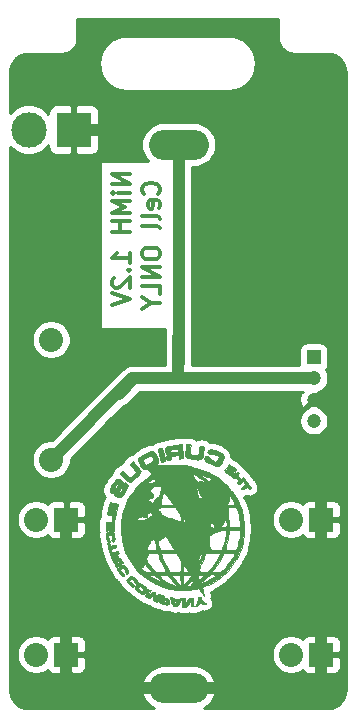
<source format=gbr>
G04 #@! TF.GenerationSoftware,KiCad,Pcbnew,(5.1.0)-1*
G04 #@! TF.CreationDate,2020-11-16T17:40:49+00:00*
G04 #@! TF.ProjectId,Jam Jar Solar PCB,4a616d20-4a61-4722-9053-6f6c61722050,rev?*
G04 #@! TF.SameCoordinates,Original*
G04 #@! TF.FileFunction,Copper,L2,Bot*
G04 #@! TF.FilePolarity,Positive*
%FSLAX46Y46*%
G04 Gerber Fmt 4.6, Leading zero omitted, Abs format (unit mm)*
G04 Created by KiCad (PCBNEW (5.1.0)-1) date 2020-11-16 17:40:49*
%MOMM*%
%LPD*%
G04 APERTURE LIST*
%ADD10C,0.300000*%
%ADD11C,0.010000*%
%ADD12C,1.200000*%
%ADD13R,1.200000X1.200000*%
%ADD14R,3.000000X3.000000*%
%ADD15C,3.000000*%
%ADD16O,5.080000X2.540000*%
%ADD17R,2.032000X2.032000*%
%ADD18C,2.032000*%
%ADD19C,1.000000*%
%ADD20C,0.254000*%
G04 APERTURE END LIST*
D10*
X176822571Y-40609000D02*
X175322571Y-40609000D01*
X176822571Y-41466142D01*
X175322571Y-41466142D01*
X176822571Y-42180428D02*
X175822571Y-42180428D01*
X175322571Y-42180428D02*
X175394000Y-42109000D01*
X175465428Y-42180428D01*
X175394000Y-42251857D01*
X175322571Y-42180428D01*
X175465428Y-42180428D01*
X176822571Y-42894714D02*
X175322571Y-42894714D01*
X176394000Y-43394714D01*
X175322571Y-43894714D01*
X176822571Y-43894714D01*
X176822571Y-44609000D02*
X175322571Y-44609000D01*
X176036857Y-44609000D02*
X176036857Y-45466142D01*
X176822571Y-45466142D02*
X175322571Y-45466142D01*
X176822571Y-48109000D02*
X176822571Y-47251857D01*
X176822571Y-47680428D02*
X175322571Y-47680428D01*
X175536857Y-47537571D01*
X175679714Y-47394714D01*
X175751142Y-47251857D01*
X176679714Y-48751857D02*
X176751142Y-48823285D01*
X176822571Y-48751857D01*
X176751142Y-48680428D01*
X176679714Y-48751857D01*
X176822571Y-48751857D01*
X175465428Y-49394714D02*
X175394000Y-49466142D01*
X175322571Y-49609000D01*
X175322571Y-49966142D01*
X175394000Y-50109000D01*
X175465428Y-50180428D01*
X175608285Y-50251857D01*
X175751142Y-50251857D01*
X175965428Y-50180428D01*
X176822571Y-49323285D01*
X176822571Y-50251857D01*
X175322571Y-50680428D02*
X176822571Y-51180428D01*
X175322571Y-51680428D01*
X179229714Y-42251857D02*
X179301142Y-42180428D01*
X179372571Y-41966142D01*
X179372571Y-41823285D01*
X179301142Y-41609000D01*
X179158285Y-41466142D01*
X179015428Y-41394714D01*
X178729714Y-41323285D01*
X178515428Y-41323285D01*
X178229714Y-41394714D01*
X178086857Y-41466142D01*
X177944000Y-41609000D01*
X177872571Y-41823285D01*
X177872571Y-41966142D01*
X177944000Y-42180428D01*
X178015428Y-42251857D01*
X179301142Y-43466142D02*
X179372571Y-43323285D01*
X179372571Y-43037571D01*
X179301142Y-42894714D01*
X179158285Y-42823285D01*
X178586857Y-42823285D01*
X178444000Y-42894714D01*
X178372571Y-43037571D01*
X178372571Y-43323285D01*
X178444000Y-43466142D01*
X178586857Y-43537571D01*
X178729714Y-43537571D01*
X178872571Y-42823285D01*
X179372571Y-44394714D02*
X179301142Y-44251857D01*
X179158285Y-44180428D01*
X177872571Y-44180428D01*
X179372571Y-45180428D02*
X179301142Y-45037571D01*
X179158285Y-44966142D01*
X177872571Y-44966142D01*
X177872571Y-47180428D02*
X177872571Y-47466142D01*
X177944000Y-47609000D01*
X178086857Y-47751857D01*
X178372571Y-47823285D01*
X178872571Y-47823285D01*
X179158285Y-47751857D01*
X179301142Y-47609000D01*
X179372571Y-47466142D01*
X179372571Y-47180428D01*
X179301142Y-47037571D01*
X179158285Y-46894714D01*
X178872571Y-46823285D01*
X178372571Y-46823285D01*
X178086857Y-46894714D01*
X177944000Y-47037571D01*
X177872571Y-47180428D01*
X179372571Y-48466142D02*
X177872571Y-48466142D01*
X179372571Y-49323285D01*
X177872571Y-49323285D01*
X179372571Y-50751857D02*
X179372571Y-50037571D01*
X177872571Y-50037571D01*
X178658285Y-51537571D02*
X179372571Y-51537571D01*
X177872571Y-51037571D02*
X178658285Y-51537571D01*
X177872571Y-52037571D01*
D11*
G36*
X181629120Y-63466846D02*
G01*
X181613962Y-63519066D01*
X181596520Y-63634552D01*
X181578636Y-63792003D01*
X181562156Y-63970120D01*
X181548924Y-64147603D01*
X181540785Y-64303150D01*
X181539583Y-64415464D01*
X181543500Y-64455620D01*
X181590409Y-64541237D01*
X181689604Y-64609513D01*
X181850822Y-64664590D01*
X182083799Y-64710608D01*
X182174442Y-64724006D01*
X182419648Y-64754499D01*
X182597962Y-64766701D01*
X182725252Y-64760178D01*
X182817388Y-64734493D01*
X182869366Y-64704950D01*
X182943386Y-64621119D01*
X183000778Y-64479857D01*
X183044656Y-64271326D01*
X183069890Y-64071500D01*
X183087247Y-63918049D01*
X183104624Y-63787532D01*
X183114757Y-63726668D01*
X183115940Y-63668271D01*
X183074786Y-63637072D01*
X182971336Y-63619567D01*
X182953781Y-63617744D01*
X182837057Y-63615329D01*
X182759179Y-63630912D01*
X182746834Y-63640427D01*
X182729695Y-63700268D01*
X182710114Y-63819753D01*
X182692082Y-63974103D01*
X182690644Y-63989153D01*
X182667381Y-64191392D01*
X182634254Y-64321642D01*
X182578106Y-64392514D01*
X182485779Y-64416620D01*
X182344113Y-64406574D01*
X182266977Y-64395242D01*
X182080174Y-64357095D01*
X181968293Y-64309372D01*
X181921656Y-64245900D01*
X181925429Y-64177334D01*
X181937752Y-64105151D01*
X181953756Y-63976121D01*
X181970039Y-63817764D01*
X181970490Y-63812918D01*
X181998387Y-63512003D01*
X181819709Y-63483431D01*
X181707718Y-63468455D01*
X181638292Y-63464721D01*
X181629120Y-63466846D01*
X181629120Y-63466846D01*
G37*
X181629120Y-63466846D02*
X181613962Y-63519066D01*
X181596520Y-63634552D01*
X181578636Y-63792003D01*
X181562156Y-63970120D01*
X181548924Y-64147603D01*
X181540785Y-64303150D01*
X181539583Y-64415464D01*
X181543500Y-64455620D01*
X181590409Y-64541237D01*
X181689604Y-64609513D01*
X181850822Y-64664590D01*
X182083799Y-64710608D01*
X182174442Y-64724006D01*
X182419648Y-64754499D01*
X182597962Y-64766701D01*
X182725252Y-64760178D01*
X182817388Y-64734493D01*
X182869366Y-64704950D01*
X182943386Y-64621119D01*
X183000778Y-64479857D01*
X183044656Y-64271326D01*
X183069890Y-64071500D01*
X183087247Y-63918049D01*
X183104624Y-63787532D01*
X183114757Y-63726668D01*
X183115940Y-63668271D01*
X183074786Y-63637072D01*
X182971336Y-63619567D01*
X182953781Y-63617744D01*
X182837057Y-63615329D01*
X182759179Y-63630912D01*
X182746834Y-63640427D01*
X182729695Y-63700268D01*
X182710114Y-63819753D01*
X182692082Y-63974103D01*
X182690644Y-63989153D01*
X182667381Y-64191392D01*
X182634254Y-64321642D01*
X182578106Y-64392514D01*
X182485779Y-64416620D01*
X182344113Y-64406574D01*
X182266977Y-64395242D01*
X182080174Y-64357095D01*
X181968293Y-64309372D01*
X181921656Y-64245900D01*
X181925429Y-64177334D01*
X181937752Y-64105151D01*
X181953756Y-63976121D01*
X181970039Y-63817764D01*
X181970490Y-63812918D01*
X181998387Y-63512003D01*
X181819709Y-63483431D01*
X181707718Y-63468455D01*
X181638292Y-63464721D01*
X181629120Y-63466846D01*
G36*
X181176043Y-63479416D02*
G01*
X181063220Y-63489591D01*
X180896851Y-63507350D01*
X180692156Y-63531126D01*
X180603220Y-63541937D01*
X180326912Y-63578269D01*
X180124264Y-63613634D01*
X179984596Y-63654513D01*
X179897230Y-63707385D01*
X179851485Y-63778730D01*
X179836683Y-63875028D01*
X179842145Y-64002759D01*
X179842222Y-64003693D01*
X179872130Y-64179453D01*
X179925599Y-64278706D01*
X179933792Y-64285447D01*
X179977345Y-64339234D01*
X179961533Y-64366268D01*
X179931580Y-64425319D01*
X179917822Y-64532903D01*
X179922024Y-64654123D01*
X179942362Y-64745371D01*
X179965743Y-64787665D01*
X180008011Y-64803085D01*
X180092576Y-64794412D01*
X180191833Y-64775011D01*
X180283324Y-64741886D01*
X180316215Y-64675372D01*
X180318833Y-64624879D01*
X180327130Y-64553676D01*
X180361899Y-64504279D01*
X180437957Y-64469656D01*
X180570118Y-64442777D01*
X180752750Y-64418991D01*
X180975000Y-64392989D01*
X180975000Y-64692776D01*
X181154916Y-64663052D01*
X181269141Y-64641318D01*
X181342060Y-64622082D01*
X181352572Y-64616898D01*
X181353445Y-64572409D01*
X181345219Y-64463035D01*
X181330107Y-64307802D01*
X181310324Y-64125731D01*
X181300943Y-64045643D01*
X180916744Y-64045643D01*
X180890888Y-64081626D01*
X180808431Y-64098575D01*
X180752943Y-64103994D01*
X180540971Y-64121269D01*
X180398218Y-64127050D01*
X180309875Y-64120200D01*
X180261129Y-64099584D01*
X180237308Y-64064421D01*
X180232444Y-63985385D01*
X180247801Y-63956265D01*
X180300219Y-63935666D01*
X180407132Y-63909965D01*
X180542700Y-63883639D01*
X180681084Y-63861168D01*
X180796443Y-63847028D01*
X180862938Y-63845698D01*
X180869542Y-63848526D01*
X180884782Y-63893277D01*
X180905738Y-63973807D01*
X180916744Y-64045643D01*
X181300943Y-64045643D01*
X181288082Y-63935848D01*
X181265595Y-63757175D01*
X181245077Y-63608735D01*
X181228740Y-63509553D01*
X181220100Y-63478392D01*
X181176043Y-63479416D01*
X181176043Y-63479416D01*
G37*
X181176043Y-63479416D02*
X181063220Y-63489591D01*
X180896851Y-63507350D01*
X180692156Y-63531126D01*
X180603220Y-63541937D01*
X180326912Y-63578269D01*
X180124264Y-63613634D01*
X179984596Y-63654513D01*
X179897230Y-63707385D01*
X179851485Y-63778730D01*
X179836683Y-63875028D01*
X179842145Y-64002759D01*
X179842222Y-64003693D01*
X179872130Y-64179453D01*
X179925599Y-64278706D01*
X179933792Y-64285447D01*
X179977345Y-64339234D01*
X179961533Y-64366268D01*
X179931580Y-64425319D01*
X179917822Y-64532903D01*
X179922024Y-64654123D01*
X179942362Y-64745371D01*
X179965743Y-64787665D01*
X180008011Y-64803085D01*
X180092576Y-64794412D01*
X180191833Y-64775011D01*
X180283324Y-64741886D01*
X180316215Y-64675372D01*
X180318833Y-64624879D01*
X180327130Y-64553676D01*
X180361899Y-64504279D01*
X180437957Y-64469656D01*
X180570118Y-64442777D01*
X180752750Y-64418991D01*
X180975000Y-64392989D01*
X180975000Y-64692776D01*
X181154916Y-64663052D01*
X181269141Y-64641318D01*
X181342060Y-64622082D01*
X181352572Y-64616898D01*
X181353445Y-64572409D01*
X181345219Y-64463035D01*
X181330107Y-64307802D01*
X181310324Y-64125731D01*
X181300943Y-64045643D01*
X180916744Y-64045643D01*
X180890888Y-64081626D01*
X180808431Y-64098575D01*
X180752943Y-64103994D01*
X180540971Y-64121269D01*
X180398218Y-64127050D01*
X180309875Y-64120200D01*
X180261129Y-64099584D01*
X180237308Y-64064421D01*
X180232444Y-63985385D01*
X180247801Y-63956265D01*
X180300219Y-63935666D01*
X180407132Y-63909965D01*
X180542700Y-63883639D01*
X180681084Y-63861168D01*
X180796443Y-63847028D01*
X180862938Y-63845698D01*
X180869542Y-63848526D01*
X180884782Y-63893277D01*
X180905738Y-63973807D01*
X180916744Y-64045643D01*
X181300943Y-64045643D01*
X181288082Y-63935848D01*
X181265595Y-63757175D01*
X181245077Y-63608735D01*
X181228740Y-63509553D01*
X181220100Y-63478392D01*
X181176043Y-63479416D01*
G36*
X179417700Y-63782086D02*
G01*
X179313018Y-63814303D01*
X179228208Y-63847997D01*
X179195662Y-63872049D01*
X179205112Y-63943013D01*
X179233312Y-64068876D01*
X179275047Y-64231553D01*
X179325096Y-64412960D01*
X179378244Y-64595014D01*
X179429271Y-64759630D01*
X179472961Y-64888724D01*
X179504094Y-64964212D01*
X179514277Y-64976317D01*
X179580061Y-64962157D01*
X179688947Y-64933898D01*
X179716031Y-64926408D01*
X179824270Y-64883662D01*
X179858213Y-64833238D01*
X179855448Y-64815341D01*
X179836901Y-64749866D01*
X179801264Y-64621565D01*
X179753753Y-64449289D01*
X179702351Y-64262000D01*
X179649580Y-64071818D01*
X179604507Y-63914096D01*
X179571922Y-63805272D01*
X179556625Y-63761801D01*
X179509740Y-63761275D01*
X179417700Y-63782086D01*
X179417700Y-63782086D01*
G37*
X179417700Y-63782086D02*
X179313018Y-63814303D01*
X179228208Y-63847997D01*
X179195662Y-63872049D01*
X179205112Y-63943013D01*
X179233312Y-64068876D01*
X179275047Y-64231553D01*
X179325096Y-64412960D01*
X179378244Y-64595014D01*
X179429271Y-64759630D01*
X179472961Y-64888724D01*
X179504094Y-64964212D01*
X179514277Y-64976317D01*
X179580061Y-64962157D01*
X179688947Y-64933898D01*
X179716031Y-64926408D01*
X179824270Y-64883662D01*
X179858213Y-64833238D01*
X179855448Y-64815341D01*
X179836901Y-64749866D01*
X179801264Y-64621565D01*
X179753753Y-64449289D01*
X179702351Y-64262000D01*
X179649580Y-64071818D01*
X179604507Y-63914096D01*
X179571922Y-63805272D01*
X179556625Y-63761801D01*
X179509740Y-63761275D01*
X179417700Y-63782086D01*
G36*
X183545649Y-63917289D02*
G01*
X183479467Y-63987803D01*
X183417679Y-64079029D01*
X183388737Y-64146757D01*
X183388430Y-64151293D01*
X183425713Y-64203405D01*
X183515698Y-64253550D01*
X183626944Y-64290382D01*
X183728007Y-64302560D01*
X183775139Y-64290801D01*
X183848662Y-64284087D01*
X183967964Y-64309353D01*
X184105480Y-64356277D01*
X184233647Y-64414537D01*
X184324901Y-64473813D01*
X184350776Y-64506348D01*
X184349155Y-64576289D01*
X184320788Y-64690203D01*
X184299807Y-64750430D01*
X184243391Y-64867239D01*
X184175228Y-64927301D01*
X184079724Y-64932914D01*
X183941290Y-64886378D01*
X183808341Y-64822917D01*
X183665020Y-64739529D01*
X183597335Y-64671316D01*
X183590519Y-64634246D01*
X183563834Y-64569534D01*
X183483782Y-64501555D01*
X183378689Y-64449280D01*
X183287552Y-64431334D01*
X183234551Y-64467659D01*
X183184332Y-64557099D01*
X183177017Y-64577427D01*
X183152010Y-64691002D01*
X183165114Y-64787483D01*
X183224816Y-64875341D01*
X183339599Y-64963047D01*
X183517948Y-65059071D01*
X183768347Y-65171885D01*
X183775523Y-65174959D01*
X183956831Y-65244349D01*
X184127247Y-65295363D01*
X184257370Y-65319482D01*
X184277298Y-65320334D01*
X184396216Y-65307720D01*
X184473696Y-65254501D01*
X184524205Y-65182750D01*
X184603126Y-65036040D01*
X184678884Y-64864216D01*
X184740879Y-64695000D01*
X184778512Y-64556114D01*
X184785000Y-64500646D01*
X184755169Y-64402630D01*
X184688853Y-64313434D01*
X184582016Y-64236847D01*
X184419790Y-64147352D01*
X184227864Y-64056433D01*
X184031926Y-63975571D01*
X183857666Y-63916248D01*
X183744050Y-63891135D01*
X183623402Y-63886506D01*
X183545649Y-63917289D01*
X183545649Y-63917289D01*
G37*
X183545649Y-63917289D02*
X183479467Y-63987803D01*
X183417679Y-64079029D01*
X183388737Y-64146757D01*
X183388430Y-64151293D01*
X183425713Y-64203405D01*
X183515698Y-64253550D01*
X183626944Y-64290382D01*
X183728007Y-64302560D01*
X183775139Y-64290801D01*
X183848662Y-64284087D01*
X183967964Y-64309353D01*
X184105480Y-64356277D01*
X184233647Y-64414537D01*
X184324901Y-64473813D01*
X184350776Y-64506348D01*
X184349155Y-64576289D01*
X184320788Y-64690203D01*
X184299807Y-64750430D01*
X184243391Y-64867239D01*
X184175228Y-64927301D01*
X184079724Y-64932914D01*
X183941290Y-64886378D01*
X183808341Y-64822917D01*
X183665020Y-64739529D01*
X183597335Y-64671316D01*
X183590519Y-64634246D01*
X183563834Y-64569534D01*
X183483782Y-64501555D01*
X183378689Y-64449280D01*
X183287552Y-64431334D01*
X183234551Y-64467659D01*
X183184332Y-64557099D01*
X183177017Y-64577427D01*
X183152010Y-64691002D01*
X183165114Y-64787483D01*
X183224816Y-64875341D01*
X183339599Y-64963047D01*
X183517948Y-65059071D01*
X183768347Y-65171885D01*
X183775523Y-65174959D01*
X183956831Y-65244349D01*
X184127247Y-65295363D01*
X184257370Y-65319482D01*
X184277298Y-65320334D01*
X184396216Y-65307720D01*
X184473696Y-65254501D01*
X184524205Y-65182750D01*
X184603126Y-65036040D01*
X184678884Y-64864216D01*
X184740879Y-64695000D01*
X184778512Y-64556114D01*
X184785000Y-64500646D01*
X184755169Y-64402630D01*
X184688853Y-64313434D01*
X184582016Y-64236847D01*
X184419790Y-64147352D01*
X184227864Y-64056433D01*
X184031926Y-63975571D01*
X183857666Y-63916248D01*
X183744050Y-63891135D01*
X183623402Y-63886506D01*
X183545649Y-63917289D01*
G36*
X185193535Y-65190605D02*
G01*
X185164441Y-65238579D01*
X185140359Y-65314540D01*
X185180389Y-65372070D01*
X185206997Y-65391896D01*
X185291727Y-65456419D01*
X185375766Y-65528155D01*
X185442942Y-65591790D01*
X185477082Y-65632010D01*
X185462333Y-65633665D01*
X185388278Y-65588122D01*
X185285416Y-65516153D01*
X185261682Y-65498555D01*
X185150860Y-65437057D01*
X185057659Y-65422344D01*
X185003058Y-65455449D01*
X184996666Y-65485504D01*
X185027048Y-65532394D01*
X185105684Y-65611653D01*
X185188242Y-65683313D01*
X185287011Y-65770205D01*
X185348008Y-65835644D01*
X185358650Y-65861461D01*
X185317586Y-65848308D01*
X185232591Y-65792629D01*
X185144499Y-65724492D01*
X185006100Y-65628788D01*
X184902234Y-65593284D01*
X184840822Y-65619211D01*
X184827333Y-65675193D01*
X184858381Y-65725001D01*
X184938774Y-65808388D01*
X185049384Y-65909133D01*
X185171081Y-66011017D01*
X185284739Y-66097819D01*
X185371228Y-66153320D01*
X185404836Y-66164900D01*
X185445999Y-66132452D01*
X185522311Y-66048373D01*
X185618883Y-65929330D01*
X185641206Y-65900316D01*
X185841245Y-65637834D01*
X185704706Y-65522641D01*
X185584112Y-65425229D01*
X185442145Y-65316344D01*
X185390343Y-65278097D01*
X185285734Y-65204133D01*
X185227473Y-65176253D01*
X185193535Y-65190605D01*
X185193535Y-65190605D01*
G37*
X185193535Y-65190605D02*
X185164441Y-65238579D01*
X185140359Y-65314540D01*
X185180389Y-65372070D01*
X185206997Y-65391896D01*
X185291727Y-65456419D01*
X185375766Y-65528155D01*
X185442942Y-65591790D01*
X185477082Y-65632010D01*
X185462333Y-65633665D01*
X185388278Y-65588122D01*
X185285416Y-65516153D01*
X185261682Y-65498555D01*
X185150860Y-65437057D01*
X185057659Y-65422344D01*
X185003058Y-65455449D01*
X184996666Y-65485504D01*
X185027048Y-65532394D01*
X185105684Y-65611653D01*
X185188242Y-65683313D01*
X185287011Y-65770205D01*
X185348008Y-65835644D01*
X185358650Y-65861461D01*
X185317586Y-65848308D01*
X185232591Y-65792629D01*
X185144499Y-65724492D01*
X185006100Y-65628788D01*
X184902234Y-65593284D01*
X184840822Y-65619211D01*
X184827333Y-65675193D01*
X184858381Y-65725001D01*
X184938774Y-65808388D01*
X185049384Y-65909133D01*
X185171081Y-66011017D01*
X185284739Y-66097819D01*
X185371228Y-66153320D01*
X185404836Y-66164900D01*
X185445999Y-66132452D01*
X185522311Y-66048373D01*
X185618883Y-65929330D01*
X185641206Y-65900316D01*
X185841245Y-65637834D01*
X185704706Y-65522641D01*
X185584112Y-65425229D01*
X185442145Y-65316344D01*
X185390343Y-65278097D01*
X185285734Y-65204133D01*
X185227473Y-65176253D01*
X185193535Y-65190605D01*
G36*
X176945983Y-65054145D02*
G01*
X176813522Y-65186606D01*
X177073928Y-65475132D01*
X177188673Y-65607374D01*
X177277610Y-65719587D01*
X177327801Y-65794977D01*
X177334333Y-65813240D01*
X177303829Y-65867169D01*
X177225960Y-65953333D01*
X177121189Y-66053291D01*
X177009978Y-66148606D01*
X176912792Y-66220837D01*
X176850092Y-66251547D01*
X176847775Y-66251667D01*
X176796351Y-66222457D01*
X176704720Y-66144353D01*
X176589036Y-66031640D01*
X176534717Y-65974805D01*
X176275726Y-65697943D01*
X176127697Y-65816055D01*
X176038496Y-65892157D01*
X175985770Y-65946663D01*
X175979668Y-65958408D01*
X176008194Y-65995751D01*
X176085782Y-66079235D01*
X176200441Y-66196337D01*
X176334327Y-66328824D01*
X176511623Y-66496219D01*
X176647354Y-66605105D01*
X176756401Y-66660077D01*
X176853644Y-66665730D01*
X176953966Y-66626661D01*
X177063398Y-66553979D01*
X177216150Y-66430048D01*
X177372039Y-66283445D01*
X177517595Y-66129366D01*
X177639346Y-65983011D01*
X177723821Y-65859576D01*
X177757551Y-65774260D01*
X177757666Y-65770695D01*
X177728591Y-65681561D01*
X177649219Y-65550468D01*
X177531330Y-65393031D01*
X177386706Y-65224865D01*
X177227126Y-65061587D01*
X177211646Y-65046925D01*
X177078445Y-64921684D01*
X176945983Y-65054145D01*
X176945983Y-65054145D01*
G37*
X176945983Y-65054145D02*
X176813522Y-65186606D01*
X177073928Y-65475132D01*
X177188673Y-65607374D01*
X177277610Y-65719587D01*
X177327801Y-65794977D01*
X177334333Y-65813240D01*
X177303829Y-65867169D01*
X177225960Y-65953333D01*
X177121189Y-66053291D01*
X177009978Y-66148606D01*
X176912792Y-66220837D01*
X176850092Y-66251547D01*
X176847775Y-66251667D01*
X176796351Y-66222457D01*
X176704720Y-66144353D01*
X176589036Y-66031640D01*
X176534717Y-65974805D01*
X176275726Y-65697943D01*
X176127697Y-65816055D01*
X176038496Y-65892157D01*
X175985770Y-65946663D01*
X175979668Y-65958408D01*
X176008194Y-65995751D01*
X176085782Y-66079235D01*
X176200441Y-66196337D01*
X176334327Y-66328824D01*
X176511623Y-66496219D01*
X176647354Y-66605105D01*
X176756401Y-66660077D01*
X176853644Y-66665730D01*
X176953966Y-66626661D01*
X177063398Y-66553979D01*
X177216150Y-66430048D01*
X177372039Y-66283445D01*
X177517595Y-66129366D01*
X177639346Y-65983011D01*
X177723821Y-65859576D01*
X177757551Y-65774260D01*
X177757666Y-65770695D01*
X177728591Y-65681561D01*
X177649219Y-65550468D01*
X177531330Y-65393031D01*
X177386706Y-65224865D01*
X177227126Y-65061587D01*
X177211646Y-65046925D01*
X177078445Y-64921684D01*
X176945983Y-65054145D01*
G36*
X185891947Y-65804098D02*
G01*
X185805845Y-65873162D01*
X185698838Y-65967986D01*
X185574679Y-66082107D01*
X185505157Y-66158296D01*
X185479970Y-66212948D01*
X185488817Y-66262456D01*
X185499752Y-66284818D01*
X185567585Y-66365390D01*
X185647454Y-66364145D01*
X185715771Y-66315675D01*
X185764108Y-66284110D01*
X185813678Y-66295337D01*
X185887031Y-66358271D01*
X185927591Y-66399412D01*
X186011143Y-66489284D01*
X186042068Y-66544425D01*
X186027272Y-66590307D01*
X185990989Y-66633231D01*
X185938287Y-66700141D01*
X185944723Y-66747523D01*
X185994170Y-66800638D01*
X186037700Y-66838253D01*
X186078406Y-66846822D01*
X186133272Y-66818630D01*
X186219281Y-66745962D01*
X186319583Y-66652814D01*
X186434104Y-66541900D01*
X186519669Y-66452209D01*
X186561240Y-66399705D01*
X186563000Y-66394421D01*
X186537528Y-66343061D01*
X186492344Y-66286093D01*
X186437844Y-66234919D01*
X186392585Y-66240312D01*
X186331101Y-66293122D01*
X186240514Y-66378225D01*
X186098020Y-66231209D01*
X186014356Y-66141232D01*
X185983307Y-66086031D01*
X185997957Y-66040179D01*
X186034344Y-65997103D01*
X186087026Y-65930078D01*
X186080425Y-65882001D01*
X186030655Y-65827508D01*
X185987098Y-65788575D01*
X185946613Y-65778337D01*
X185891947Y-65804098D01*
X185891947Y-65804098D01*
G37*
X185891947Y-65804098D02*
X185805845Y-65873162D01*
X185698838Y-65967986D01*
X185574679Y-66082107D01*
X185505157Y-66158296D01*
X185479970Y-66212948D01*
X185488817Y-66262456D01*
X185499752Y-66284818D01*
X185567585Y-66365390D01*
X185647454Y-66364145D01*
X185715771Y-66315675D01*
X185764108Y-66284110D01*
X185813678Y-66295337D01*
X185887031Y-66358271D01*
X185927591Y-66399412D01*
X186011143Y-66489284D01*
X186042068Y-66544425D01*
X186027272Y-66590307D01*
X185990989Y-66633231D01*
X185938287Y-66700141D01*
X185944723Y-66747523D01*
X185994170Y-66800638D01*
X186037700Y-66838253D01*
X186078406Y-66846822D01*
X186133272Y-66818630D01*
X186219281Y-66745962D01*
X186319583Y-66652814D01*
X186434104Y-66541900D01*
X186519669Y-66452209D01*
X186561240Y-66399705D01*
X186563000Y-66394421D01*
X186537528Y-66343061D01*
X186492344Y-66286093D01*
X186437844Y-66234919D01*
X186392585Y-66240312D01*
X186331101Y-66293122D01*
X186240514Y-66378225D01*
X186098020Y-66231209D01*
X186014356Y-66141232D01*
X185983307Y-66086031D01*
X185997957Y-66040179D01*
X186034344Y-65997103D01*
X186087026Y-65930078D01*
X186080425Y-65882001D01*
X186030655Y-65827508D01*
X185987098Y-65788575D01*
X185946613Y-65778337D01*
X185891947Y-65804098D01*
G36*
X186555430Y-66534633D02*
G01*
X186520007Y-66569961D01*
X186490180Y-66632494D01*
X186525403Y-66698859D01*
X186535991Y-66710878D01*
X186591702Y-66788665D01*
X186590744Y-66853904D01*
X186526376Y-66925575D01*
X186436000Y-66992500D01*
X186318005Y-67086428D01*
X186272006Y-67161031D01*
X186291977Y-67229866D01*
X186317466Y-67259200D01*
X186376259Y-67300184D01*
X186443202Y-67296599D01*
X186538861Y-67243360D01*
X186620100Y-67184326D01*
X186783034Y-67061007D01*
X186882020Y-67174920D01*
X186951610Y-67247329D01*
X186997808Y-67260422D01*
X187049300Y-67221639D01*
X187051984Y-67219007D01*
X187081566Y-67181742D01*
X187085638Y-67138593D01*
X187057599Y-67074074D01*
X186990844Y-66972701D01*
X186885012Y-66827424D01*
X186778305Y-66688080D01*
X186687921Y-66579141D01*
X186626750Y-66515699D01*
X186610214Y-66505667D01*
X186555430Y-66534633D01*
X186555430Y-66534633D01*
G37*
X186555430Y-66534633D02*
X186520007Y-66569961D01*
X186490180Y-66632494D01*
X186525403Y-66698859D01*
X186535991Y-66710878D01*
X186591702Y-66788665D01*
X186590744Y-66853904D01*
X186526376Y-66925575D01*
X186436000Y-66992500D01*
X186318005Y-67086428D01*
X186272006Y-67161031D01*
X186291977Y-67229866D01*
X186317466Y-67259200D01*
X186376259Y-67300184D01*
X186443202Y-67296599D01*
X186538861Y-67243360D01*
X186620100Y-67184326D01*
X186783034Y-67061007D01*
X186882020Y-67174920D01*
X186951610Y-67247329D01*
X186997808Y-67260422D01*
X187049300Y-67221639D01*
X187051984Y-67219007D01*
X187081566Y-67181742D01*
X187085638Y-67138593D01*
X187057599Y-67074074D01*
X186990844Y-66972701D01*
X186885012Y-66827424D01*
X186778305Y-66688080D01*
X186687921Y-66579141D01*
X186626750Y-66515699D01*
X186610214Y-66505667D01*
X186555430Y-66534633D01*
G36*
X175701557Y-66437267D02*
G01*
X175591382Y-66543261D01*
X175471378Y-66698159D01*
X175354408Y-66874313D01*
X175251889Y-67051496D01*
X175175236Y-67209484D01*
X175135866Y-67328049D01*
X175133000Y-67355393D01*
X175162010Y-67462632D01*
X175232031Y-67556458D01*
X175317547Y-67604899D01*
X175333259Y-67606334D01*
X175390270Y-67572438D01*
X175452216Y-67491533D01*
X175501539Y-67394792D01*
X175520677Y-67313391D01*
X175512873Y-67287476D01*
X175516697Y-67234204D01*
X175557930Y-67136862D01*
X175622913Y-67018911D01*
X175697986Y-66903814D01*
X175769491Y-66815029D01*
X175806452Y-66783232D01*
X175856973Y-66770473D01*
X175857733Y-66824775D01*
X175809107Y-66944972D01*
X175711472Y-67129900D01*
X175672821Y-67197584D01*
X175561344Y-67403015D01*
X175501029Y-67556157D01*
X175492025Y-67672294D01*
X175534480Y-67766711D01*
X175628543Y-67854690D01*
X175679569Y-67890774D01*
X175834009Y-67970001D01*
X175962851Y-67974679D01*
X176081943Y-67904084D01*
X176115525Y-67870917D01*
X176219785Y-67744630D01*
X176334900Y-67581284D01*
X176447897Y-67402344D01*
X176545806Y-67229273D01*
X176615653Y-67083535D01*
X176643169Y-66997829D01*
X176646936Y-66890379D01*
X176602432Y-66812552D01*
X176545784Y-66762996D01*
X176425628Y-66668481D01*
X176328694Y-66788157D01*
X176256826Y-66919321D01*
X176255700Y-67007124D01*
X176249763Y-67092681D01*
X176207974Y-67205521D01*
X176142167Y-67328148D01*
X176064178Y-67443064D01*
X175985841Y-67532773D01*
X175918993Y-67579780D01*
X175876306Y-67568002D01*
X175885011Y-67515599D01*
X175929395Y-67408080D01*
X176001616Y-67262956D01*
X176063037Y-67151000D01*
X176152967Y-66986479D01*
X176224116Y-66844228D01*
X176267291Y-66743328D01*
X176276000Y-66708940D01*
X176246107Y-66642334D01*
X176170524Y-66551847D01*
X176126360Y-66510052D01*
X175972116Y-66404627D01*
X175834081Y-66380144D01*
X175701557Y-66437267D01*
X175701557Y-66437267D01*
G37*
X175701557Y-66437267D02*
X175591382Y-66543261D01*
X175471378Y-66698159D01*
X175354408Y-66874313D01*
X175251889Y-67051496D01*
X175175236Y-67209484D01*
X175135866Y-67328049D01*
X175133000Y-67355393D01*
X175162010Y-67462632D01*
X175232031Y-67556458D01*
X175317547Y-67604899D01*
X175333259Y-67606334D01*
X175390270Y-67572438D01*
X175452216Y-67491533D01*
X175501539Y-67394792D01*
X175520677Y-67313391D01*
X175512873Y-67287476D01*
X175516697Y-67234204D01*
X175557930Y-67136862D01*
X175622913Y-67018911D01*
X175697986Y-66903814D01*
X175769491Y-66815029D01*
X175806452Y-66783232D01*
X175856973Y-66770473D01*
X175857733Y-66824775D01*
X175809107Y-66944972D01*
X175711472Y-67129900D01*
X175672821Y-67197584D01*
X175561344Y-67403015D01*
X175501029Y-67556157D01*
X175492025Y-67672294D01*
X175534480Y-67766711D01*
X175628543Y-67854690D01*
X175679569Y-67890774D01*
X175834009Y-67970001D01*
X175962851Y-67974679D01*
X176081943Y-67904084D01*
X176115525Y-67870917D01*
X176219785Y-67744630D01*
X176334900Y-67581284D01*
X176447897Y-67402344D01*
X176545806Y-67229273D01*
X176615653Y-67083535D01*
X176643169Y-66997829D01*
X176646936Y-66890379D01*
X176602432Y-66812552D01*
X176545784Y-66762996D01*
X176425628Y-66668481D01*
X176328694Y-66788157D01*
X176256826Y-66919321D01*
X176255700Y-67007124D01*
X176249763Y-67092681D01*
X176207974Y-67205521D01*
X176142167Y-67328148D01*
X176064178Y-67443064D01*
X175985841Y-67532773D01*
X175918993Y-67579780D01*
X175876306Y-67568002D01*
X175885011Y-67515599D01*
X175929395Y-67408080D01*
X176001616Y-67262956D01*
X176063037Y-67151000D01*
X176152967Y-66986479D01*
X176224116Y-66844228D01*
X176267291Y-66743328D01*
X176276000Y-66708940D01*
X176246107Y-66642334D01*
X176170524Y-66551847D01*
X176126360Y-66510052D01*
X175972116Y-66404627D01*
X175834081Y-66380144D01*
X175701557Y-66437267D01*
G36*
X175173877Y-68397355D02*
G01*
X175143958Y-68457239D01*
X175104802Y-68571177D01*
X175062926Y-68714626D01*
X175024847Y-68863043D01*
X174997082Y-68991886D01*
X174986148Y-69076613D01*
X174988784Y-69094393D01*
X175045174Y-69125360D01*
X175086404Y-69130334D01*
X175138300Y-69106481D01*
X175181314Y-69025255D01*
X175217666Y-68897500D01*
X175253355Y-68771111D01*
X175287512Y-68686552D01*
X175306813Y-68664667D01*
X175314410Y-68700995D01*
X175298720Y-68794542D01*
X175275682Y-68881597D01*
X175239273Y-69041066D01*
X175246001Y-69130125D01*
X175253951Y-69141218D01*
X175323855Y-69170361D01*
X175389604Y-69118048D01*
X175448072Y-68987480D01*
X175466325Y-68923546D01*
X175504450Y-68802334D01*
X175542715Y-68723748D01*
X175562744Y-68707000D01*
X175588654Y-68730149D01*
X175585183Y-68738750D01*
X175564418Y-68793744D01*
X175529311Y-68904198D01*
X175495597Y-69018174D01*
X175424493Y-69265848D01*
X175268163Y-69237534D01*
X175135771Y-69212037D01*
X175023785Y-69188059D01*
X175016583Y-69186354D01*
X174949745Y-69181661D01*
X174924422Y-69226549D01*
X174921333Y-69292225D01*
X174926901Y-69367211D01*
X174955425Y-69415192D01*
X175024637Y-69447445D01*
X175152268Y-69475248D01*
X175230368Y-69488786D01*
X175336460Y-69515909D01*
X175374035Y-69555600D01*
X175371111Y-69587732D01*
X175325044Y-69780562D01*
X175315201Y-69906286D01*
X175341107Y-69974098D01*
X175350725Y-69981640D01*
X175344344Y-70000728D01*
X175262028Y-70013487D01*
X175112358Y-70018645D01*
X175101250Y-70018685D01*
X174794333Y-70019334D01*
X174794333Y-70400334D01*
X174795775Y-70581415D01*
X174802463Y-70693944D01*
X174817940Y-70754015D01*
X174845749Y-70777726D01*
X174878193Y-70781334D01*
X174934166Y-70766319D01*
X174972434Y-70711640D01*
X174998344Y-70602846D01*
X175017246Y-70425486D01*
X175019190Y-70400334D01*
X175026934Y-70322612D01*
X175033056Y-70323162D01*
X175038113Y-70404429D01*
X175040937Y-70495584D01*
X175047507Y-70648193D01*
X175061221Y-70734470D01*
X175087983Y-70772741D01*
X175133000Y-70781334D01*
X175184865Y-70769485D01*
X175210226Y-70719831D01*
X175218060Y-70611212D01*
X175218315Y-70580250D01*
X175227001Y-70446538D01*
X175248183Y-70342419D01*
X175260000Y-70315667D01*
X175283632Y-70306005D01*
X175297163Y-70370358D01*
X175301685Y-70512221D01*
X175311472Y-70679375D01*
X175344109Y-70777149D01*
X175406055Y-70819231D01*
X175448671Y-70823667D01*
X175464495Y-70787215D01*
X175486051Y-70698734D01*
X175487541Y-70691375D01*
X175500525Y-70583875D01*
X175509963Y-70424543D01*
X175513970Y-70246199D01*
X175514000Y-70230369D01*
X175530384Y-69955574D01*
X175576914Y-69625534D01*
X175647860Y-69271445D01*
X175542222Y-69271445D01*
X175536411Y-69296612D01*
X175514000Y-69299667D01*
X175479155Y-69284178D01*
X175485778Y-69271445D01*
X175536017Y-69266378D01*
X175542222Y-69271445D01*
X175647860Y-69271445D01*
X175649651Y-69262510D01*
X175744660Y-68888759D01*
X175761902Y-68828640D01*
X175843703Y-68548113D01*
X175524947Y-68455494D01*
X175370781Y-68415918D01*
X175248440Y-68394204D01*
X175179787Y-68393974D01*
X175173877Y-68397355D01*
X175173877Y-68397355D01*
G37*
X175173877Y-68397355D02*
X175143958Y-68457239D01*
X175104802Y-68571177D01*
X175062926Y-68714626D01*
X175024847Y-68863043D01*
X174997082Y-68991886D01*
X174986148Y-69076613D01*
X174988784Y-69094393D01*
X175045174Y-69125360D01*
X175086404Y-69130334D01*
X175138300Y-69106481D01*
X175181314Y-69025255D01*
X175217666Y-68897500D01*
X175253355Y-68771111D01*
X175287512Y-68686552D01*
X175306813Y-68664667D01*
X175314410Y-68700995D01*
X175298720Y-68794542D01*
X175275682Y-68881597D01*
X175239273Y-69041066D01*
X175246001Y-69130125D01*
X175253951Y-69141218D01*
X175323855Y-69170361D01*
X175389604Y-69118048D01*
X175448072Y-68987480D01*
X175466325Y-68923546D01*
X175504450Y-68802334D01*
X175542715Y-68723748D01*
X175562744Y-68707000D01*
X175588654Y-68730149D01*
X175585183Y-68738750D01*
X175564418Y-68793744D01*
X175529311Y-68904198D01*
X175495597Y-69018174D01*
X175424493Y-69265848D01*
X175268163Y-69237534D01*
X175135771Y-69212037D01*
X175023785Y-69188059D01*
X175016583Y-69186354D01*
X174949745Y-69181661D01*
X174924422Y-69226549D01*
X174921333Y-69292225D01*
X174926901Y-69367211D01*
X174955425Y-69415192D01*
X175024637Y-69447445D01*
X175152268Y-69475248D01*
X175230368Y-69488786D01*
X175336460Y-69515909D01*
X175374035Y-69555600D01*
X175371111Y-69587732D01*
X175325044Y-69780562D01*
X175315201Y-69906286D01*
X175341107Y-69974098D01*
X175350725Y-69981640D01*
X175344344Y-70000728D01*
X175262028Y-70013487D01*
X175112358Y-70018645D01*
X175101250Y-70018685D01*
X174794333Y-70019334D01*
X174794333Y-70400334D01*
X174795775Y-70581415D01*
X174802463Y-70693944D01*
X174817940Y-70754015D01*
X174845749Y-70777726D01*
X174878193Y-70781334D01*
X174934166Y-70766319D01*
X174972434Y-70711640D01*
X174998344Y-70602846D01*
X175017246Y-70425486D01*
X175019190Y-70400334D01*
X175026934Y-70322612D01*
X175033056Y-70323162D01*
X175038113Y-70404429D01*
X175040937Y-70495584D01*
X175047507Y-70648193D01*
X175061221Y-70734470D01*
X175087983Y-70772741D01*
X175133000Y-70781334D01*
X175184865Y-70769485D01*
X175210226Y-70719831D01*
X175218060Y-70611212D01*
X175218315Y-70580250D01*
X175227001Y-70446538D01*
X175248183Y-70342419D01*
X175260000Y-70315667D01*
X175283632Y-70306005D01*
X175297163Y-70370358D01*
X175301685Y-70512221D01*
X175311472Y-70679375D01*
X175344109Y-70777149D01*
X175406055Y-70819231D01*
X175448671Y-70823667D01*
X175464495Y-70787215D01*
X175486051Y-70698734D01*
X175487541Y-70691375D01*
X175500525Y-70583875D01*
X175509963Y-70424543D01*
X175513970Y-70246199D01*
X175514000Y-70230369D01*
X175530384Y-69955574D01*
X175576914Y-69625534D01*
X175647860Y-69271445D01*
X175542222Y-69271445D01*
X175536411Y-69296612D01*
X175514000Y-69299667D01*
X175479155Y-69284178D01*
X175485778Y-69271445D01*
X175536017Y-69266378D01*
X175542222Y-69271445D01*
X175647860Y-69271445D01*
X175649651Y-69262510D01*
X175744660Y-68888759D01*
X175761902Y-68828640D01*
X175843703Y-68548113D01*
X175524947Y-68455494D01*
X175370781Y-68415918D01*
X175248440Y-68394204D01*
X175179787Y-68393974D01*
X175173877Y-68397355D01*
G36*
X175141725Y-70864189D02*
G01*
X175000904Y-70888009D01*
X174885272Y-70922758D01*
X174827913Y-70959839D01*
X174809889Y-71037383D01*
X174809290Y-71169073D01*
X174823046Y-71326909D01*
X174848088Y-71482887D01*
X174881346Y-71609005D01*
X174904635Y-71659750D01*
X174969451Y-71720905D01*
X175050627Y-71754266D01*
X175116973Y-71751341D01*
X175137875Y-71723250D01*
X175136666Y-71629657D01*
X175114975Y-71539474D01*
X175090189Y-71500903D01*
X175060879Y-71448930D01*
X175031703Y-71347464D01*
X175026471Y-71321680D01*
X175012981Y-71215714D01*
X175035056Y-71159766D01*
X175106817Y-71121946D01*
X175116577Y-71118197D01*
X175210433Y-71094214D01*
X175268677Y-71120457D01*
X175290491Y-71146760D01*
X175339869Y-71278593D01*
X175327067Y-71426588D01*
X175295652Y-71495967D01*
X175266505Y-71596545D01*
X175297642Y-71678089D01*
X175378121Y-71712647D01*
X175380488Y-71712667D01*
X175475795Y-71688995D01*
X175530768Y-71611860D01*
X175549042Y-71472086D01*
X175539815Y-71310322D01*
X175517026Y-71120393D01*
X175491256Y-70997494D01*
X175455930Y-70924063D01*
X175404468Y-70882540D01*
X175374811Y-70869776D01*
X175276704Y-70856408D01*
X175141725Y-70864189D01*
X175141725Y-70864189D01*
G37*
X175141725Y-70864189D02*
X175000904Y-70888009D01*
X174885272Y-70922758D01*
X174827913Y-70959839D01*
X174809889Y-71037383D01*
X174809290Y-71169073D01*
X174823046Y-71326909D01*
X174848088Y-71482887D01*
X174881346Y-71609005D01*
X174904635Y-71659750D01*
X174969451Y-71720905D01*
X175050627Y-71754266D01*
X175116973Y-71751341D01*
X175137875Y-71723250D01*
X175136666Y-71629657D01*
X175114975Y-71539474D01*
X175090189Y-71500903D01*
X175060879Y-71448930D01*
X175031703Y-71347464D01*
X175026471Y-71321680D01*
X175012981Y-71215714D01*
X175035056Y-71159766D01*
X175106817Y-71121946D01*
X175116577Y-71118197D01*
X175210433Y-71094214D01*
X175268677Y-71120457D01*
X175290491Y-71146760D01*
X175339869Y-71278593D01*
X175327067Y-71426588D01*
X175295652Y-71495967D01*
X175266505Y-71596545D01*
X175297642Y-71678089D01*
X175378121Y-71712647D01*
X175380488Y-71712667D01*
X175475795Y-71688995D01*
X175530768Y-71611860D01*
X175549042Y-71472086D01*
X175539815Y-71310322D01*
X175517026Y-71120393D01*
X175491256Y-70997494D01*
X175455930Y-70924063D01*
X175404468Y-70882540D01*
X175374811Y-70869776D01*
X175276704Y-70856408D01*
X175141725Y-70864189D01*
G36*
X175024639Y-71833108D02*
G01*
X174948915Y-71852418D01*
X174926001Y-71863719D01*
X174928685Y-71908905D01*
X174949537Y-72016925D01*
X174984663Y-72168871D01*
X175008021Y-72261861D01*
X175056279Y-72441736D01*
X175093727Y-72554471D01*
X175128426Y-72615463D01*
X175168440Y-72640106D01*
X175208158Y-72644000D01*
X175272642Y-72636562D01*
X175295039Y-72598335D01*
X175286289Y-72505453D01*
X175282409Y-72482023D01*
X175255043Y-72320045D01*
X175489515Y-72263796D01*
X175621429Y-72229269D01*
X175688059Y-72198100D01*
X175706983Y-72156266D01*
X175697705Y-72097690D01*
X175674624Y-72011688D01*
X175660759Y-71974743D01*
X175617632Y-71977406D01*
X175517188Y-71997870D01*
X175417339Y-72022433D01*
X175184583Y-72083214D01*
X175145681Y-71950857D01*
X175102357Y-71856399D01*
X175040721Y-71831172D01*
X175024639Y-71833108D01*
X175024639Y-71833108D01*
G37*
X175024639Y-71833108D02*
X174948915Y-71852418D01*
X174926001Y-71863719D01*
X174928685Y-71908905D01*
X174949537Y-72016925D01*
X174984663Y-72168871D01*
X175008021Y-72261861D01*
X175056279Y-72441736D01*
X175093727Y-72554471D01*
X175128426Y-72615463D01*
X175168440Y-72640106D01*
X175208158Y-72644000D01*
X175272642Y-72636562D01*
X175295039Y-72598335D01*
X175286289Y-72505453D01*
X175282409Y-72482023D01*
X175255043Y-72320045D01*
X175489515Y-72263796D01*
X175621429Y-72229269D01*
X175688059Y-72198100D01*
X175706983Y-72156266D01*
X175697705Y-72097690D01*
X175674624Y-72011688D01*
X175660759Y-71974743D01*
X175617632Y-71977406D01*
X175517188Y-71997870D01*
X175417339Y-72022433D01*
X175184583Y-72083214D01*
X175145681Y-71950857D01*
X175102357Y-71856399D01*
X175040721Y-71831172D01*
X175024639Y-71833108D01*
G36*
X175692521Y-72538604D02*
G01*
X175573933Y-72576436D01*
X175493984Y-72604443D01*
X175350477Y-72660471D01*
X175241942Y-72712907D01*
X175190383Y-72751020D01*
X175189429Y-72752995D01*
X175195021Y-72813949D01*
X175226129Y-72927952D01*
X175273964Y-73070650D01*
X175329737Y-73217686D01*
X175384657Y-73344706D01*
X175429935Y-73427354D01*
X175435347Y-73434413D01*
X175524966Y-73483777D01*
X175642247Y-73479851D01*
X175750735Y-73424640D01*
X175759483Y-73416584D01*
X175827813Y-73374615D01*
X175921526Y-73341834D01*
X176009542Y-73325781D01*
X176060778Y-73333997D01*
X176064333Y-73342631D01*
X176029983Y-73368985D01*
X175939831Y-73422800D01*
X175813226Y-73492540D01*
X175810333Y-73494082D01*
X175683240Y-73565435D01*
X175592637Y-73623206D01*
X175557830Y-73655066D01*
X175557833Y-73655315D01*
X175577477Y-73708326D01*
X175611367Y-73774786D01*
X175663400Y-73868406D01*
X175968452Y-73699955D01*
X176117607Y-73615826D01*
X176204623Y-73558198D01*
X176242057Y-73513715D01*
X176242468Y-73469018D01*
X176225623Y-73426419D01*
X176180239Y-73349144D01*
X176146346Y-73321334D01*
X176112061Y-73285893D01*
X176072779Y-73200339D01*
X176071759Y-73197438D01*
X176062166Y-73179484D01*
X175641000Y-73179484D01*
X175625284Y-73234753D01*
X175585816Y-73221455D01*
X175534114Y-73147993D01*
X175501766Y-73077917D01*
X175459949Y-72944462D01*
X175468237Y-72872864D01*
X175512357Y-72855667D01*
X175547746Y-72891581D01*
X175589447Y-72977983D01*
X175624742Y-73082857D01*
X175640913Y-73174191D01*
X175641000Y-73179484D01*
X176062166Y-73179484D01*
X176024727Y-73109418D01*
X175961370Y-73091726D01*
X175948200Y-73094559D01*
X175888204Y-73089688D01*
X175837800Y-73028091D01*
X175800773Y-72944864D01*
X175761703Y-72837603D01*
X175757283Y-72783394D01*
X175789240Y-72757283D01*
X175814358Y-72748556D01*
X175882571Y-72712091D01*
X175883029Y-72654690D01*
X175837663Y-72581769D01*
X175803668Y-72542637D01*
X175762194Y-72527794D01*
X175692521Y-72538604D01*
X175692521Y-72538604D01*
G37*
X175692521Y-72538604D02*
X175573933Y-72576436D01*
X175493984Y-72604443D01*
X175350477Y-72660471D01*
X175241942Y-72712907D01*
X175190383Y-72751020D01*
X175189429Y-72752995D01*
X175195021Y-72813949D01*
X175226129Y-72927952D01*
X175273964Y-73070650D01*
X175329737Y-73217686D01*
X175384657Y-73344706D01*
X175429935Y-73427354D01*
X175435347Y-73434413D01*
X175524966Y-73483777D01*
X175642247Y-73479851D01*
X175750735Y-73424640D01*
X175759483Y-73416584D01*
X175827813Y-73374615D01*
X175921526Y-73341834D01*
X176009542Y-73325781D01*
X176060778Y-73333997D01*
X176064333Y-73342631D01*
X176029983Y-73368985D01*
X175939831Y-73422800D01*
X175813226Y-73492540D01*
X175810333Y-73494082D01*
X175683240Y-73565435D01*
X175592637Y-73623206D01*
X175557830Y-73655066D01*
X175557833Y-73655315D01*
X175577477Y-73708326D01*
X175611367Y-73774786D01*
X175663400Y-73868406D01*
X175968452Y-73699955D01*
X176117607Y-73615826D01*
X176204623Y-73558198D01*
X176242057Y-73513715D01*
X176242468Y-73469018D01*
X176225623Y-73426419D01*
X176180239Y-73349144D01*
X176146346Y-73321334D01*
X176112061Y-73285893D01*
X176072779Y-73200339D01*
X176071759Y-73197438D01*
X176062166Y-73179484D01*
X175641000Y-73179484D01*
X175625284Y-73234753D01*
X175585816Y-73221455D01*
X175534114Y-73147993D01*
X175501766Y-73077917D01*
X175459949Y-72944462D01*
X175468237Y-72872864D01*
X175512357Y-72855667D01*
X175547746Y-72891581D01*
X175589447Y-72977983D01*
X175624742Y-73082857D01*
X175640913Y-73174191D01*
X175641000Y-73179484D01*
X176062166Y-73179484D01*
X176024727Y-73109418D01*
X175961370Y-73091726D01*
X175948200Y-73094559D01*
X175888204Y-73089688D01*
X175837800Y-73028091D01*
X175800773Y-72944864D01*
X175761703Y-72837603D01*
X175757283Y-72783394D01*
X175789240Y-72757283D01*
X175814358Y-72748556D01*
X175882571Y-72712091D01*
X175883029Y-72654690D01*
X175837663Y-72581769D01*
X175803668Y-72542637D01*
X175762194Y-72527794D01*
X175692521Y-72538604D01*
G36*
X176141680Y-73687003D02*
G01*
X176012737Y-73754739D01*
X175890630Y-73843297D01*
X175805148Y-73932767D01*
X175786505Y-73968212D01*
X175793699Y-74053722D01*
X175845818Y-74180532D01*
X175931273Y-74326901D01*
X176038471Y-74471087D01*
X176079203Y-74517250D01*
X176168540Y-74603263D01*
X176234618Y-74628445D01*
X176305129Y-74599584D01*
X176333713Y-74579633D01*
X176382543Y-74503428D01*
X176362022Y-74417588D01*
X176279923Y-74347413D01*
X176259643Y-74338567D01*
X176177216Y-74278916D01*
X176098913Y-74181260D01*
X176094773Y-74174310D01*
X176047861Y-74085653D01*
X176050213Y-74034799D01*
X176108302Y-73986495D01*
X176132152Y-73970778D01*
X176208645Y-73926332D01*
X176259872Y-73929703D01*
X176319248Y-73988862D01*
X176346222Y-74021860D01*
X176408291Y-74121355D01*
X176431422Y-74206395D01*
X176429939Y-74218178D01*
X176439112Y-74306213D01*
X176473684Y-74377077D01*
X176535023Y-74436867D01*
X176604863Y-74426931D01*
X176617171Y-74420660D01*
X176687929Y-74340869D01*
X176688506Y-74216268D01*
X176619257Y-74048881D01*
X176526652Y-73903416D01*
X176419788Y-73764508D01*
X176336711Y-73687924D01*
X176262532Y-73660674D01*
X176247666Y-73660000D01*
X176141680Y-73687003D01*
X176141680Y-73687003D01*
G37*
X176141680Y-73687003D02*
X176012737Y-73754739D01*
X175890630Y-73843297D01*
X175805148Y-73932767D01*
X175786505Y-73968212D01*
X175793699Y-74053722D01*
X175845818Y-74180532D01*
X175931273Y-74326901D01*
X176038471Y-74471087D01*
X176079203Y-74517250D01*
X176168540Y-74603263D01*
X176234618Y-74628445D01*
X176305129Y-74599584D01*
X176333713Y-74579633D01*
X176382543Y-74503428D01*
X176362022Y-74417588D01*
X176279923Y-74347413D01*
X176259643Y-74338567D01*
X176177216Y-74278916D01*
X176098913Y-74181260D01*
X176094773Y-74174310D01*
X176047861Y-74085653D01*
X176050213Y-74034799D01*
X176108302Y-73986495D01*
X176132152Y-73970778D01*
X176208645Y-73926332D01*
X176259872Y-73929703D01*
X176319248Y-73988862D01*
X176346222Y-74021860D01*
X176408291Y-74121355D01*
X176431422Y-74206395D01*
X176429939Y-74218178D01*
X176439112Y-74306213D01*
X176473684Y-74377077D01*
X176535023Y-74436867D01*
X176604863Y-74426931D01*
X176617171Y-74420660D01*
X176687929Y-74340869D01*
X176688506Y-74216268D01*
X176619257Y-74048881D01*
X176526652Y-73903416D01*
X176419788Y-73764508D01*
X176336711Y-73687924D01*
X176262532Y-73660674D01*
X176247666Y-73660000D01*
X176141680Y-73687003D01*
G36*
X176866965Y-74622463D02*
G01*
X176760905Y-74700828D01*
X176654144Y-74803887D01*
X176569692Y-74909103D01*
X176530559Y-74993936D01*
X176530000Y-75002056D01*
X176558404Y-75059717D01*
X176632062Y-75155175D01*
X176733642Y-75270207D01*
X176845810Y-75386591D01*
X176951235Y-75486107D01*
X177032585Y-75550532D01*
X177065469Y-75565000D01*
X177128650Y-75541901D01*
X177188659Y-75503980D01*
X177244167Y-75442753D01*
X177229145Y-75374820D01*
X177224176Y-75366396D01*
X177147029Y-75296828D01*
X177092425Y-75277070D01*
X177007666Y-75239019D01*
X176910009Y-75162122D01*
X176895217Y-75147286D01*
X176783105Y-75030266D01*
X176889671Y-74930153D01*
X176996237Y-74830039D01*
X177124041Y-74952484D01*
X177199248Y-75039614D01*
X177233403Y-75110080D01*
X177232444Y-75125487D01*
X177245732Y-75188845D01*
X177294061Y-75249365D01*
X177365702Y-75296983D01*
X177425126Y-75280408D01*
X177439372Y-75269326D01*
X177498904Y-75183730D01*
X177488400Y-75078661D01*
X177405688Y-74948096D01*
X177273367Y-74809141D01*
X177138477Y-74693615D01*
X177022712Y-74616779D01*
X176949313Y-74591334D01*
X176866965Y-74622463D01*
X176866965Y-74622463D01*
G37*
X176866965Y-74622463D02*
X176760905Y-74700828D01*
X176654144Y-74803887D01*
X176569692Y-74909103D01*
X176530559Y-74993936D01*
X176530000Y-75002056D01*
X176558404Y-75059717D01*
X176632062Y-75155175D01*
X176733642Y-75270207D01*
X176845810Y-75386591D01*
X176951235Y-75486107D01*
X177032585Y-75550532D01*
X177065469Y-75565000D01*
X177128650Y-75541901D01*
X177188659Y-75503980D01*
X177244167Y-75442753D01*
X177229145Y-75374820D01*
X177224176Y-75366396D01*
X177147029Y-75296828D01*
X177092425Y-75277070D01*
X177007666Y-75239019D01*
X176910009Y-75162122D01*
X176895217Y-75147286D01*
X176783105Y-75030266D01*
X176889671Y-74930153D01*
X176996237Y-74830039D01*
X177124041Y-74952484D01*
X177199248Y-75039614D01*
X177233403Y-75110080D01*
X177232444Y-75125487D01*
X177245732Y-75188845D01*
X177294061Y-75249365D01*
X177365702Y-75296983D01*
X177425126Y-75280408D01*
X177439372Y-75269326D01*
X177498904Y-75183730D01*
X177488400Y-75078661D01*
X177405688Y-74948096D01*
X177273367Y-74809141D01*
X177138477Y-74693615D01*
X177022712Y-74616779D01*
X176949313Y-74591334D01*
X176866965Y-74622463D01*
G36*
X177565465Y-75216257D02*
G01*
X177480766Y-75297809D01*
X177391217Y-75405830D01*
X177316571Y-75517496D01*
X177288425Y-75573632D01*
X177261167Y-75666289D01*
X177283417Y-75737041D01*
X177336652Y-75800302D01*
X177449359Y-75901673D01*
X177590092Y-76003058D01*
X177734144Y-76089224D01*
X177856803Y-76144940D01*
X177916360Y-76157667D01*
X177998802Y-76126867D01*
X178092892Y-76050533D01*
X178113749Y-76027404D01*
X178215427Y-75873258D01*
X178258372Y-75731031D01*
X177996297Y-75731031D01*
X177978097Y-75788330D01*
X177964917Y-75810340D01*
X177910103Y-75880251D01*
X177850964Y-75896486D01*
X177764297Y-75858884D01*
X177686492Y-75808417D01*
X177576283Y-75707357D01*
X177550394Y-75611373D01*
X177596800Y-75531134D01*
X177661906Y-75487726D01*
X177735066Y-75496531D01*
X177836738Y-75562402D01*
X177881450Y-75598673D01*
X177967594Y-75676721D01*
X177996297Y-75731031D01*
X178258372Y-75731031D01*
X178258718Y-75729887D01*
X178238227Y-75615702D01*
X178235606Y-75611365D01*
X178181632Y-75556024D01*
X178080905Y-75474555D01*
X177954749Y-75381898D01*
X177824490Y-75292992D01*
X177711451Y-75222775D01*
X177636959Y-75186187D01*
X177625566Y-75184000D01*
X177565465Y-75216257D01*
X177565465Y-75216257D01*
G37*
X177565465Y-75216257D02*
X177480766Y-75297809D01*
X177391217Y-75405830D01*
X177316571Y-75517496D01*
X177288425Y-75573632D01*
X177261167Y-75666289D01*
X177283417Y-75737041D01*
X177336652Y-75800302D01*
X177449359Y-75901673D01*
X177590092Y-76003058D01*
X177734144Y-76089224D01*
X177856803Y-76144940D01*
X177916360Y-76157667D01*
X177998802Y-76126867D01*
X178092892Y-76050533D01*
X178113749Y-76027404D01*
X178215427Y-75873258D01*
X178258372Y-75731031D01*
X177996297Y-75731031D01*
X177978097Y-75788330D01*
X177964917Y-75810340D01*
X177910103Y-75880251D01*
X177850964Y-75896486D01*
X177764297Y-75858884D01*
X177686492Y-75808417D01*
X177576283Y-75707357D01*
X177550394Y-75611373D01*
X177596800Y-75531134D01*
X177661906Y-75487726D01*
X177735066Y-75496531D01*
X177836738Y-75562402D01*
X177881450Y-75598673D01*
X177967594Y-75676721D01*
X177996297Y-75731031D01*
X178258372Y-75731031D01*
X178258718Y-75729887D01*
X178238227Y-75615702D01*
X178235606Y-75611365D01*
X178181632Y-75556024D01*
X178080905Y-75474555D01*
X177954749Y-75381898D01*
X177824490Y-75292992D01*
X177711451Y-75222775D01*
X177636959Y-75186187D01*
X177625566Y-75184000D01*
X177565465Y-75216257D01*
G36*
X178607836Y-64070341D02*
G01*
X178466707Y-64123869D01*
X178292402Y-64201179D01*
X178104724Y-64292531D01*
X177923474Y-64388183D01*
X177768454Y-64478397D01*
X177659467Y-64553432D01*
X177641250Y-64569126D01*
X177570353Y-64667242D01*
X177551996Y-64789809D01*
X177587188Y-64949458D01*
X177676939Y-65158822D01*
X177690596Y-65186244D01*
X177795414Y-65380111D01*
X177885923Y-65504653D01*
X177976641Y-65570153D01*
X178082088Y-65586893D01*
X178216783Y-65565157D01*
X178223333Y-65563546D01*
X178284153Y-65558249D01*
X178341261Y-65584683D01*
X178410873Y-65655629D01*
X178509208Y-65783872D01*
X178517883Y-65795732D01*
X178612229Y-65928316D01*
X178660918Y-66010535D01*
X178670119Y-66058973D01*
X178646002Y-66090217D01*
X178631074Y-66100012D01*
X178226839Y-66372911D01*
X177834912Y-66689623D01*
X177473532Y-67033070D01*
X177160939Y-67386173D01*
X176954534Y-67669834D01*
X176636935Y-68221189D01*
X176389408Y-68786936D01*
X176216757Y-69354896D01*
X176147452Y-69716121D01*
X176124753Y-69948420D01*
X176113259Y-70250594D01*
X176113358Y-70608545D01*
X176117598Y-70794620D01*
X176128597Y-71094934D01*
X176143233Y-71332164D01*
X176163968Y-71527888D01*
X176193262Y-71703679D01*
X176233577Y-71881114D01*
X176247897Y-71936778D01*
X176454564Y-72561888D01*
X176733574Y-73147791D01*
X177079879Y-73689622D01*
X177488434Y-74182521D01*
X177954193Y-74621623D01*
X178472111Y-75002068D01*
X179037141Y-75318991D01*
X179644238Y-75567531D01*
X180170666Y-75717070D01*
X180395777Y-75755454D01*
X180681183Y-75784059D01*
X181003368Y-75802400D01*
X181338818Y-75809992D01*
X181664019Y-75806352D01*
X181955456Y-75790995D01*
X182189613Y-75763436D01*
X182213435Y-75759156D01*
X182386074Y-75725394D01*
X182529944Y-75695101D01*
X182622391Y-75673133D01*
X182640093Y-75667690D01*
X182690778Y-75692200D01*
X182772778Y-75787572D01*
X182881324Y-75948075D01*
X182904492Y-75985357D01*
X182997702Y-76132519D01*
X183076040Y-76247746D01*
X183128332Y-76315017D01*
X183141899Y-76325768D01*
X183142084Y-76289376D01*
X183118470Y-76190729D01*
X183075610Y-76047354D01*
X183046873Y-75959888D01*
X182993652Y-75798689D01*
X182954243Y-75672042D01*
X182934156Y-75598044D01*
X182933140Y-75586399D01*
X182975320Y-75569766D01*
X183072545Y-75533884D01*
X183155166Y-75504004D01*
X183676773Y-75274974D01*
X184185097Y-74971126D01*
X184668693Y-74602289D01*
X184747261Y-74527834D01*
X184212947Y-74527834D01*
X183980390Y-74681196D01*
X183790924Y-74799471D01*
X183595663Y-74909870D01*
X183403385Y-75009071D01*
X183222867Y-75093751D01*
X183062884Y-75160587D01*
X182932215Y-75206258D01*
X182839636Y-75227439D01*
X182793924Y-75220809D01*
X182803856Y-75183046D01*
X182878209Y-75110826D01*
X182907389Y-75087391D01*
X182944866Y-75056965D01*
X182175784Y-75056965D01*
X182170969Y-75111131D01*
X182128135Y-75191862D01*
X182014579Y-75356523D01*
X181905466Y-75449055D01*
X181787774Y-75480176D01*
X181777684Y-75480334D01*
X181689833Y-75471043D01*
X181668342Y-75457578D01*
X181147396Y-75457578D01*
X181146656Y-75456864D01*
X180805666Y-75456864D01*
X180768676Y-75479189D01*
X180661964Y-75465305D01*
X180491915Y-75416091D01*
X180479063Y-75411772D01*
X180288546Y-75326255D01*
X180064228Y-75192807D01*
X180046079Y-75180082D01*
X179621702Y-75180082D01*
X179613732Y-75183913D01*
X179606704Y-75184000D01*
X179555784Y-75167646D01*
X179449766Y-75124502D01*
X179310335Y-75063449D01*
X179291737Y-75055045D01*
X179157413Y-74989416D01*
X178997562Y-74904263D01*
X178828684Y-74809318D01*
X178667279Y-74714312D01*
X178529848Y-74628975D01*
X178432892Y-74563039D01*
X178392910Y-74526234D01*
X178392666Y-74524826D01*
X178430932Y-74514806D01*
X178529486Y-74508211D01*
X178621616Y-74506667D01*
X178725027Y-74509105D01*
X178806931Y-74522909D01*
X178886103Y-74557812D01*
X178981322Y-74623549D01*
X179111361Y-74729855D01*
X179203699Y-74808432D01*
X179379098Y-74958419D01*
X179499373Y-75061980D01*
X179573748Y-75127713D01*
X179611450Y-75164214D01*
X179621702Y-75180082D01*
X180046079Y-75180082D01*
X179828055Y-75027218D01*
X179601976Y-74845278D01*
X179407939Y-74662778D01*
X179349189Y-74598877D01*
X179268544Y-74506667D01*
X179666689Y-74507571D01*
X180064833Y-74508475D01*
X180191459Y-74687487D01*
X180280497Y-74806040D01*
X180402376Y-74958940D01*
X180533824Y-75117134D01*
X180561876Y-75149948D01*
X180670686Y-75278941D01*
X180754462Y-75382983D01*
X180800568Y-75446166D01*
X180805666Y-75456864D01*
X181146656Y-75456864D01*
X180994628Y-75310206D01*
X180895852Y-75205778D01*
X180770401Y-75060506D01*
X180641728Y-74901775D01*
X180612097Y-74863578D01*
X180509798Y-74727132D01*
X180430933Y-74615836D01*
X180387316Y-74546644D01*
X180382333Y-74533847D01*
X180421424Y-74521551D01*
X180525948Y-74514536D01*
X180676782Y-74513742D01*
X180752750Y-74515602D01*
X181123166Y-74527834D01*
X181147396Y-75457578D01*
X181668342Y-75457578D01*
X181654160Y-75448693D01*
X181654166Y-75448584D01*
X181681421Y-75403675D01*
X181751577Y-75314785D01*
X181850132Y-75200171D01*
X181862334Y-75186497D01*
X181972417Y-75068251D01*
X182044678Y-75006307D01*
X182094288Y-74990932D01*
X182135220Y-75011391D01*
X182175784Y-75056965D01*
X182944866Y-75056965D01*
X182994181Y-75016930D01*
X183122168Y-74909968D01*
X183268645Y-74785548D01*
X183324120Y-74737919D01*
X183590468Y-74508493D01*
X183197500Y-74508493D01*
X182978397Y-74719247D01*
X182865995Y-74822839D01*
X182775415Y-74898049D01*
X182724934Y-74929790D01*
X182723095Y-74930000D01*
X182685186Y-74894610D01*
X182641085Y-74808308D01*
X182636821Y-74797339D01*
X182604174Y-74663946D01*
X182630389Y-74575799D01*
X182656204Y-74561860D01*
X182003121Y-74561860D01*
X181985959Y-74613019D01*
X181926194Y-74711363D01*
X181836703Y-74840123D01*
X181730368Y-74982531D01*
X181620067Y-75121818D01*
X181518681Y-75241216D01*
X181439088Y-75323956D01*
X181395208Y-75353334D01*
X181378750Y-75313995D01*
X181365694Y-75207925D01*
X181357699Y-75053040D01*
X181356000Y-74930000D01*
X181356000Y-74506667D01*
X181668971Y-74506667D01*
X181854491Y-74512860D01*
X181963773Y-74532272D01*
X182003121Y-74561860D01*
X182656204Y-74561860D01*
X182722462Y-74526085D01*
X182887389Y-74507992D01*
X182934406Y-74507580D01*
X183197500Y-74508493D01*
X183590468Y-74508493D01*
X183620833Y-74482338D01*
X184212947Y-74527834D01*
X184747261Y-74527834D01*
X185116115Y-74178292D01*
X185515918Y-73708963D01*
X185856658Y-73204132D01*
X185880315Y-73163729D01*
X186102680Y-72725984D01*
X185716333Y-72725984D01*
X185691097Y-72799384D01*
X185621921Y-72924241D01*
X185518599Y-73086585D01*
X185390930Y-73272448D01*
X185248708Y-73467857D01*
X185101730Y-73658845D01*
X184959793Y-73831439D01*
X184871416Y-73930886D01*
X184709190Y-74095188D01*
X184571512Y-74201993D01*
X184434151Y-74263012D01*
X184272879Y-74289953D01*
X184118250Y-74294842D01*
X183969305Y-74291981D01*
X183860216Y-74284286D01*
X183812027Y-74273339D01*
X183811333Y-74271775D01*
X183834566Y-74230057D01*
X183897536Y-74134804D01*
X183990151Y-74000933D01*
X184083504Y-73869509D01*
X184228858Y-73657307D01*
X184385077Y-73413635D01*
X184526353Y-73179243D01*
X184575002Y-73093411D01*
X184766516Y-72746704D01*
X184471549Y-72746704D01*
X184464241Y-72787981D01*
X184410589Y-72916976D01*
X184315318Y-73094478D01*
X184189882Y-73303029D01*
X184045735Y-73525168D01*
X183894331Y-73743437D01*
X183747125Y-73940376D01*
X183615570Y-74098524D01*
X183578259Y-74138490D01*
X183422928Y-74298428D01*
X183100005Y-74286131D01*
X182777083Y-74273834D01*
X182767969Y-74241950D01*
X181787251Y-74241950D01*
X181785294Y-74281137D01*
X181744860Y-74293683D01*
X181667360Y-74290994D01*
X181602141Y-74286724D01*
X181377166Y-74273834D01*
X181366587Y-73914000D01*
X181361290Y-73733814D01*
X181144333Y-73733814D01*
X181142092Y-73932619D01*
X181135993Y-74099511D01*
X181126971Y-74216831D01*
X181116111Y-74266778D01*
X181064367Y-74278591D01*
X180947276Y-74287974D01*
X180784148Y-74293744D01*
X180655628Y-74295000D01*
X180434777Y-74291136D01*
X180287161Y-74278648D01*
X180205451Y-74257191D01*
X179874333Y-74257191D01*
X179835006Y-74273118D01*
X179729016Y-74285732D01*
X179574349Y-74293416D01*
X179454256Y-74295000D01*
X179261918Y-74294061D01*
X179133568Y-74287845D01*
X179048527Y-74271254D01*
X179022823Y-74258048D01*
X178626051Y-74258048D01*
X178614866Y-74282911D01*
X178550192Y-74293034D01*
X178416861Y-74294998D01*
X178407249Y-74295000D01*
X178201002Y-74278215D01*
X178060034Y-74229613D01*
X178052836Y-74225008D01*
X177943184Y-74143473D01*
X177836645Y-74051312D01*
X177753973Y-73967970D01*
X177715920Y-73912894D01*
X177715333Y-73908762D01*
X177752365Y-73883464D01*
X177842432Y-73864727D01*
X177851572Y-73863766D01*
X177944919Y-73843465D01*
X177995205Y-73788898D01*
X178025110Y-73691750D01*
X178055269Y-73590928D01*
X178083903Y-73537496D01*
X178089955Y-73534834D01*
X178127158Y-73569865D01*
X178206415Y-73668563D01*
X178322692Y-73824230D01*
X178470955Y-74030170D01*
X178598913Y-74211869D01*
X178626051Y-74258048D01*
X179022823Y-74258048D01*
X178986116Y-74239189D01*
X178925656Y-74186553D01*
X178896204Y-74157417D01*
X178788074Y-74039057D01*
X178663004Y-73886059D01*
X178533982Y-73716366D01*
X178413993Y-73547922D01*
X178316025Y-73398670D01*
X178253065Y-73286553D01*
X178238386Y-73248545D01*
X178243301Y-73111918D01*
X178280891Y-73023660D01*
X178331388Y-72903528D01*
X178350333Y-72796218D01*
X178350333Y-72686334D01*
X179187166Y-72686334D01*
X179284946Y-72929750D01*
X179341040Y-73062622D01*
X179422942Y-73248037D01*
X179519960Y-73462145D01*
X179621402Y-73681092D01*
X179628529Y-73696275D01*
X179718462Y-73890301D01*
X179793633Y-74057500D01*
X179847388Y-74182689D01*
X179873073Y-74250682D01*
X179874333Y-74257191D01*
X180205451Y-74257191D01*
X180201661Y-74256196D01*
X180175239Y-74237009D01*
X180129949Y-74165750D01*
X180058530Y-74034443D01*
X179969331Y-73860367D01*
X179870699Y-73660804D01*
X179770984Y-73453032D01*
X179678535Y-73254332D01*
X179601700Y-73081984D01*
X179548829Y-72953268D01*
X179533278Y-72908311D01*
X179507327Y-72792603D01*
X179504660Y-72712260D01*
X179511243Y-72696644D01*
X179562642Y-72685256D01*
X179682962Y-72675051D01*
X179856459Y-72666895D01*
X180067388Y-72661655D01*
X180168555Y-72660492D01*
X180794392Y-72655817D01*
X180872715Y-72787492D01*
X180929706Y-72900751D01*
X180962416Y-72998152D01*
X180963364Y-73003834D01*
X181004494Y-73096021D01*
X181060012Y-73158786D01*
X181096178Y-73196952D01*
X181120313Y-73250597D01*
X181134788Y-73335900D01*
X181141978Y-73469039D01*
X181144253Y-73666195D01*
X181144333Y-73733814D01*
X181361290Y-73733814D01*
X181356008Y-73554167D01*
X181548131Y-73850500D01*
X181670081Y-74038036D01*
X181749317Y-74164718D01*
X181787251Y-74241950D01*
X182767969Y-74241950D01*
X182738291Y-74138134D01*
X182726132Y-74070863D01*
X182731373Y-73993928D01*
X182758448Y-73891255D01*
X182811790Y-73746773D01*
X182895835Y-73544410D01*
X182913478Y-73503134D01*
X183001027Y-73298234D01*
X183082060Y-73107487D01*
X183147654Y-72951961D01*
X183188889Y-72852726D01*
X183189396Y-72851480D01*
X183224222Y-72778581D01*
X182944025Y-72778581D01*
X182937410Y-72823339D01*
X182904392Y-72928896D01*
X182850796Y-73077756D01*
X182805121Y-73195912D01*
X182733657Y-73371861D01*
X182685751Y-73476584D01*
X182656098Y-73518449D01*
X182639396Y-73505827D01*
X182632488Y-73468346D01*
X182633287Y-73353229D01*
X182651755Y-73201084D01*
X182667540Y-73119063D01*
X182722781Y-72947183D01*
X182800100Y-72843092D01*
X182821123Y-72827578D01*
X182900699Y-72784864D01*
X182944025Y-72778581D01*
X183224222Y-72778581D01*
X183231716Y-72762895D01*
X183284180Y-72713480D01*
X183373609Y-72686900D01*
X183484590Y-72671712D01*
X183638096Y-72662115D01*
X183838769Y-72660960D01*
X184049528Y-72668247D01*
X184104078Y-72671713D01*
X184285484Y-72685770D01*
X184397265Y-72699748D01*
X184454320Y-72718456D01*
X184471549Y-72746704D01*
X184766516Y-72746704D01*
X184794329Y-72696354D01*
X185078015Y-72668400D01*
X185253510Y-72658449D01*
X185425226Y-72661020D01*
X185573025Y-72674296D01*
X185676772Y-72696461D01*
X185716330Y-72725698D01*
X185716333Y-72725984D01*
X186102680Y-72725984D01*
X186124707Y-72682622D01*
X186215316Y-72434661D01*
X180647596Y-72434661D01*
X179387500Y-72411167D01*
X179377132Y-72379900D01*
X179105417Y-72379900D01*
X179093424Y-72407469D01*
X179046829Y-72423145D01*
X178951253Y-72430286D01*
X178792312Y-72432247D01*
X178689000Y-72432334D01*
X178494443Y-72431673D01*
X178370189Y-72427454D01*
X178301873Y-72416321D01*
X178275132Y-72394917D01*
X178275601Y-72359887D01*
X178281318Y-72337084D01*
X178302069Y-72240324D01*
X178307422Y-72192165D01*
X178310678Y-72184356D01*
X176781495Y-72184356D01*
X176755778Y-72234778D01*
X176727586Y-72251111D01*
X176701979Y-72226086D01*
X176670686Y-72145387D01*
X176633853Y-72023750D01*
X176574151Y-71818500D01*
X176678865Y-71945500D01*
X176763261Y-72077797D01*
X176781495Y-72184356D01*
X178310678Y-72184356D01*
X178333188Y-72130386D01*
X178396558Y-72038225D01*
X178418483Y-72011194D01*
X178499075Y-71882509D01*
X178511253Y-71759205D01*
X178511159Y-71758560D01*
X178509612Y-71676557D01*
X178548521Y-71622052D01*
X178647281Y-71569340D01*
X178657274Y-71564904D01*
X178765208Y-71522116D01*
X178829805Y-71517036D01*
X178883148Y-71548897D01*
X178894830Y-71559218D01*
X178943345Y-71640822D01*
X178989641Y-71786146D01*
X179020318Y-71933844D01*
X179049440Y-72099699D01*
X179076770Y-72243339D01*
X179096583Y-72334739D01*
X179097191Y-72337084D01*
X179105417Y-72379900D01*
X179377132Y-72379900D01*
X179311767Y-72182791D01*
X179262706Y-72014309D01*
X179223232Y-71843060D01*
X179210763Y-71770041D01*
X179198417Y-71655865D01*
X179210400Y-71602355D01*
X179257676Y-71586576D01*
X179298893Y-71585667D01*
X179416628Y-71548714D01*
X179569548Y-71437148D01*
X179615954Y-71395167D01*
X179722943Y-71298130D01*
X179804801Y-71229513D01*
X179842757Y-71204667D01*
X179872373Y-71238481D01*
X179938198Y-71331485D01*
X180031651Y-71471019D01*
X180144149Y-71644426D01*
X180194340Y-71723250D01*
X180317010Y-71916793D01*
X180428057Y-72091735D01*
X180517382Y-72232181D01*
X180574883Y-72322241D01*
X180585188Y-72338247D01*
X180647596Y-72434661D01*
X186215316Y-72434661D01*
X186305955Y-72186620D01*
X186428430Y-71659613D01*
X186496499Y-71085492D01*
X186502826Y-70966188D01*
X186181337Y-70966188D01*
X186169349Y-71146591D01*
X186137540Y-71366137D01*
X186090734Y-71605053D01*
X186033752Y-71843566D01*
X185971415Y-72061904D01*
X185908545Y-72240295D01*
X185849965Y-72358967D01*
X185837583Y-72375762D01*
X185779627Y-72405507D01*
X185659134Y-72423798D01*
X185466903Y-72431770D01*
X185379539Y-72432334D01*
X185201391Y-72430089D01*
X185057037Y-72424052D01*
X184966055Y-72415270D01*
X184945248Y-72409137D01*
X184944939Y-72360713D01*
X184963167Y-72249701D01*
X184996440Y-72095260D01*
X185020483Y-71996387D01*
X185073990Y-71766757D01*
X185129064Y-71501316D01*
X185175876Y-71248148D01*
X185186317Y-71185055D01*
X185219599Y-71003952D01*
X185247420Y-70887167D01*
X184989387Y-70887167D01*
X184986203Y-71031685D01*
X184961306Y-71226389D01*
X184919466Y-71451887D01*
X184865456Y-71688785D01*
X184804048Y-71917691D01*
X184740014Y-72119210D01*
X184678126Y-72273951D01*
X184627454Y-72358031D01*
X184582289Y-72392717D01*
X184511025Y-72414922D01*
X184396621Y-72427158D01*
X184222032Y-72431942D01*
X184123904Y-72432334D01*
X183687597Y-72432334D01*
X183685761Y-72425342D01*
X183545823Y-72425342D01*
X183488753Y-72432113D01*
X183458555Y-72432334D01*
X183367598Y-72411062D01*
X183345666Y-72367344D01*
X183358388Y-72325684D01*
X183411266Y-72337229D01*
X183440916Y-72351912D01*
X183530587Y-72401845D01*
X183545823Y-72425342D01*
X183685761Y-72425342D01*
X183645896Y-72273584D01*
X183578053Y-72004878D01*
X183533914Y-71800333D01*
X183511217Y-71643523D01*
X183507700Y-71518021D01*
X183513223Y-71472435D01*
X181623702Y-71472435D01*
X181613854Y-71516692D01*
X181602536Y-71531160D01*
X181555571Y-71569587D01*
X181511394Y-71538412D01*
X181496248Y-71518497D01*
X181457658Y-71454652D01*
X181453536Y-71431686D01*
X181498451Y-71431617D01*
X181559824Y-71444350D01*
X181623702Y-71472435D01*
X183513223Y-71472435D01*
X183521103Y-71407401D01*
X183524401Y-71391227D01*
X183566371Y-71255279D01*
X183629305Y-71177588D01*
X183677762Y-71150663D01*
X183791033Y-71088715D01*
X183907838Y-71006839D01*
X183909831Y-71005231D01*
X184010222Y-70939927D01*
X184096947Y-70908769D01*
X184104609Y-70908334D01*
X184183133Y-70889212D01*
X184302448Y-70840246D01*
X184311402Y-70835801D01*
X176734843Y-70835801D01*
X176724542Y-70859459D01*
X176681917Y-70904906D01*
X176657412Y-70895583D01*
X176657000Y-70889665D01*
X176687068Y-70853859D01*
X176705874Y-70840791D01*
X176734843Y-70835801D01*
X184311402Y-70835801D01*
X184382660Y-70800431D01*
X184421886Y-70783832D01*
X183345666Y-70783832D01*
X183332062Y-70822296D01*
X183300845Y-70788741D01*
X183287181Y-70757968D01*
X183284222Y-70714268D01*
X183303818Y-70718133D01*
X183344162Y-70772334D01*
X183345666Y-70783832D01*
X184421886Y-70783832D01*
X184559758Y-70725491D01*
X184726755Y-70703276D01*
X184780548Y-70705181D01*
X184899564Y-70716271D01*
X184958415Y-70743273D01*
X184981438Y-70807393D01*
X184989387Y-70887167D01*
X185247420Y-70887167D01*
X185255131Y-70854799D01*
X185287792Y-70757186D01*
X185305109Y-70730620D01*
X185372975Y-70714338D01*
X185499633Y-70703654D01*
X185659378Y-70698806D01*
X185826504Y-70700035D01*
X185975308Y-70707579D01*
X186080084Y-70721677D01*
X186086750Y-70723349D01*
X186143615Y-70749423D01*
X186171949Y-70803714D01*
X186181011Y-70909992D01*
X186181337Y-70966188D01*
X186502826Y-70966188D01*
X186509262Y-70844834D01*
X186504542Y-70281804D01*
X186186802Y-70281804D01*
X186186289Y-70407973D01*
X186146602Y-70471669D01*
X186086750Y-70499843D01*
X186000257Y-70508749D01*
X185864651Y-70512342D01*
X185703393Y-70511268D01*
X185539945Y-70506173D01*
X185397766Y-70497704D01*
X185300318Y-70486508D01*
X185271260Y-70477371D01*
X185257286Y-70425987D01*
X185240319Y-70307282D01*
X185223478Y-70153381D01*
X185035015Y-70153381D01*
X185034368Y-70288540D01*
X185013749Y-70405347D01*
X184971719Y-70478348D01*
X184964916Y-70483108D01*
X184886498Y-70501972D01*
X184770352Y-70504016D01*
X184655996Y-70491278D01*
X184582949Y-70465798D01*
X184580057Y-70463254D01*
X184586362Y-70428563D01*
X183965682Y-70428563D01*
X183936333Y-70505118D01*
X183845418Y-70527250D01*
X183694916Y-70500651D01*
X183630806Y-70467244D01*
X183603767Y-70395788D01*
X183599666Y-70310729D01*
X183601711Y-70266847D01*
X183387100Y-70266847D01*
X183378928Y-70368142D01*
X183353550Y-70452931D01*
X183337200Y-70476534D01*
X183278635Y-70508158D01*
X183247309Y-70470071D01*
X183248323Y-70374282D01*
X183263832Y-70303809D01*
X183301013Y-70203130D01*
X183339206Y-70149200D01*
X183347656Y-70146334D01*
X183377023Y-70181945D01*
X183387100Y-70266847D01*
X183601711Y-70266847D01*
X183604624Y-70204376D01*
X183634032Y-70157906D01*
X183709697Y-70146578D01*
X183744550Y-70146334D01*
X183845750Y-70156846D01*
X183901742Y-70204894D01*
X183938060Y-70293673D01*
X183965682Y-70428563D01*
X184586362Y-70428563D01*
X184588221Y-70418340D01*
X184632535Y-70325892D01*
X184699876Y-70207228D01*
X184761645Y-70108422D01*
X181588443Y-70108422D01*
X181584113Y-70140552D01*
X181515713Y-70124058D01*
X181464589Y-70105048D01*
X181383895Y-70052595D01*
X181356783Y-69960417D01*
X181356000Y-69930531D01*
X181368418Y-69845760D01*
X181406486Y-69838959D01*
X181471424Y-69910700D01*
X181538310Y-70016079D01*
X181588443Y-70108422D01*
X184761645Y-70108422D01*
X184777122Y-70083666D01*
X184851148Y-69976522D01*
X184908832Y-69907116D01*
X184931518Y-69892334D01*
X184982151Y-69929824D01*
X185017130Y-70025324D01*
X185035015Y-70153381D01*
X185223478Y-70153381D01*
X185221847Y-70138485D01*
X185203354Y-69936824D01*
X185186733Y-69724662D01*
X181144333Y-69724662D01*
X181141286Y-69871376D01*
X181123223Y-69948030D01*
X181076766Y-69969215D01*
X180988534Y-69949521D01*
X180949567Y-69937058D01*
X180868806Y-69911237D01*
X180723662Y-69865280D01*
X180530545Y-69804365D01*
X180305867Y-69733672D01*
X180138916Y-69681240D01*
X179887941Y-69601802D01*
X179710175Y-69542872D01*
X178814079Y-69542872D01*
X178619214Y-69564836D01*
X178459191Y-69601891D01*
X178350183Y-69678139D01*
X178334425Y-69696183D01*
X178252277Y-69778795D01*
X178155717Y-69831638D01*
X178023678Y-69861312D01*
X177835095Y-69874418D01*
X177759980Y-69876181D01*
X177601990Y-69876061D01*
X177511135Y-69866463D01*
X177470067Y-69843463D01*
X177461333Y-69808658D01*
X177483954Y-69746665D01*
X177249666Y-69746665D01*
X177225997Y-69801379D01*
X177207333Y-69807667D01*
X177173271Y-69772104D01*
X177165000Y-69720502D01*
X177181296Y-69661967D01*
X177207333Y-69659500D01*
X177246285Y-69720751D01*
X177249666Y-69746665D01*
X177483954Y-69746665D01*
X177490875Y-69727701D01*
X177548852Y-69656919D01*
X177611802Y-69614836D01*
X177698414Y-69592228D01*
X177831406Y-69585212D01*
X177956390Y-69587259D01*
X178276410Y-69596802D01*
X178252269Y-69476098D01*
X178246353Y-69391501D01*
X178284633Y-69335905D01*
X178375334Y-69285197D01*
X178521822Y-69228098D01*
X178614667Y-69220222D01*
X178646666Y-69261382D01*
X178669471Y-69325146D01*
X178724917Y-69417558D01*
X178730373Y-69425318D01*
X178814079Y-69542872D01*
X179710175Y-69542872D01*
X179706681Y-69541714D01*
X179583852Y-69495683D01*
X179508168Y-69458415D01*
X179468345Y-69424618D01*
X179453097Y-69388998D01*
X179451000Y-69358566D01*
X179426843Y-69216890D01*
X179362792Y-69120139D01*
X179280177Y-69088000D01*
X179213800Y-69056615D01*
X179199094Y-68977455D01*
X179238382Y-68876334D01*
X179269267Y-68851502D01*
X179333836Y-68832855D01*
X179443609Y-68819174D01*
X179610110Y-68809240D01*
X179844860Y-68801834D01*
X179967984Y-68799157D01*
X180657500Y-68785480D01*
X180900916Y-69128902D01*
X181013119Y-69290335D01*
X181084248Y-69406521D01*
X181123616Y-69500252D01*
X181140535Y-69594323D01*
X181144319Y-69711526D01*
X181144333Y-69724662D01*
X185186733Y-69724662D01*
X185186330Y-69719526D01*
X185172259Y-69503820D01*
X185162629Y-69306933D01*
X185159170Y-69178497D01*
X185161657Y-68996600D01*
X185183720Y-68883121D01*
X185238840Y-68822033D01*
X185340500Y-68797306D01*
X185483500Y-68792893D01*
X185665743Y-68797505D01*
X185784595Y-68821200D01*
X185861211Y-68878550D01*
X185916747Y-68984127D01*
X185963422Y-69123452D01*
X186048893Y-69432002D01*
X186117185Y-69742733D01*
X186164440Y-70033411D01*
X186186802Y-70281804D01*
X186504542Y-70281804D01*
X186503791Y-70192296D01*
X186434916Y-69587896D01*
X186298940Y-69019742D01*
X186124322Y-68560509D01*
X185700381Y-68560509D01*
X185644982Y-68599713D01*
X185533960Y-68620000D01*
X185394441Y-68620377D01*
X185270216Y-68602279D01*
X180509333Y-68602279D01*
X180470537Y-68616383D01*
X180367714Y-68624111D01*
X180221211Y-68626109D01*
X180051376Y-68623027D01*
X179878557Y-68615512D01*
X179723101Y-68604212D01*
X179605356Y-68589776D01*
X179545669Y-68572852D01*
X179544133Y-68571534D01*
X179501720Y-68489001D01*
X179493333Y-68431834D01*
X179473930Y-68338620D01*
X179449664Y-68299265D01*
X179438008Y-68238291D01*
X179465745Y-68113750D01*
X179525843Y-67941548D01*
X179592048Y-67779852D01*
X179651748Y-67675529D01*
X179713686Y-67630803D01*
X179786605Y-67647901D01*
X179879246Y-67729046D01*
X180000353Y-67876462D01*
X180158668Y-68092376D01*
X180167611Y-68104862D01*
X180291327Y-68279053D01*
X180395082Y-68427744D01*
X180469935Y-68537922D01*
X180506943Y-68596569D01*
X180509333Y-68602279D01*
X185270216Y-68602279D01*
X185253550Y-68599851D01*
X185185475Y-68579357D01*
X185108946Y-68543648D01*
X185100502Y-68501009D01*
X185140386Y-68432680D01*
X185182377Y-68326523D01*
X185204171Y-68160246D01*
X185208543Y-67999406D01*
X185208579Y-67942149D01*
X182907915Y-67942149D01*
X182904108Y-67999980D01*
X182873947Y-68033986D01*
X182808210Y-68047933D01*
X182719812Y-68043108D01*
X182654156Y-68023507D01*
X182644922Y-68013825D01*
X182628851Y-67956270D01*
X182601041Y-67839294D01*
X182566374Y-67685420D01*
X182529731Y-67517167D01*
X182495995Y-67357057D01*
X182473629Y-67245481D01*
X179517931Y-67245481D01*
X179480701Y-67300543D01*
X179476669Y-67305025D01*
X179425837Y-67402864D01*
X179408601Y-67503834D01*
X179378549Y-67677993D01*
X179298813Y-67828284D01*
X179184735Y-67930354D01*
X179124700Y-67954471D01*
X179023182Y-67998355D01*
X178965726Y-68082909D01*
X178946813Y-68141255D01*
X178901247Y-68257385D01*
X178837852Y-68365107D01*
X178774327Y-68437554D01*
X178741466Y-68453000D01*
X178699861Y-68428423D01*
X178621238Y-68367676D01*
X178601425Y-68351216D01*
X178508568Y-68279507D01*
X178437707Y-68235664D01*
X178430493Y-68232776D01*
X178415730Y-68209367D01*
X178138666Y-68209367D01*
X178113175Y-68222270D01*
X178075166Y-68199000D01*
X178021805Y-68135257D01*
X178011666Y-68103967D01*
X178037158Y-68091063D01*
X178075166Y-68114334D01*
X178128528Y-68178076D01*
X178138666Y-68209367D01*
X178415730Y-68209367D01*
X178404808Y-68192049D01*
X178427069Y-68125753D01*
X178479992Y-68062295D01*
X178546293Y-68030084D01*
X178554070Y-68029667D01*
X178668245Y-67997447D01*
X178765215Y-67918530D01*
X178799247Y-67850212D01*
X177612306Y-67850212D01*
X177570694Y-67856991D01*
X177515787Y-67849208D01*
X177515132Y-67834757D01*
X177571790Y-67824651D01*
X177596271Y-67831415D01*
X177612306Y-67850212D01*
X178799247Y-67850212D01*
X178814530Y-67819534D01*
X178816000Y-67800712D01*
X178787720Y-67710174D01*
X178733508Y-67627500D01*
X178011666Y-67627500D01*
X177990500Y-67648667D01*
X177969333Y-67627500D01*
X177990500Y-67606334D01*
X178011666Y-67627500D01*
X178733508Y-67627500D01*
X178717107Y-67602489D01*
X178689000Y-67570664D01*
X178610493Y-67476397D01*
X178565872Y-67399328D01*
X178562000Y-67381505D01*
X178587895Y-67319886D01*
X178654441Y-67221716D01*
X178713465Y-67148287D01*
X178804180Y-67048435D01*
X178824279Y-67034259D01*
X178498779Y-67034259D01*
X178473230Y-67082111D01*
X178400991Y-67137547D01*
X178336730Y-67112953D01*
X178336589Y-67112812D01*
X178330831Y-67063312D01*
X178375493Y-67015130D01*
X178440467Y-66995721D01*
X178460342Y-66999960D01*
X178498779Y-67034259D01*
X178824279Y-67034259D01*
X178879072Y-66995615D01*
X178971839Y-66974893D01*
X179112749Y-66971334D01*
X179256468Y-66975336D01*
X179344445Y-66994650D01*
X179405494Y-67040234D01*
X179452620Y-67100608D01*
X179509851Y-67189726D01*
X179517931Y-67245481D01*
X182473629Y-67245481D01*
X182470047Y-67227612D01*
X182456768Y-67151351D01*
X182455985Y-67142179D01*
X182472584Y-67106047D01*
X182518035Y-67142476D01*
X182588267Y-67246023D01*
X182679211Y-67411247D01*
X182723965Y-67500500D01*
X182821394Y-67705039D01*
X182881527Y-67848045D01*
X182907915Y-67942149D01*
X185208579Y-67942149D01*
X185208747Y-67680155D01*
X183174801Y-67680155D01*
X183161488Y-67727350D01*
X183134860Y-67733334D01*
X183093086Y-67698739D01*
X183034002Y-67610902D01*
X183002910Y-67553417D01*
X182912432Y-67373500D01*
X183044383Y-67497837D01*
X183133820Y-67598586D01*
X183174801Y-67680155D01*
X185208747Y-67680155D01*
X185208754Y-67669834D01*
X185310823Y-67796834D01*
X185398665Y-67919931D01*
X185490831Y-68071173D01*
X185577199Y-68230717D01*
X185647647Y-68378720D01*
X185692053Y-68495339D01*
X185700381Y-68560509D01*
X186124322Y-68560509D01*
X186092165Y-68475941D01*
X185810892Y-67944602D01*
X185451426Y-67413831D01*
X185436089Y-67393400D01*
X185064549Y-66954403D01*
X184830915Y-66738500D01*
X179197000Y-66738500D01*
X179175833Y-66759667D01*
X179154666Y-66738500D01*
X179175833Y-66717334D01*
X179197000Y-66738500D01*
X184830915Y-66738500D01*
X184764956Y-66677547D01*
X183169595Y-66677547D01*
X183114270Y-66664522D01*
X183112833Y-66664111D01*
X183015080Y-66631781D01*
X182893292Y-66586298D01*
X182885925Y-66583382D01*
X182787228Y-66550522D01*
X182729056Y-66560267D01*
X182675442Y-66618929D01*
X182674259Y-66620525D01*
X182604833Y-66714217D01*
X182444406Y-66535858D01*
X182430071Y-66518722D01*
X179015787Y-66518722D01*
X178963254Y-66577053D01*
X178869419Y-66647072D01*
X178692224Y-66737542D01*
X178530753Y-66759667D01*
X178420675Y-66751961D01*
X178356804Y-66732575D01*
X178350333Y-66722808D01*
X178383259Y-66683377D01*
X178470212Y-66613156D01*
X178593458Y-66526284D01*
X178613582Y-66512951D01*
X178750183Y-66425599D01*
X178836509Y-66380588D01*
X178891825Y-66371960D01*
X178935395Y-66393755D01*
X178952249Y-66408204D01*
X179009796Y-66469137D01*
X179015787Y-66518722D01*
X182430071Y-66518722D01*
X182348548Y-66421270D01*
X182275038Y-66318965D01*
X182249521Y-66272834D01*
X182212976Y-66165955D01*
X182186458Y-66070022D01*
X182157852Y-65951876D01*
X182296676Y-66023335D01*
X182433738Y-66101338D01*
X182598883Y-66206159D01*
X182771131Y-66323188D01*
X182929502Y-66437814D01*
X183053015Y-66535428D01*
X183112833Y-66591685D01*
X183169116Y-66658542D01*
X183169595Y-66677547D01*
X184764956Y-66677547D01*
X184650448Y-66571730D01*
X184359307Y-66362871D01*
X183723306Y-66362871D01*
X183709742Y-66400735D01*
X183653158Y-66472400D01*
X183642146Y-66484344D01*
X183605322Y-66525439D01*
X183574717Y-66552569D01*
X183539285Y-66560784D01*
X183487981Y-66545134D01*
X183409761Y-66500667D01*
X183293580Y-66422434D01*
X183128391Y-66305482D01*
X182934468Y-66167142D01*
X182781703Y-66056528D01*
X182659881Y-65964733D01*
X182582298Y-65902023D01*
X182561241Y-65878981D01*
X182607006Y-65885364D01*
X182712926Y-65920005D01*
X182862182Y-65975901D01*
X183037955Y-66046048D01*
X183223425Y-66123442D01*
X183401774Y-66201080D01*
X183556182Y-66271959D01*
X183669830Y-66329075D01*
X183723306Y-66362871D01*
X184359307Y-66362871D01*
X184180978Y-66234942D01*
X183648779Y-65936314D01*
X183432023Y-65837265D01*
X183178649Y-65735960D01*
X182911207Y-65640051D01*
X182652249Y-65557189D01*
X182424327Y-65495023D01*
X182249992Y-65461205D01*
X182247360Y-65460889D01*
X182103773Y-65432433D01*
X182032272Y-65387181D01*
X182021402Y-65363946D01*
X181992187Y-65332116D01*
X181918964Y-65305526D01*
X181796244Y-65283822D01*
X181618537Y-65266647D01*
X181380355Y-65253648D01*
X181076207Y-65244467D01*
X180700606Y-65238749D01*
X180248061Y-65236139D01*
X180044423Y-65235886D01*
X178923346Y-65235667D01*
X179081339Y-65128307D01*
X179184176Y-65046284D01*
X179230018Y-64966042D01*
X179239333Y-64873100D01*
X179224178Y-64788367D01*
X178812194Y-64788367D01*
X178804435Y-64866077D01*
X178758565Y-64910175D01*
X178659173Y-64975699D01*
X178530112Y-65049710D01*
X178395239Y-65119269D01*
X178278409Y-65171435D01*
X178203479Y-65193270D01*
X178201089Y-65193334D01*
X178142192Y-65161071D01*
X178078941Y-65087319D01*
X178017529Y-64964236D01*
X177985654Y-64862190D01*
X177978911Y-64802137D01*
X177996137Y-64754556D01*
X178051136Y-64706422D01*
X178157713Y-64644711D01*
X178286683Y-64578189D01*
X178611535Y-64413303D01*
X178692727Y-64517568D01*
X178775206Y-64655747D01*
X178812194Y-64788367D01*
X179224178Y-64788367D01*
X179216863Y-64747469D01*
X179158268Y-64581809D01*
X179076777Y-64404889D01*
X178985614Y-64245479D01*
X178899436Y-64133770D01*
X178793822Y-64070368D01*
X178695987Y-64050333D01*
X178607836Y-64070341D01*
X178607836Y-64070341D01*
G37*
X178607836Y-64070341D02*
X178466707Y-64123869D01*
X178292402Y-64201179D01*
X178104724Y-64292531D01*
X177923474Y-64388183D01*
X177768454Y-64478397D01*
X177659467Y-64553432D01*
X177641250Y-64569126D01*
X177570353Y-64667242D01*
X177551996Y-64789809D01*
X177587188Y-64949458D01*
X177676939Y-65158822D01*
X177690596Y-65186244D01*
X177795414Y-65380111D01*
X177885923Y-65504653D01*
X177976641Y-65570153D01*
X178082088Y-65586893D01*
X178216783Y-65565157D01*
X178223333Y-65563546D01*
X178284153Y-65558249D01*
X178341261Y-65584683D01*
X178410873Y-65655629D01*
X178509208Y-65783872D01*
X178517883Y-65795732D01*
X178612229Y-65928316D01*
X178660918Y-66010535D01*
X178670119Y-66058973D01*
X178646002Y-66090217D01*
X178631074Y-66100012D01*
X178226839Y-66372911D01*
X177834912Y-66689623D01*
X177473532Y-67033070D01*
X177160939Y-67386173D01*
X176954534Y-67669834D01*
X176636935Y-68221189D01*
X176389408Y-68786936D01*
X176216757Y-69354896D01*
X176147452Y-69716121D01*
X176124753Y-69948420D01*
X176113259Y-70250594D01*
X176113358Y-70608545D01*
X176117598Y-70794620D01*
X176128597Y-71094934D01*
X176143233Y-71332164D01*
X176163968Y-71527888D01*
X176193262Y-71703679D01*
X176233577Y-71881114D01*
X176247897Y-71936778D01*
X176454564Y-72561888D01*
X176733574Y-73147791D01*
X177079879Y-73689622D01*
X177488434Y-74182521D01*
X177954193Y-74621623D01*
X178472111Y-75002068D01*
X179037141Y-75318991D01*
X179644238Y-75567531D01*
X180170666Y-75717070D01*
X180395777Y-75755454D01*
X180681183Y-75784059D01*
X181003368Y-75802400D01*
X181338818Y-75809992D01*
X181664019Y-75806352D01*
X181955456Y-75790995D01*
X182189613Y-75763436D01*
X182213435Y-75759156D01*
X182386074Y-75725394D01*
X182529944Y-75695101D01*
X182622391Y-75673133D01*
X182640093Y-75667690D01*
X182690778Y-75692200D01*
X182772778Y-75787572D01*
X182881324Y-75948075D01*
X182904492Y-75985357D01*
X182997702Y-76132519D01*
X183076040Y-76247746D01*
X183128332Y-76315017D01*
X183141899Y-76325768D01*
X183142084Y-76289376D01*
X183118470Y-76190729D01*
X183075610Y-76047354D01*
X183046873Y-75959888D01*
X182993652Y-75798689D01*
X182954243Y-75672042D01*
X182934156Y-75598044D01*
X182933140Y-75586399D01*
X182975320Y-75569766D01*
X183072545Y-75533884D01*
X183155166Y-75504004D01*
X183676773Y-75274974D01*
X184185097Y-74971126D01*
X184668693Y-74602289D01*
X184747261Y-74527834D01*
X184212947Y-74527834D01*
X183980390Y-74681196D01*
X183790924Y-74799471D01*
X183595663Y-74909870D01*
X183403385Y-75009071D01*
X183222867Y-75093751D01*
X183062884Y-75160587D01*
X182932215Y-75206258D01*
X182839636Y-75227439D01*
X182793924Y-75220809D01*
X182803856Y-75183046D01*
X182878209Y-75110826D01*
X182907389Y-75087391D01*
X182944866Y-75056965D01*
X182175784Y-75056965D01*
X182170969Y-75111131D01*
X182128135Y-75191862D01*
X182014579Y-75356523D01*
X181905466Y-75449055D01*
X181787774Y-75480176D01*
X181777684Y-75480334D01*
X181689833Y-75471043D01*
X181668342Y-75457578D01*
X181147396Y-75457578D01*
X181146656Y-75456864D01*
X180805666Y-75456864D01*
X180768676Y-75479189D01*
X180661964Y-75465305D01*
X180491915Y-75416091D01*
X180479063Y-75411772D01*
X180288546Y-75326255D01*
X180064228Y-75192807D01*
X180046079Y-75180082D01*
X179621702Y-75180082D01*
X179613732Y-75183913D01*
X179606704Y-75184000D01*
X179555784Y-75167646D01*
X179449766Y-75124502D01*
X179310335Y-75063449D01*
X179291737Y-75055045D01*
X179157413Y-74989416D01*
X178997562Y-74904263D01*
X178828684Y-74809318D01*
X178667279Y-74714312D01*
X178529848Y-74628975D01*
X178432892Y-74563039D01*
X178392910Y-74526234D01*
X178392666Y-74524826D01*
X178430932Y-74514806D01*
X178529486Y-74508211D01*
X178621616Y-74506667D01*
X178725027Y-74509105D01*
X178806931Y-74522909D01*
X178886103Y-74557812D01*
X178981322Y-74623549D01*
X179111361Y-74729855D01*
X179203699Y-74808432D01*
X179379098Y-74958419D01*
X179499373Y-75061980D01*
X179573748Y-75127713D01*
X179611450Y-75164214D01*
X179621702Y-75180082D01*
X180046079Y-75180082D01*
X179828055Y-75027218D01*
X179601976Y-74845278D01*
X179407939Y-74662778D01*
X179349189Y-74598877D01*
X179268544Y-74506667D01*
X179666689Y-74507571D01*
X180064833Y-74508475D01*
X180191459Y-74687487D01*
X180280497Y-74806040D01*
X180402376Y-74958940D01*
X180533824Y-75117134D01*
X180561876Y-75149948D01*
X180670686Y-75278941D01*
X180754462Y-75382983D01*
X180800568Y-75446166D01*
X180805666Y-75456864D01*
X181146656Y-75456864D01*
X180994628Y-75310206D01*
X180895852Y-75205778D01*
X180770401Y-75060506D01*
X180641728Y-74901775D01*
X180612097Y-74863578D01*
X180509798Y-74727132D01*
X180430933Y-74615836D01*
X180387316Y-74546644D01*
X180382333Y-74533847D01*
X180421424Y-74521551D01*
X180525948Y-74514536D01*
X180676782Y-74513742D01*
X180752750Y-74515602D01*
X181123166Y-74527834D01*
X181147396Y-75457578D01*
X181668342Y-75457578D01*
X181654160Y-75448693D01*
X181654166Y-75448584D01*
X181681421Y-75403675D01*
X181751577Y-75314785D01*
X181850132Y-75200171D01*
X181862334Y-75186497D01*
X181972417Y-75068251D01*
X182044678Y-75006307D01*
X182094288Y-74990932D01*
X182135220Y-75011391D01*
X182175784Y-75056965D01*
X182944866Y-75056965D01*
X182994181Y-75016930D01*
X183122168Y-74909968D01*
X183268645Y-74785548D01*
X183324120Y-74737919D01*
X183590468Y-74508493D01*
X183197500Y-74508493D01*
X182978397Y-74719247D01*
X182865995Y-74822839D01*
X182775415Y-74898049D01*
X182724934Y-74929790D01*
X182723095Y-74930000D01*
X182685186Y-74894610D01*
X182641085Y-74808308D01*
X182636821Y-74797339D01*
X182604174Y-74663946D01*
X182630389Y-74575799D01*
X182656204Y-74561860D01*
X182003121Y-74561860D01*
X181985959Y-74613019D01*
X181926194Y-74711363D01*
X181836703Y-74840123D01*
X181730368Y-74982531D01*
X181620067Y-75121818D01*
X181518681Y-75241216D01*
X181439088Y-75323956D01*
X181395208Y-75353334D01*
X181378750Y-75313995D01*
X181365694Y-75207925D01*
X181357699Y-75053040D01*
X181356000Y-74930000D01*
X181356000Y-74506667D01*
X181668971Y-74506667D01*
X181854491Y-74512860D01*
X181963773Y-74532272D01*
X182003121Y-74561860D01*
X182656204Y-74561860D01*
X182722462Y-74526085D01*
X182887389Y-74507992D01*
X182934406Y-74507580D01*
X183197500Y-74508493D01*
X183590468Y-74508493D01*
X183620833Y-74482338D01*
X184212947Y-74527834D01*
X184747261Y-74527834D01*
X185116115Y-74178292D01*
X185515918Y-73708963D01*
X185856658Y-73204132D01*
X185880315Y-73163729D01*
X186102680Y-72725984D01*
X185716333Y-72725984D01*
X185691097Y-72799384D01*
X185621921Y-72924241D01*
X185518599Y-73086585D01*
X185390930Y-73272448D01*
X185248708Y-73467857D01*
X185101730Y-73658845D01*
X184959793Y-73831439D01*
X184871416Y-73930886D01*
X184709190Y-74095188D01*
X184571512Y-74201993D01*
X184434151Y-74263012D01*
X184272879Y-74289953D01*
X184118250Y-74294842D01*
X183969305Y-74291981D01*
X183860216Y-74284286D01*
X183812027Y-74273339D01*
X183811333Y-74271775D01*
X183834566Y-74230057D01*
X183897536Y-74134804D01*
X183990151Y-74000933D01*
X184083504Y-73869509D01*
X184228858Y-73657307D01*
X184385077Y-73413635D01*
X184526353Y-73179243D01*
X184575002Y-73093411D01*
X184766516Y-72746704D01*
X184471549Y-72746704D01*
X184464241Y-72787981D01*
X184410589Y-72916976D01*
X184315318Y-73094478D01*
X184189882Y-73303029D01*
X184045735Y-73525168D01*
X183894331Y-73743437D01*
X183747125Y-73940376D01*
X183615570Y-74098524D01*
X183578259Y-74138490D01*
X183422928Y-74298428D01*
X183100005Y-74286131D01*
X182777083Y-74273834D01*
X182767969Y-74241950D01*
X181787251Y-74241950D01*
X181785294Y-74281137D01*
X181744860Y-74293683D01*
X181667360Y-74290994D01*
X181602141Y-74286724D01*
X181377166Y-74273834D01*
X181366587Y-73914000D01*
X181361290Y-73733814D01*
X181144333Y-73733814D01*
X181142092Y-73932619D01*
X181135993Y-74099511D01*
X181126971Y-74216831D01*
X181116111Y-74266778D01*
X181064367Y-74278591D01*
X180947276Y-74287974D01*
X180784148Y-74293744D01*
X180655628Y-74295000D01*
X180434777Y-74291136D01*
X180287161Y-74278648D01*
X180205451Y-74257191D01*
X179874333Y-74257191D01*
X179835006Y-74273118D01*
X179729016Y-74285732D01*
X179574349Y-74293416D01*
X179454256Y-74295000D01*
X179261918Y-74294061D01*
X179133568Y-74287845D01*
X179048527Y-74271254D01*
X179022823Y-74258048D01*
X178626051Y-74258048D01*
X178614866Y-74282911D01*
X178550192Y-74293034D01*
X178416861Y-74294998D01*
X178407249Y-74295000D01*
X178201002Y-74278215D01*
X178060034Y-74229613D01*
X178052836Y-74225008D01*
X177943184Y-74143473D01*
X177836645Y-74051312D01*
X177753973Y-73967970D01*
X177715920Y-73912894D01*
X177715333Y-73908762D01*
X177752365Y-73883464D01*
X177842432Y-73864727D01*
X177851572Y-73863766D01*
X177944919Y-73843465D01*
X177995205Y-73788898D01*
X178025110Y-73691750D01*
X178055269Y-73590928D01*
X178083903Y-73537496D01*
X178089955Y-73534834D01*
X178127158Y-73569865D01*
X178206415Y-73668563D01*
X178322692Y-73824230D01*
X178470955Y-74030170D01*
X178598913Y-74211869D01*
X178626051Y-74258048D01*
X179022823Y-74258048D01*
X178986116Y-74239189D01*
X178925656Y-74186553D01*
X178896204Y-74157417D01*
X178788074Y-74039057D01*
X178663004Y-73886059D01*
X178533982Y-73716366D01*
X178413993Y-73547922D01*
X178316025Y-73398670D01*
X178253065Y-73286553D01*
X178238386Y-73248545D01*
X178243301Y-73111918D01*
X178280891Y-73023660D01*
X178331388Y-72903528D01*
X178350333Y-72796218D01*
X178350333Y-72686334D01*
X179187166Y-72686334D01*
X179284946Y-72929750D01*
X179341040Y-73062622D01*
X179422942Y-73248037D01*
X179519960Y-73462145D01*
X179621402Y-73681092D01*
X179628529Y-73696275D01*
X179718462Y-73890301D01*
X179793633Y-74057500D01*
X179847388Y-74182689D01*
X179873073Y-74250682D01*
X179874333Y-74257191D01*
X180205451Y-74257191D01*
X180201661Y-74256196D01*
X180175239Y-74237009D01*
X180129949Y-74165750D01*
X180058530Y-74034443D01*
X179969331Y-73860367D01*
X179870699Y-73660804D01*
X179770984Y-73453032D01*
X179678535Y-73254332D01*
X179601700Y-73081984D01*
X179548829Y-72953268D01*
X179533278Y-72908311D01*
X179507327Y-72792603D01*
X179504660Y-72712260D01*
X179511243Y-72696644D01*
X179562642Y-72685256D01*
X179682962Y-72675051D01*
X179856459Y-72666895D01*
X180067388Y-72661655D01*
X180168555Y-72660492D01*
X180794392Y-72655817D01*
X180872715Y-72787492D01*
X180929706Y-72900751D01*
X180962416Y-72998152D01*
X180963364Y-73003834D01*
X181004494Y-73096021D01*
X181060012Y-73158786D01*
X181096178Y-73196952D01*
X181120313Y-73250597D01*
X181134788Y-73335900D01*
X181141978Y-73469039D01*
X181144253Y-73666195D01*
X181144333Y-73733814D01*
X181361290Y-73733814D01*
X181356008Y-73554167D01*
X181548131Y-73850500D01*
X181670081Y-74038036D01*
X181749317Y-74164718D01*
X181787251Y-74241950D01*
X182767969Y-74241950D01*
X182738291Y-74138134D01*
X182726132Y-74070863D01*
X182731373Y-73993928D01*
X182758448Y-73891255D01*
X182811790Y-73746773D01*
X182895835Y-73544410D01*
X182913478Y-73503134D01*
X183001027Y-73298234D01*
X183082060Y-73107487D01*
X183147654Y-72951961D01*
X183188889Y-72852726D01*
X183189396Y-72851480D01*
X183224222Y-72778581D01*
X182944025Y-72778581D01*
X182937410Y-72823339D01*
X182904392Y-72928896D01*
X182850796Y-73077756D01*
X182805121Y-73195912D01*
X182733657Y-73371861D01*
X182685751Y-73476584D01*
X182656098Y-73518449D01*
X182639396Y-73505827D01*
X182632488Y-73468346D01*
X182633287Y-73353229D01*
X182651755Y-73201084D01*
X182667540Y-73119063D01*
X182722781Y-72947183D01*
X182800100Y-72843092D01*
X182821123Y-72827578D01*
X182900699Y-72784864D01*
X182944025Y-72778581D01*
X183224222Y-72778581D01*
X183231716Y-72762895D01*
X183284180Y-72713480D01*
X183373609Y-72686900D01*
X183484590Y-72671712D01*
X183638096Y-72662115D01*
X183838769Y-72660960D01*
X184049528Y-72668247D01*
X184104078Y-72671713D01*
X184285484Y-72685770D01*
X184397265Y-72699748D01*
X184454320Y-72718456D01*
X184471549Y-72746704D01*
X184766516Y-72746704D01*
X184794329Y-72696354D01*
X185078015Y-72668400D01*
X185253510Y-72658449D01*
X185425226Y-72661020D01*
X185573025Y-72674296D01*
X185676772Y-72696461D01*
X185716330Y-72725698D01*
X185716333Y-72725984D01*
X186102680Y-72725984D01*
X186124707Y-72682622D01*
X186215316Y-72434661D01*
X180647596Y-72434661D01*
X179387500Y-72411167D01*
X179377132Y-72379900D01*
X179105417Y-72379900D01*
X179093424Y-72407469D01*
X179046829Y-72423145D01*
X178951253Y-72430286D01*
X178792312Y-72432247D01*
X178689000Y-72432334D01*
X178494443Y-72431673D01*
X178370189Y-72427454D01*
X178301873Y-72416321D01*
X178275132Y-72394917D01*
X178275601Y-72359887D01*
X178281318Y-72337084D01*
X178302069Y-72240324D01*
X178307422Y-72192165D01*
X178310678Y-72184356D01*
X176781495Y-72184356D01*
X176755778Y-72234778D01*
X176727586Y-72251111D01*
X176701979Y-72226086D01*
X176670686Y-72145387D01*
X176633853Y-72023750D01*
X176574151Y-71818500D01*
X176678865Y-71945500D01*
X176763261Y-72077797D01*
X176781495Y-72184356D01*
X178310678Y-72184356D01*
X178333188Y-72130386D01*
X178396558Y-72038225D01*
X178418483Y-72011194D01*
X178499075Y-71882509D01*
X178511253Y-71759205D01*
X178511159Y-71758560D01*
X178509612Y-71676557D01*
X178548521Y-71622052D01*
X178647281Y-71569340D01*
X178657274Y-71564904D01*
X178765208Y-71522116D01*
X178829805Y-71517036D01*
X178883148Y-71548897D01*
X178894830Y-71559218D01*
X178943345Y-71640822D01*
X178989641Y-71786146D01*
X179020318Y-71933844D01*
X179049440Y-72099699D01*
X179076770Y-72243339D01*
X179096583Y-72334739D01*
X179097191Y-72337084D01*
X179105417Y-72379900D01*
X179377132Y-72379900D01*
X179311767Y-72182791D01*
X179262706Y-72014309D01*
X179223232Y-71843060D01*
X179210763Y-71770041D01*
X179198417Y-71655865D01*
X179210400Y-71602355D01*
X179257676Y-71586576D01*
X179298893Y-71585667D01*
X179416628Y-71548714D01*
X179569548Y-71437148D01*
X179615954Y-71395167D01*
X179722943Y-71298130D01*
X179804801Y-71229513D01*
X179842757Y-71204667D01*
X179872373Y-71238481D01*
X179938198Y-71331485D01*
X180031651Y-71471019D01*
X180144149Y-71644426D01*
X180194340Y-71723250D01*
X180317010Y-71916793D01*
X180428057Y-72091735D01*
X180517382Y-72232181D01*
X180574883Y-72322241D01*
X180585188Y-72338247D01*
X180647596Y-72434661D01*
X186215316Y-72434661D01*
X186305955Y-72186620D01*
X186428430Y-71659613D01*
X186496499Y-71085492D01*
X186502826Y-70966188D01*
X186181337Y-70966188D01*
X186169349Y-71146591D01*
X186137540Y-71366137D01*
X186090734Y-71605053D01*
X186033752Y-71843566D01*
X185971415Y-72061904D01*
X185908545Y-72240295D01*
X185849965Y-72358967D01*
X185837583Y-72375762D01*
X185779627Y-72405507D01*
X185659134Y-72423798D01*
X185466903Y-72431770D01*
X185379539Y-72432334D01*
X185201391Y-72430089D01*
X185057037Y-72424052D01*
X184966055Y-72415270D01*
X184945248Y-72409137D01*
X184944939Y-72360713D01*
X184963167Y-72249701D01*
X184996440Y-72095260D01*
X185020483Y-71996387D01*
X185073990Y-71766757D01*
X185129064Y-71501316D01*
X185175876Y-71248148D01*
X185186317Y-71185055D01*
X185219599Y-71003952D01*
X185247420Y-70887167D01*
X184989387Y-70887167D01*
X184986203Y-71031685D01*
X184961306Y-71226389D01*
X184919466Y-71451887D01*
X184865456Y-71688785D01*
X184804048Y-71917691D01*
X184740014Y-72119210D01*
X184678126Y-72273951D01*
X184627454Y-72358031D01*
X184582289Y-72392717D01*
X184511025Y-72414922D01*
X184396621Y-72427158D01*
X184222032Y-72431942D01*
X184123904Y-72432334D01*
X183687597Y-72432334D01*
X183685761Y-72425342D01*
X183545823Y-72425342D01*
X183488753Y-72432113D01*
X183458555Y-72432334D01*
X183367598Y-72411062D01*
X183345666Y-72367344D01*
X183358388Y-72325684D01*
X183411266Y-72337229D01*
X183440916Y-72351912D01*
X183530587Y-72401845D01*
X183545823Y-72425342D01*
X183685761Y-72425342D01*
X183645896Y-72273584D01*
X183578053Y-72004878D01*
X183533914Y-71800333D01*
X183511217Y-71643523D01*
X183507700Y-71518021D01*
X183513223Y-71472435D01*
X181623702Y-71472435D01*
X181613854Y-71516692D01*
X181602536Y-71531160D01*
X181555571Y-71569587D01*
X181511394Y-71538412D01*
X181496248Y-71518497D01*
X181457658Y-71454652D01*
X181453536Y-71431686D01*
X181498451Y-71431617D01*
X181559824Y-71444350D01*
X181623702Y-71472435D01*
X183513223Y-71472435D01*
X183521103Y-71407401D01*
X183524401Y-71391227D01*
X183566371Y-71255279D01*
X183629305Y-71177588D01*
X183677762Y-71150663D01*
X183791033Y-71088715D01*
X183907838Y-71006839D01*
X183909831Y-71005231D01*
X184010222Y-70939927D01*
X184096947Y-70908769D01*
X184104609Y-70908334D01*
X184183133Y-70889212D01*
X184302448Y-70840246D01*
X184311402Y-70835801D01*
X176734843Y-70835801D01*
X176724542Y-70859459D01*
X176681917Y-70904906D01*
X176657412Y-70895583D01*
X176657000Y-70889665D01*
X176687068Y-70853859D01*
X176705874Y-70840791D01*
X176734843Y-70835801D01*
X184311402Y-70835801D01*
X184382660Y-70800431D01*
X184421886Y-70783832D01*
X183345666Y-70783832D01*
X183332062Y-70822296D01*
X183300845Y-70788741D01*
X183287181Y-70757968D01*
X183284222Y-70714268D01*
X183303818Y-70718133D01*
X183344162Y-70772334D01*
X183345666Y-70783832D01*
X184421886Y-70783832D01*
X184559758Y-70725491D01*
X184726755Y-70703276D01*
X184780548Y-70705181D01*
X184899564Y-70716271D01*
X184958415Y-70743273D01*
X184981438Y-70807393D01*
X184989387Y-70887167D01*
X185247420Y-70887167D01*
X185255131Y-70854799D01*
X185287792Y-70757186D01*
X185305109Y-70730620D01*
X185372975Y-70714338D01*
X185499633Y-70703654D01*
X185659378Y-70698806D01*
X185826504Y-70700035D01*
X185975308Y-70707579D01*
X186080084Y-70721677D01*
X186086750Y-70723349D01*
X186143615Y-70749423D01*
X186171949Y-70803714D01*
X186181011Y-70909992D01*
X186181337Y-70966188D01*
X186502826Y-70966188D01*
X186509262Y-70844834D01*
X186504542Y-70281804D01*
X186186802Y-70281804D01*
X186186289Y-70407973D01*
X186146602Y-70471669D01*
X186086750Y-70499843D01*
X186000257Y-70508749D01*
X185864651Y-70512342D01*
X185703393Y-70511268D01*
X185539945Y-70506173D01*
X185397766Y-70497704D01*
X185300318Y-70486508D01*
X185271260Y-70477371D01*
X185257286Y-70425987D01*
X185240319Y-70307282D01*
X185223478Y-70153381D01*
X185035015Y-70153381D01*
X185034368Y-70288540D01*
X185013749Y-70405347D01*
X184971719Y-70478348D01*
X184964916Y-70483108D01*
X184886498Y-70501972D01*
X184770352Y-70504016D01*
X184655996Y-70491278D01*
X184582949Y-70465798D01*
X184580057Y-70463254D01*
X184586362Y-70428563D01*
X183965682Y-70428563D01*
X183936333Y-70505118D01*
X183845418Y-70527250D01*
X183694916Y-70500651D01*
X183630806Y-70467244D01*
X183603767Y-70395788D01*
X183599666Y-70310729D01*
X183601711Y-70266847D01*
X183387100Y-70266847D01*
X183378928Y-70368142D01*
X183353550Y-70452931D01*
X183337200Y-70476534D01*
X183278635Y-70508158D01*
X183247309Y-70470071D01*
X183248323Y-70374282D01*
X183263832Y-70303809D01*
X183301013Y-70203130D01*
X183339206Y-70149200D01*
X183347656Y-70146334D01*
X183377023Y-70181945D01*
X183387100Y-70266847D01*
X183601711Y-70266847D01*
X183604624Y-70204376D01*
X183634032Y-70157906D01*
X183709697Y-70146578D01*
X183744550Y-70146334D01*
X183845750Y-70156846D01*
X183901742Y-70204894D01*
X183938060Y-70293673D01*
X183965682Y-70428563D01*
X184586362Y-70428563D01*
X184588221Y-70418340D01*
X184632535Y-70325892D01*
X184699876Y-70207228D01*
X184761645Y-70108422D01*
X181588443Y-70108422D01*
X181584113Y-70140552D01*
X181515713Y-70124058D01*
X181464589Y-70105048D01*
X181383895Y-70052595D01*
X181356783Y-69960417D01*
X181356000Y-69930531D01*
X181368418Y-69845760D01*
X181406486Y-69838959D01*
X181471424Y-69910700D01*
X181538310Y-70016079D01*
X181588443Y-70108422D01*
X184761645Y-70108422D01*
X184777122Y-70083666D01*
X184851148Y-69976522D01*
X184908832Y-69907116D01*
X184931518Y-69892334D01*
X184982151Y-69929824D01*
X185017130Y-70025324D01*
X185035015Y-70153381D01*
X185223478Y-70153381D01*
X185221847Y-70138485D01*
X185203354Y-69936824D01*
X185186733Y-69724662D01*
X181144333Y-69724662D01*
X181141286Y-69871376D01*
X181123223Y-69948030D01*
X181076766Y-69969215D01*
X180988534Y-69949521D01*
X180949567Y-69937058D01*
X180868806Y-69911237D01*
X180723662Y-69865280D01*
X180530545Y-69804365D01*
X180305867Y-69733672D01*
X180138916Y-69681240D01*
X179887941Y-69601802D01*
X179710175Y-69542872D01*
X178814079Y-69542872D01*
X178619214Y-69564836D01*
X178459191Y-69601891D01*
X178350183Y-69678139D01*
X178334425Y-69696183D01*
X178252277Y-69778795D01*
X178155717Y-69831638D01*
X178023678Y-69861312D01*
X177835095Y-69874418D01*
X177759980Y-69876181D01*
X177601990Y-69876061D01*
X177511135Y-69866463D01*
X177470067Y-69843463D01*
X177461333Y-69808658D01*
X177483954Y-69746665D01*
X177249666Y-69746665D01*
X177225997Y-69801379D01*
X177207333Y-69807667D01*
X177173271Y-69772104D01*
X177165000Y-69720502D01*
X177181296Y-69661967D01*
X177207333Y-69659500D01*
X177246285Y-69720751D01*
X177249666Y-69746665D01*
X177483954Y-69746665D01*
X177490875Y-69727701D01*
X177548852Y-69656919D01*
X177611802Y-69614836D01*
X177698414Y-69592228D01*
X177831406Y-69585212D01*
X177956390Y-69587259D01*
X178276410Y-69596802D01*
X178252269Y-69476098D01*
X178246353Y-69391501D01*
X178284633Y-69335905D01*
X178375334Y-69285197D01*
X178521822Y-69228098D01*
X178614667Y-69220222D01*
X178646666Y-69261382D01*
X178669471Y-69325146D01*
X178724917Y-69417558D01*
X178730373Y-69425318D01*
X178814079Y-69542872D01*
X179710175Y-69542872D01*
X179706681Y-69541714D01*
X179583852Y-69495683D01*
X179508168Y-69458415D01*
X179468345Y-69424618D01*
X179453097Y-69388998D01*
X179451000Y-69358566D01*
X179426843Y-69216890D01*
X179362792Y-69120139D01*
X179280177Y-69088000D01*
X179213800Y-69056615D01*
X179199094Y-68977455D01*
X179238382Y-68876334D01*
X179269267Y-68851502D01*
X179333836Y-68832855D01*
X179443609Y-68819174D01*
X179610110Y-68809240D01*
X179844860Y-68801834D01*
X179967984Y-68799157D01*
X180657500Y-68785480D01*
X180900916Y-69128902D01*
X181013119Y-69290335D01*
X181084248Y-69406521D01*
X181123616Y-69500252D01*
X181140535Y-69594323D01*
X181144319Y-69711526D01*
X181144333Y-69724662D01*
X185186733Y-69724662D01*
X185186330Y-69719526D01*
X185172259Y-69503820D01*
X185162629Y-69306933D01*
X185159170Y-69178497D01*
X185161657Y-68996600D01*
X185183720Y-68883121D01*
X185238840Y-68822033D01*
X185340500Y-68797306D01*
X185483500Y-68792893D01*
X185665743Y-68797505D01*
X185784595Y-68821200D01*
X185861211Y-68878550D01*
X185916747Y-68984127D01*
X185963422Y-69123452D01*
X186048893Y-69432002D01*
X186117185Y-69742733D01*
X186164440Y-70033411D01*
X186186802Y-70281804D01*
X186504542Y-70281804D01*
X186503791Y-70192296D01*
X186434916Y-69587896D01*
X186298940Y-69019742D01*
X186124322Y-68560509D01*
X185700381Y-68560509D01*
X185644982Y-68599713D01*
X185533960Y-68620000D01*
X185394441Y-68620377D01*
X185270216Y-68602279D01*
X180509333Y-68602279D01*
X180470537Y-68616383D01*
X180367714Y-68624111D01*
X180221211Y-68626109D01*
X180051376Y-68623027D01*
X179878557Y-68615512D01*
X179723101Y-68604212D01*
X179605356Y-68589776D01*
X179545669Y-68572852D01*
X179544133Y-68571534D01*
X179501720Y-68489001D01*
X179493333Y-68431834D01*
X179473930Y-68338620D01*
X179449664Y-68299265D01*
X179438008Y-68238291D01*
X179465745Y-68113750D01*
X179525843Y-67941548D01*
X179592048Y-67779852D01*
X179651748Y-67675529D01*
X179713686Y-67630803D01*
X179786605Y-67647901D01*
X179879246Y-67729046D01*
X180000353Y-67876462D01*
X180158668Y-68092376D01*
X180167611Y-68104862D01*
X180291327Y-68279053D01*
X180395082Y-68427744D01*
X180469935Y-68537922D01*
X180506943Y-68596569D01*
X180509333Y-68602279D01*
X185270216Y-68602279D01*
X185253550Y-68599851D01*
X185185475Y-68579357D01*
X185108946Y-68543648D01*
X185100502Y-68501009D01*
X185140386Y-68432680D01*
X185182377Y-68326523D01*
X185204171Y-68160246D01*
X185208543Y-67999406D01*
X185208579Y-67942149D01*
X182907915Y-67942149D01*
X182904108Y-67999980D01*
X182873947Y-68033986D01*
X182808210Y-68047933D01*
X182719812Y-68043108D01*
X182654156Y-68023507D01*
X182644922Y-68013825D01*
X182628851Y-67956270D01*
X182601041Y-67839294D01*
X182566374Y-67685420D01*
X182529731Y-67517167D01*
X182495995Y-67357057D01*
X182473629Y-67245481D01*
X179517931Y-67245481D01*
X179480701Y-67300543D01*
X179476669Y-67305025D01*
X179425837Y-67402864D01*
X179408601Y-67503834D01*
X179378549Y-67677993D01*
X179298813Y-67828284D01*
X179184735Y-67930354D01*
X179124700Y-67954471D01*
X179023182Y-67998355D01*
X178965726Y-68082909D01*
X178946813Y-68141255D01*
X178901247Y-68257385D01*
X178837852Y-68365107D01*
X178774327Y-68437554D01*
X178741466Y-68453000D01*
X178699861Y-68428423D01*
X178621238Y-68367676D01*
X178601425Y-68351216D01*
X178508568Y-68279507D01*
X178437707Y-68235664D01*
X178430493Y-68232776D01*
X178415730Y-68209367D01*
X178138666Y-68209367D01*
X178113175Y-68222270D01*
X178075166Y-68199000D01*
X178021805Y-68135257D01*
X178011666Y-68103967D01*
X178037158Y-68091063D01*
X178075166Y-68114334D01*
X178128528Y-68178076D01*
X178138666Y-68209367D01*
X178415730Y-68209367D01*
X178404808Y-68192049D01*
X178427069Y-68125753D01*
X178479992Y-68062295D01*
X178546293Y-68030084D01*
X178554070Y-68029667D01*
X178668245Y-67997447D01*
X178765215Y-67918530D01*
X178799247Y-67850212D01*
X177612306Y-67850212D01*
X177570694Y-67856991D01*
X177515787Y-67849208D01*
X177515132Y-67834757D01*
X177571790Y-67824651D01*
X177596271Y-67831415D01*
X177612306Y-67850212D01*
X178799247Y-67850212D01*
X178814530Y-67819534D01*
X178816000Y-67800712D01*
X178787720Y-67710174D01*
X178733508Y-67627500D01*
X178011666Y-67627500D01*
X177990500Y-67648667D01*
X177969333Y-67627500D01*
X177990500Y-67606334D01*
X178011666Y-67627500D01*
X178733508Y-67627500D01*
X178717107Y-67602489D01*
X178689000Y-67570664D01*
X178610493Y-67476397D01*
X178565872Y-67399328D01*
X178562000Y-67381505D01*
X178587895Y-67319886D01*
X178654441Y-67221716D01*
X178713465Y-67148287D01*
X178804180Y-67048435D01*
X178824279Y-67034259D01*
X178498779Y-67034259D01*
X178473230Y-67082111D01*
X178400991Y-67137547D01*
X178336730Y-67112953D01*
X178336589Y-67112812D01*
X178330831Y-67063312D01*
X178375493Y-67015130D01*
X178440467Y-66995721D01*
X178460342Y-66999960D01*
X178498779Y-67034259D01*
X178824279Y-67034259D01*
X178879072Y-66995615D01*
X178971839Y-66974893D01*
X179112749Y-66971334D01*
X179256468Y-66975336D01*
X179344445Y-66994650D01*
X179405494Y-67040234D01*
X179452620Y-67100608D01*
X179509851Y-67189726D01*
X179517931Y-67245481D01*
X182473629Y-67245481D01*
X182470047Y-67227612D01*
X182456768Y-67151351D01*
X182455985Y-67142179D01*
X182472584Y-67106047D01*
X182518035Y-67142476D01*
X182588267Y-67246023D01*
X182679211Y-67411247D01*
X182723965Y-67500500D01*
X182821394Y-67705039D01*
X182881527Y-67848045D01*
X182907915Y-67942149D01*
X185208579Y-67942149D01*
X185208747Y-67680155D01*
X183174801Y-67680155D01*
X183161488Y-67727350D01*
X183134860Y-67733334D01*
X183093086Y-67698739D01*
X183034002Y-67610902D01*
X183002910Y-67553417D01*
X182912432Y-67373500D01*
X183044383Y-67497837D01*
X183133820Y-67598586D01*
X183174801Y-67680155D01*
X185208747Y-67680155D01*
X185208754Y-67669834D01*
X185310823Y-67796834D01*
X185398665Y-67919931D01*
X185490831Y-68071173D01*
X185577199Y-68230717D01*
X185647647Y-68378720D01*
X185692053Y-68495339D01*
X185700381Y-68560509D01*
X186124322Y-68560509D01*
X186092165Y-68475941D01*
X185810892Y-67944602D01*
X185451426Y-67413831D01*
X185436089Y-67393400D01*
X185064549Y-66954403D01*
X184830915Y-66738500D01*
X179197000Y-66738500D01*
X179175833Y-66759667D01*
X179154666Y-66738500D01*
X179175833Y-66717334D01*
X179197000Y-66738500D01*
X184830915Y-66738500D01*
X184764956Y-66677547D01*
X183169595Y-66677547D01*
X183114270Y-66664522D01*
X183112833Y-66664111D01*
X183015080Y-66631781D01*
X182893292Y-66586298D01*
X182885925Y-66583382D01*
X182787228Y-66550522D01*
X182729056Y-66560267D01*
X182675442Y-66618929D01*
X182674259Y-66620525D01*
X182604833Y-66714217D01*
X182444406Y-66535858D01*
X182430071Y-66518722D01*
X179015787Y-66518722D01*
X178963254Y-66577053D01*
X178869419Y-66647072D01*
X178692224Y-66737542D01*
X178530753Y-66759667D01*
X178420675Y-66751961D01*
X178356804Y-66732575D01*
X178350333Y-66722808D01*
X178383259Y-66683377D01*
X178470212Y-66613156D01*
X178593458Y-66526284D01*
X178613582Y-66512951D01*
X178750183Y-66425599D01*
X178836509Y-66380588D01*
X178891825Y-66371960D01*
X178935395Y-66393755D01*
X178952249Y-66408204D01*
X179009796Y-66469137D01*
X179015787Y-66518722D01*
X182430071Y-66518722D01*
X182348548Y-66421270D01*
X182275038Y-66318965D01*
X182249521Y-66272834D01*
X182212976Y-66165955D01*
X182186458Y-66070022D01*
X182157852Y-65951876D01*
X182296676Y-66023335D01*
X182433738Y-66101338D01*
X182598883Y-66206159D01*
X182771131Y-66323188D01*
X182929502Y-66437814D01*
X183053015Y-66535428D01*
X183112833Y-66591685D01*
X183169116Y-66658542D01*
X183169595Y-66677547D01*
X184764956Y-66677547D01*
X184650448Y-66571730D01*
X184359307Y-66362871D01*
X183723306Y-66362871D01*
X183709742Y-66400735D01*
X183653158Y-66472400D01*
X183642146Y-66484344D01*
X183605322Y-66525439D01*
X183574717Y-66552569D01*
X183539285Y-66560784D01*
X183487981Y-66545134D01*
X183409761Y-66500667D01*
X183293580Y-66422434D01*
X183128391Y-66305482D01*
X182934468Y-66167142D01*
X182781703Y-66056528D01*
X182659881Y-65964733D01*
X182582298Y-65902023D01*
X182561241Y-65878981D01*
X182607006Y-65885364D01*
X182712926Y-65920005D01*
X182862182Y-65975901D01*
X183037955Y-66046048D01*
X183223425Y-66123442D01*
X183401774Y-66201080D01*
X183556182Y-66271959D01*
X183669830Y-66329075D01*
X183723306Y-66362871D01*
X184359307Y-66362871D01*
X184180978Y-66234942D01*
X183648779Y-65936314D01*
X183432023Y-65837265D01*
X183178649Y-65735960D01*
X182911207Y-65640051D01*
X182652249Y-65557189D01*
X182424327Y-65495023D01*
X182249992Y-65461205D01*
X182247360Y-65460889D01*
X182103773Y-65432433D01*
X182032272Y-65387181D01*
X182021402Y-65363946D01*
X181992187Y-65332116D01*
X181918964Y-65305526D01*
X181796244Y-65283822D01*
X181618537Y-65266647D01*
X181380355Y-65253648D01*
X181076207Y-65244467D01*
X180700606Y-65238749D01*
X180248061Y-65236139D01*
X180044423Y-65235886D01*
X178923346Y-65235667D01*
X179081339Y-65128307D01*
X179184176Y-65046284D01*
X179230018Y-64966042D01*
X179239333Y-64873100D01*
X179224178Y-64788367D01*
X178812194Y-64788367D01*
X178804435Y-64866077D01*
X178758565Y-64910175D01*
X178659173Y-64975699D01*
X178530112Y-65049710D01*
X178395239Y-65119269D01*
X178278409Y-65171435D01*
X178203479Y-65193270D01*
X178201089Y-65193334D01*
X178142192Y-65161071D01*
X178078941Y-65087319D01*
X178017529Y-64964236D01*
X177985654Y-64862190D01*
X177978911Y-64802137D01*
X177996137Y-64754556D01*
X178051136Y-64706422D01*
X178157713Y-64644711D01*
X178286683Y-64578189D01*
X178611535Y-64413303D01*
X178692727Y-64517568D01*
X178775206Y-64655747D01*
X178812194Y-64788367D01*
X179224178Y-64788367D01*
X179216863Y-64747469D01*
X179158268Y-64581809D01*
X179076777Y-64404889D01*
X178985614Y-64245479D01*
X178899436Y-64133770D01*
X178793822Y-64070368D01*
X178695987Y-64050333D01*
X178607836Y-64070341D01*
G36*
X178349200Y-75785159D02*
G01*
X178302121Y-75883320D01*
X178244666Y-76009831D01*
X178186830Y-76142002D01*
X178138610Y-76257142D01*
X178110002Y-76332562D01*
X178106542Y-76349464D01*
X178174700Y-76390159D01*
X178278977Y-76438897D01*
X178382217Y-76479634D01*
X178446685Y-76496334D01*
X178513425Y-76467624D01*
X178597358Y-76397779D01*
X178604333Y-76390500D01*
X178692914Y-76308139D01*
X178744884Y-76297559D01*
X178768858Y-76363023D01*
X178773666Y-76474306D01*
X178779813Y-76595641D01*
X178812378Y-76667249D01*
X178892552Y-76723910D01*
X178941313Y-76749473D01*
X179047318Y-76801264D01*
X179118201Y-76831658D01*
X179130784Y-76835000D01*
X179157540Y-76799465D01*
X179209259Y-76705073D01*
X179276084Y-76570142D01*
X179295930Y-76528084D01*
X179359743Y-76381865D01*
X179401966Y-76266045D01*
X179415559Y-76200632D01*
X179413376Y-76194175D01*
X179355547Y-76161324D01*
X179296344Y-76139705D01*
X179237866Y-76134078D01*
X179193188Y-76170928D01*
X179146257Y-76266895D01*
X179127352Y-76314864D01*
X179049514Y-76517500D01*
X179022092Y-76295612D01*
X179001885Y-76156618D01*
X178980558Y-76046634D01*
X178970163Y-76009862D01*
X178911033Y-75954248D01*
X178811571Y-75958338D01*
X178689570Y-76020269D01*
X178660498Y-76042254D01*
X178523313Y-76151989D01*
X178444692Y-76209118D01*
X178416779Y-76213543D01*
X178431719Y-76165164D01*
X178481657Y-76063884D01*
X178493689Y-76040161D01*
X178606239Y-75818053D01*
X178499274Y-75769317D01*
X178416251Y-75739365D01*
X178375905Y-75738040D01*
X178349200Y-75785159D01*
X178349200Y-75785159D01*
G37*
X178349200Y-75785159D02*
X178302121Y-75883320D01*
X178244666Y-76009831D01*
X178186830Y-76142002D01*
X178138610Y-76257142D01*
X178110002Y-76332562D01*
X178106542Y-76349464D01*
X178174700Y-76390159D01*
X178278977Y-76438897D01*
X178382217Y-76479634D01*
X178446685Y-76496334D01*
X178513425Y-76467624D01*
X178597358Y-76397779D01*
X178604333Y-76390500D01*
X178692914Y-76308139D01*
X178744884Y-76297559D01*
X178768858Y-76363023D01*
X178773666Y-76474306D01*
X178779813Y-76595641D01*
X178812378Y-76667249D01*
X178892552Y-76723910D01*
X178941313Y-76749473D01*
X179047318Y-76801264D01*
X179118201Y-76831658D01*
X179130784Y-76835000D01*
X179157540Y-76799465D01*
X179209259Y-76705073D01*
X179276084Y-76570142D01*
X179295930Y-76528084D01*
X179359743Y-76381865D01*
X179401966Y-76266045D01*
X179415559Y-76200632D01*
X179413376Y-76194175D01*
X179355547Y-76161324D01*
X179296344Y-76139705D01*
X179237866Y-76134078D01*
X179193188Y-76170928D01*
X179146257Y-76266895D01*
X179127352Y-76314864D01*
X179049514Y-76517500D01*
X179022092Y-76295612D01*
X179001885Y-76156618D01*
X178980558Y-76046634D01*
X178970163Y-76009862D01*
X178911033Y-75954248D01*
X178811571Y-75958338D01*
X178689570Y-76020269D01*
X178660498Y-76042254D01*
X178523313Y-76151989D01*
X178444692Y-76209118D01*
X178416779Y-76213543D01*
X178431719Y-76165164D01*
X178481657Y-76063884D01*
X178493689Y-76040161D01*
X178606239Y-75818053D01*
X178499274Y-75769317D01*
X178416251Y-75739365D01*
X178375905Y-75738040D01*
X178349200Y-75785159D01*
G36*
X179500652Y-76251089D02*
G01*
X179464235Y-76319115D01*
X179420714Y-76447614D01*
X179403830Y-76502692D01*
X179362857Y-76653906D01*
X179338517Y-76776961D01*
X179335739Y-76846573D01*
X179336395Y-76848574D01*
X179386225Y-76887214D01*
X179494440Y-76933639D01*
X179636182Y-76980176D01*
X179786591Y-77019150D01*
X179920810Y-77042886D01*
X179978038Y-77046667D01*
X180073317Y-77019343D01*
X180120988Y-76972584D01*
X180186577Y-76800823D01*
X180185040Y-76765291D01*
X179953319Y-76765291D01*
X179939478Y-76790006D01*
X179881995Y-76812597D01*
X179779563Y-76804547D01*
X179664605Y-76769601D01*
X179632837Y-76754596D01*
X179605034Y-76702376D01*
X179614482Y-76675135D01*
X179656782Y-76644725D01*
X179737805Y-76654472D01*
X179792478Y-76671444D01*
X179903175Y-76710514D01*
X179950963Y-76737098D01*
X179953319Y-76765291D01*
X180185040Y-76765291D01*
X180180944Y-76670661D01*
X180100457Y-76574454D01*
X179941488Y-76504558D01*
X179892273Y-76491105D01*
X179772973Y-76452937D01*
X179717424Y-76407573D01*
X179705000Y-76348076D01*
X179676953Y-76266076D01*
X179598633Y-76231870D01*
X179541580Y-76227390D01*
X179500652Y-76251089D01*
X179500652Y-76251089D01*
G37*
X179500652Y-76251089D02*
X179464235Y-76319115D01*
X179420714Y-76447614D01*
X179403830Y-76502692D01*
X179362857Y-76653906D01*
X179338517Y-76776961D01*
X179335739Y-76846573D01*
X179336395Y-76848574D01*
X179386225Y-76887214D01*
X179494440Y-76933639D01*
X179636182Y-76980176D01*
X179786591Y-77019150D01*
X179920810Y-77042886D01*
X179978038Y-77046667D01*
X180073317Y-77019343D01*
X180120988Y-76972584D01*
X180186577Y-76800823D01*
X180185040Y-76765291D01*
X179953319Y-76765291D01*
X179939478Y-76790006D01*
X179881995Y-76812597D01*
X179779563Y-76804547D01*
X179664605Y-76769601D01*
X179632837Y-76754596D01*
X179605034Y-76702376D01*
X179614482Y-76675135D01*
X179656782Y-76644725D01*
X179737805Y-76654472D01*
X179792478Y-76671444D01*
X179903175Y-76710514D01*
X179950963Y-76737098D01*
X179953319Y-76765291D01*
X180185040Y-76765291D01*
X180180944Y-76670661D01*
X180100457Y-76574454D01*
X179941488Y-76504558D01*
X179892273Y-76491105D01*
X179772973Y-76452937D01*
X179717424Y-76407573D01*
X179705000Y-76348076D01*
X179676953Y-76266076D01*
X179598633Y-76231870D01*
X179541580Y-76227390D01*
X179500652Y-76251089D01*
G36*
X182721250Y-76377105D02*
G01*
X182642417Y-76397244D01*
X182609691Y-76451081D01*
X182603296Y-76540677D01*
X182579355Y-76671443D01*
X182519743Y-76824995D01*
X182486880Y-76886882D01*
X182403583Y-77043414D01*
X182373259Y-77137857D01*
X182396348Y-77168718D01*
X182403750Y-77167902D01*
X182466907Y-77156068D01*
X182532978Y-77143499D01*
X182625333Y-77087910D01*
X182699569Y-76979931D01*
X182756440Y-76874686D01*
X182803417Y-76842504D01*
X182860753Y-76877329D01*
X182901166Y-76919667D01*
X183012358Y-76987078D01*
X183149976Y-77000984D01*
X183255306Y-76966415D01*
X183268994Y-76932689D01*
X183226850Y-76875372D01*
X183121635Y-76785769D01*
X183075389Y-76750310D01*
X182935641Y-76634834D01*
X182860115Y-76544678D01*
X182837666Y-76467269D01*
X182824659Y-76393476D01*
X182768385Y-76373660D01*
X182721250Y-76377105D01*
X182721250Y-76377105D01*
G37*
X182721250Y-76377105D02*
X182642417Y-76397244D01*
X182609691Y-76451081D01*
X182603296Y-76540677D01*
X182579355Y-76671443D01*
X182519743Y-76824995D01*
X182486880Y-76886882D01*
X182403583Y-77043414D01*
X182373259Y-77137857D01*
X182396348Y-77168718D01*
X182403750Y-77167902D01*
X182466907Y-77156068D01*
X182532978Y-77143499D01*
X182625333Y-77087910D01*
X182699569Y-76979931D01*
X182756440Y-76874686D01*
X182803417Y-76842504D01*
X182860753Y-76877329D01*
X182901166Y-76919667D01*
X183012358Y-76987078D01*
X183149976Y-77000984D01*
X183255306Y-76966415D01*
X183268994Y-76932689D01*
X183226850Y-76875372D01*
X183121635Y-76785769D01*
X183075389Y-76750310D01*
X182935641Y-76634834D01*
X182860115Y-76544678D01*
X182837666Y-76467269D01*
X182824659Y-76393476D01*
X182768385Y-76373660D01*
X182721250Y-76377105D01*
G36*
X180256943Y-76414935D02*
G01*
X180221076Y-76444574D01*
X180223874Y-76464584D01*
X180247459Y-76529428D01*
X180289994Y-76648189D01*
X180341386Y-76792667D01*
X180407234Y-76970146D01*
X180460884Y-77081930D01*
X180515595Y-77143074D01*
X180584625Y-77168634D01*
X180676918Y-77173667D01*
X180760594Y-77168103D01*
X180825927Y-77141557D01*
X180891681Y-77079245D01*
X180976619Y-76966384D01*
X181020984Y-76902592D01*
X181100404Y-76794521D01*
X180743313Y-76794521D01*
X180742213Y-76859158D01*
X180716055Y-76904459D01*
X180669600Y-76946481D01*
X180639593Y-76913498D01*
X180630719Y-76892021D01*
X180603543Y-76811896D01*
X180596975Y-76782084D01*
X180623939Y-76753163D01*
X180685445Y-76756648D01*
X180739395Y-76788958D01*
X180743313Y-76794521D01*
X181100404Y-76794521D01*
X181126844Y-76758544D01*
X181198426Y-76690568D01*
X181242043Y-76700433D01*
X181264010Y-76789909D01*
X181270640Y-76960767D01*
X181270685Y-76972584D01*
X181271333Y-77216000D01*
X181461401Y-77216000D01*
X181564762Y-77212175D01*
X181636256Y-77190118D01*
X181698956Y-77133954D01*
X181775935Y-77027809D01*
X181810651Y-76975716D01*
X181969833Y-76735431D01*
X181982529Y-76975716D01*
X181994046Y-77115814D01*
X182019310Y-77187184D01*
X182072890Y-77205759D01*
X182169354Y-77187473D01*
X182174844Y-77186062D01*
X182231368Y-77144877D01*
X182228339Y-77074556D01*
X182214562Y-76981880D01*
X182205408Y-76841592D01*
X182203245Y-76739750D01*
X182202666Y-76496334D01*
X182011243Y-76496334D01*
X181910710Y-76499540D01*
X181840762Y-76519356D01*
X181780275Y-76571079D01*
X181708125Y-76670007D01*
X181651410Y-76756897D01*
X181483000Y-77017460D01*
X181483000Y-76517500D01*
X181239583Y-76517500D01*
X181097736Y-76525568D01*
X180996786Y-76546707D01*
X180964557Y-76566407D01*
X180901166Y-76596137D01*
X180790807Y-76596549D01*
X180663933Y-76572590D01*
X180551000Y-76529205D01*
X180497101Y-76490501D01*
X180422182Y-76440481D01*
X180333054Y-76414431D01*
X180256943Y-76414935D01*
X180256943Y-76414935D01*
G37*
X180256943Y-76414935D02*
X180221076Y-76444574D01*
X180223874Y-76464584D01*
X180247459Y-76529428D01*
X180289994Y-76648189D01*
X180341386Y-76792667D01*
X180407234Y-76970146D01*
X180460884Y-77081930D01*
X180515595Y-77143074D01*
X180584625Y-77168634D01*
X180676918Y-77173667D01*
X180760594Y-77168103D01*
X180825927Y-77141557D01*
X180891681Y-77079245D01*
X180976619Y-76966384D01*
X181020984Y-76902592D01*
X181100404Y-76794521D01*
X180743313Y-76794521D01*
X180742213Y-76859158D01*
X180716055Y-76904459D01*
X180669600Y-76946481D01*
X180639593Y-76913498D01*
X180630719Y-76892021D01*
X180603543Y-76811896D01*
X180596975Y-76782084D01*
X180623939Y-76753163D01*
X180685445Y-76756648D01*
X180739395Y-76788958D01*
X180743313Y-76794521D01*
X181100404Y-76794521D01*
X181126844Y-76758544D01*
X181198426Y-76690568D01*
X181242043Y-76700433D01*
X181264010Y-76789909D01*
X181270640Y-76960767D01*
X181270685Y-76972584D01*
X181271333Y-77216000D01*
X181461401Y-77216000D01*
X181564762Y-77212175D01*
X181636256Y-77190118D01*
X181698956Y-77133954D01*
X181775935Y-77027809D01*
X181810651Y-76975716D01*
X181969833Y-76735431D01*
X181982529Y-76975716D01*
X181994046Y-77115814D01*
X182019310Y-77187184D01*
X182072890Y-77205759D01*
X182169354Y-77187473D01*
X182174844Y-77186062D01*
X182231368Y-77144877D01*
X182228339Y-77074556D01*
X182214562Y-76981880D01*
X182205408Y-76841592D01*
X182203245Y-76739750D01*
X182202666Y-76496334D01*
X182011243Y-76496334D01*
X181910710Y-76499540D01*
X181840762Y-76519356D01*
X181780275Y-76571079D01*
X181708125Y-76670007D01*
X181651410Y-76756897D01*
X181483000Y-77017460D01*
X181483000Y-76517500D01*
X181239583Y-76517500D01*
X181097736Y-76525568D01*
X180996786Y-76546707D01*
X180964557Y-76566407D01*
X180901166Y-76596137D01*
X180790807Y-76596549D01*
X180663933Y-76572590D01*
X180551000Y-76529205D01*
X180497101Y-76490501D01*
X180422182Y-76440481D01*
X180333054Y-76414431D01*
X180256943Y-76414935D01*
D12*
X192405000Y-61490000D03*
D13*
X192405000Y-56090000D03*
D12*
X192405000Y-59690000D03*
X192405000Y-57890000D03*
D14*
X172085000Y-36830000D03*
D15*
X168275000Y-36830000D03*
D16*
X180975000Y-38100000D03*
X180975000Y-84100000D03*
D17*
X171450000Y-81280000D03*
D18*
X168910000Y-81280000D03*
D17*
X171450000Y-69850000D03*
D18*
X168910000Y-69850000D03*
D17*
X193040000Y-69850000D03*
D18*
X190500000Y-69850000D03*
D17*
X193040000Y-81280000D03*
D18*
X190500000Y-81280000D03*
X170180000Y-54610000D03*
X170180000Y-64770000D03*
D19*
X180975000Y-56598000D02*
X180997000Y-56620000D01*
X180975000Y-50419000D02*
X180975000Y-38100000D01*
X177226840Y-57890000D02*
X175914920Y-59201920D01*
X180953000Y-54378000D02*
X180975000Y-54356000D01*
X180953000Y-57890000D02*
X180953000Y-54378000D01*
X180975000Y-54356000D02*
X180975000Y-56598000D01*
X180975000Y-50419000D02*
X180975000Y-54356000D01*
X192405000Y-57890000D02*
X180953000Y-57890000D01*
X177060000Y-57890000D02*
X178330000Y-57890000D01*
X170180000Y-64770000D02*
X177060000Y-57890000D01*
X180953000Y-57890000D02*
X178330000Y-57890000D01*
X178330000Y-57890000D02*
X177226840Y-57890000D01*
X180975000Y-84100000D02*
X172619000Y-84100000D01*
X171450000Y-82931000D02*
X171450000Y-81280000D01*
X172619000Y-84100000D02*
X171450000Y-82931000D01*
X193040000Y-81280000D02*
X193040000Y-83185000D01*
X180975000Y-84100000D02*
X192125000Y-84100000D01*
X193040000Y-83185000D02*
X192125000Y-84100000D01*
X171450000Y-79264000D02*
X171450000Y-69850000D01*
X171450000Y-81280000D02*
X171450000Y-79264000D01*
X193040000Y-81280000D02*
X193040000Y-69850000D01*
X193040000Y-67183000D02*
X193040000Y-69850000D01*
X174752000Y-36830000D02*
X176657000Y-34925000D01*
X176657000Y-34925000D02*
X187706000Y-34925000D01*
X172085000Y-36830000D02*
X174752000Y-36830000D01*
X187706000Y-34925000D02*
X194564000Y-41783000D01*
X194564000Y-65659000D02*
X193040000Y-67183000D01*
X193253528Y-59690000D02*
X194564000Y-59690000D01*
X192405000Y-59690000D02*
X193253528Y-59690000D01*
X194564000Y-41783000D02*
X194564000Y-59690000D01*
X194564000Y-59690000D02*
X194564000Y-65659000D01*
D20*
G36*
X189397834Y-29057665D02*
G01*
X189397009Y-29074178D01*
X189397834Y-29091262D01*
X189397834Y-29108391D01*
X189398814Y-29118341D01*
X189401897Y-29175406D01*
X189403430Y-29207142D01*
X189403718Y-29209092D01*
X189403824Y-29211061D01*
X189408636Y-29242444D01*
X189418184Y-29307182D01*
X189418844Y-29309032D01*
X189423553Y-29340139D01*
X189423715Y-29340780D01*
X189423814Y-29341422D01*
X189431342Y-29370861D01*
X189431456Y-29372836D01*
X189447907Y-29436154D01*
X189455708Y-29466909D01*
X189456384Y-29468781D01*
X189456885Y-29470709D01*
X189467865Y-29500570D01*
X189490059Y-29562019D01*
X189491022Y-29563615D01*
X189500278Y-29589241D01*
X189501123Y-29591015D01*
X189501806Y-29592871D01*
X189512699Y-29615390D01*
X189512764Y-29615644D01*
X189541518Y-29675763D01*
X189555955Y-29706052D01*
X189556195Y-29706450D01*
X189556396Y-29706870D01*
X189571161Y-29731263D01*
X189571331Y-29731730D01*
X189590434Y-29763187D01*
X189608203Y-29792632D01*
X189608513Y-29792972D01*
X189623256Y-29817329D01*
X189623558Y-29817732D01*
X189623820Y-29818164D01*
X189643992Y-29845035D01*
X189683847Y-29898289D01*
X189684086Y-29898504D01*
X189699018Y-29918610D01*
X189700199Y-29919912D01*
X189701261Y-29921326D01*
X189722792Y-29944806D01*
X189762555Y-29988622D01*
X189784732Y-30013139D01*
X189785145Y-30013514D01*
X189785517Y-30013924D01*
X189809693Y-30035808D01*
X189854278Y-30076297D01*
X189878112Y-30098103D01*
X189879125Y-30098862D01*
X189880057Y-30099708D01*
X189903629Y-30117226D01*
X189950703Y-30152468D01*
X189981188Y-30175299D01*
X189981245Y-30175333D01*
X189981299Y-30175374D01*
X190012631Y-30194346D01*
X190067680Y-30227692D01*
X190067699Y-30227699D01*
X190090956Y-30241825D01*
X190091374Y-30242026D01*
X190091779Y-30242271D01*
X190116687Y-30254189D01*
X190116731Y-30254222D01*
X190175579Y-30282459D01*
X190207711Y-30297888D01*
X190207808Y-30297923D01*
X190207901Y-30297968D01*
X190235455Y-30308001D01*
X190235747Y-30308178D01*
X190285600Y-30326274D01*
X190302721Y-30332514D01*
X190302814Y-30332528D01*
X190330136Y-30342477D01*
X190330477Y-30342565D01*
X190330801Y-30342682D01*
X190360066Y-30350155D01*
X190360413Y-30350321D01*
X190396034Y-30359375D01*
X190428090Y-30367595D01*
X190428432Y-30367614D01*
X190457650Y-30375075D01*
X190458033Y-30375134D01*
X190458420Y-30375232D01*
X190489568Y-30379963D01*
X190490344Y-30380241D01*
X190535418Y-30386976D01*
X190557609Y-30390372D01*
X190557996Y-30390355D01*
X190588715Y-30395020D01*
X190589543Y-30395064D01*
X190590356Y-30395185D01*
X190623222Y-30396835D01*
X190676029Y-30399612D01*
X190690536Y-30401041D01*
X190707011Y-30401041D01*
X190723446Y-30401866D01*
X190740613Y-30401041D01*
X193533978Y-30401041D01*
X193624207Y-30403302D01*
X193704186Y-30409355D01*
X193783027Y-30419307D01*
X193860115Y-30433014D01*
X193935910Y-30450417D01*
X194009975Y-30471354D01*
X194082581Y-30495838D01*
X194153423Y-30523626D01*
X194222265Y-30554714D01*
X194289900Y-30589232D01*
X194355272Y-30626729D01*
X194418560Y-30667197D01*
X194479731Y-30710659D01*
X194538812Y-30757022D01*
X194595466Y-30806079D01*
X194649746Y-30857802D01*
X194701491Y-30912106D01*
X194750301Y-30968449D01*
X194796532Y-31027535D01*
X194840574Y-31089455D01*
X194880972Y-31152483D01*
X194918204Y-31217438D01*
X194952638Y-31284942D01*
X194983979Y-31354410D01*
X195011739Y-31424963D01*
X195036031Y-31497161D01*
X195057078Y-31571732D01*
X195074485Y-31647223D01*
X195088072Y-31724229D01*
X195098118Y-31803532D01*
X195104220Y-31883562D01*
X195106478Y-31973603D01*
X195106477Y-84243568D01*
X195104220Y-84333648D01*
X195098118Y-84413703D01*
X195088084Y-84492864D01*
X195074497Y-84569795D01*
X195057073Y-84645361D01*
X195035973Y-84720139D01*
X195011704Y-84792394D01*
X194983983Y-84862792D01*
X194952703Y-84932163D01*
X194918296Y-84999504D01*
X194880910Y-85064745D01*
X194840584Y-85127698D01*
X194796524Y-85189606D01*
X194750302Y-85248718D01*
X194701523Y-85304988D01*
X194649743Y-85359348D01*
X194595374Y-85411136D01*
X194538614Y-85460340D01*
X194479996Y-85506358D01*
X194418682Y-85549812D01*
X194355137Y-85590517D01*
X194290227Y-85627713D01*
X194222339Y-85662304D01*
X194153140Y-85693590D01*
X194082565Y-85721310D01*
X194010283Y-85745649D01*
X193935742Y-85766682D01*
X193859429Y-85784278D01*
X193783339Y-85797898D01*
X193704658Y-85807665D01*
X193623977Y-85813827D01*
X193533978Y-85816083D01*
X183078916Y-85816083D01*
X183091345Y-85811389D01*
X183408958Y-85613391D01*
X183681841Y-85357235D01*
X183899507Y-85052764D01*
X184053591Y-84711679D01*
X184102493Y-84522781D01*
X183986626Y-84227000D01*
X181102000Y-84227000D01*
X181102000Y-84247000D01*
X180848000Y-84247000D01*
X180848000Y-84227000D01*
X177963374Y-84227000D01*
X177847507Y-84522781D01*
X177896409Y-84711679D01*
X178050493Y-85052764D01*
X178268159Y-85357235D01*
X178541042Y-85613391D01*
X178858655Y-85811389D01*
X178871084Y-85816083D01*
X168264271Y-85816083D01*
X168174257Y-85813826D01*
X168093428Y-85807663D01*
X168014892Y-85797901D01*
X167938684Y-85784273D01*
X167862440Y-85766688D01*
X167787849Y-85745635D01*
X167715639Y-85721340D01*
X167645072Y-85693581D01*
X167575668Y-85662259D01*
X167508090Y-85627789D01*
X167443120Y-85590559D01*
X167379592Y-85549841D01*
X167318220Y-85506358D01*
X167259619Y-85460339D01*
X167202829Y-85411124D01*
X167148482Y-85359340D01*
X167096776Y-85305076D01*
X167047680Y-85248377D01*
X167001326Y-85189332D01*
X166957930Y-85128228D01*
X166917378Y-85064809D01*
X166879718Y-84999184D01*
X166845437Y-84932160D01*
X166814314Y-84863061D01*
X166786529Y-84792408D01*
X166762118Y-84719835D01*
X166741108Y-84645508D01*
X166723706Y-84569722D01*
X166709984Y-84492545D01*
X166700048Y-84414015D01*
X166693996Y-84333878D01*
X166691734Y-84243568D01*
X166691734Y-83677219D01*
X177847507Y-83677219D01*
X177963374Y-83973000D01*
X180848000Y-83973000D01*
X180848000Y-83953000D01*
X181102000Y-83953000D01*
X181102000Y-83973000D01*
X183986626Y-83973000D01*
X184102493Y-83677219D01*
X184053591Y-83488321D01*
X183899507Y-83147236D01*
X183681841Y-82842765D01*
X183408958Y-82586609D01*
X183091345Y-82388611D01*
X182741207Y-82256381D01*
X182372000Y-82195000D01*
X179578000Y-82195000D01*
X179208793Y-82256381D01*
X178858655Y-82388611D01*
X178541042Y-82586609D01*
X178268159Y-82842765D01*
X178050493Y-83147236D01*
X177896409Y-83488321D01*
X177847507Y-83677219D01*
X166691734Y-83677219D01*
X166691734Y-81117391D01*
X167259000Y-81117391D01*
X167259000Y-81442609D01*
X167322447Y-81761579D01*
X167446903Y-82062042D01*
X167627585Y-82332451D01*
X167857549Y-82562415D01*
X168127958Y-82743097D01*
X168428421Y-82867553D01*
X168747391Y-82931000D01*
X169072609Y-82931000D01*
X169391579Y-82867553D01*
X169692042Y-82743097D01*
X169884296Y-82614636D01*
X169903463Y-82650494D01*
X169982815Y-82747185D01*
X170079506Y-82826537D01*
X170189820Y-82885502D01*
X170309518Y-82921812D01*
X170434000Y-82934072D01*
X171164250Y-82931000D01*
X171323000Y-82772250D01*
X171323000Y-81407000D01*
X171577000Y-81407000D01*
X171577000Y-82772250D01*
X171735750Y-82931000D01*
X172466000Y-82934072D01*
X172590482Y-82921812D01*
X172710180Y-82885502D01*
X172820494Y-82826537D01*
X172917185Y-82747185D01*
X172996537Y-82650494D01*
X173055502Y-82540180D01*
X173091812Y-82420482D01*
X173104072Y-82296000D01*
X173101000Y-81565750D01*
X172942250Y-81407000D01*
X171577000Y-81407000D01*
X171323000Y-81407000D01*
X171303000Y-81407000D01*
X171303000Y-81153000D01*
X171323000Y-81153000D01*
X171323000Y-79787750D01*
X171577000Y-79787750D01*
X171577000Y-81153000D01*
X172942250Y-81153000D01*
X172977859Y-81117391D01*
X188849000Y-81117391D01*
X188849000Y-81442609D01*
X188912447Y-81761579D01*
X189036903Y-82062042D01*
X189217585Y-82332451D01*
X189447549Y-82562415D01*
X189717958Y-82743097D01*
X190018421Y-82867553D01*
X190337391Y-82931000D01*
X190662609Y-82931000D01*
X190981579Y-82867553D01*
X191282042Y-82743097D01*
X191474296Y-82614636D01*
X191493463Y-82650494D01*
X191572815Y-82747185D01*
X191669506Y-82826537D01*
X191779820Y-82885502D01*
X191899518Y-82921812D01*
X192024000Y-82934072D01*
X192754250Y-82931000D01*
X192913000Y-82772250D01*
X192913000Y-81407000D01*
X193167000Y-81407000D01*
X193167000Y-82772250D01*
X193325750Y-82931000D01*
X194056000Y-82934072D01*
X194180482Y-82921812D01*
X194300180Y-82885502D01*
X194410494Y-82826537D01*
X194507185Y-82747185D01*
X194586537Y-82650494D01*
X194645502Y-82540180D01*
X194681812Y-82420482D01*
X194694072Y-82296000D01*
X194691000Y-81565750D01*
X194532250Y-81407000D01*
X193167000Y-81407000D01*
X192913000Y-81407000D01*
X192893000Y-81407000D01*
X192893000Y-81153000D01*
X192913000Y-81153000D01*
X192913000Y-79787750D01*
X193167000Y-79787750D01*
X193167000Y-81153000D01*
X194532250Y-81153000D01*
X194691000Y-80994250D01*
X194694072Y-80264000D01*
X194681812Y-80139518D01*
X194645502Y-80019820D01*
X194586537Y-79909506D01*
X194507185Y-79812815D01*
X194410494Y-79733463D01*
X194300180Y-79674498D01*
X194180482Y-79638188D01*
X194056000Y-79625928D01*
X193325750Y-79629000D01*
X193167000Y-79787750D01*
X192913000Y-79787750D01*
X192754250Y-79629000D01*
X192024000Y-79625928D01*
X191899518Y-79638188D01*
X191779820Y-79674498D01*
X191669506Y-79733463D01*
X191572815Y-79812815D01*
X191493463Y-79909506D01*
X191474296Y-79945364D01*
X191282042Y-79816903D01*
X190981579Y-79692447D01*
X190662609Y-79629000D01*
X190337391Y-79629000D01*
X190018421Y-79692447D01*
X189717958Y-79816903D01*
X189447549Y-79997585D01*
X189217585Y-80227549D01*
X189036903Y-80497958D01*
X188912447Y-80798421D01*
X188849000Y-81117391D01*
X172977859Y-81117391D01*
X173101000Y-80994250D01*
X173104072Y-80264000D01*
X173091812Y-80139518D01*
X173055502Y-80019820D01*
X172996537Y-79909506D01*
X172917185Y-79812815D01*
X172820494Y-79733463D01*
X172710180Y-79674498D01*
X172590482Y-79638188D01*
X172466000Y-79625928D01*
X171735750Y-79629000D01*
X171577000Y-79787750D01*
X171323000Y-79787750D01*
X171164250Y-79629000D01*
X170434000Y-79625928D01*
X170309518Y-79638188D01*
X170189820Y-79674498D01*
X170079506Y-79733463D01*
X169982815Y-79812815D01*
X169903463Y-79909506D01*
X169884296Y-79945364D01*
X169692042Y-79816903D01*
X169391579Y-79692447D01*
X169072609Y-79629000D01*
X168747391Y-79629000D01*
X168428421Y-79692447D01*
X168127958Y-79816903D01*
X167857549Y-79997585D01*
X167627585Y-80227549D01*
X167446903Y-80497958D01*
X167322447Y-80798421D01*
X167259000Y-81117391D01*
X166691734Y-81117391D01*
X166691734Y-69687391D01*
X167259000Y-69687391D01*
X167259000Y-70012609D01*
X167322447Y-70331579D01*
X167446903Y-70632042D01*
X167627585Y-70902451D01*
X167857549Y-71132415D01*
X168127958Y-71313097D01*
X168428421Y-71437553D01*
X168747391Y-71501000D01*
X169072609Y-71501000D01*
X169391579Y-71437553D01*
X169692042Y-71313097D01*
X169884296Y-71184636D01*
X169903463Y-71220494D01*
X169982815Y-71317185D01*
X170079506Y-71396537D01*
X170189820Y-71455502D01*
X170309518Y-71491812D01*
X170434000Y-71504072D01*
X171164250Y-71501000D01*
X171323000Y-71342250D01*
X171323000Y-69977000D01*
X171577000Y-69977000D01*
X171577000Y-71342250D01*
X171735750Y-71501000D01*
X172466000Y-71504072D01*
X172590482Y-71491812D01*
X172710180Y-71455502D01*
X172820494Y-71396537D01*
X172917185Y-71317185D01*
X172996537Y-71220494D01*
X173055502Y-71110180D01*
X173091812Y-70990482D01*
X173104072Y-70866000D01*
X173101000Y-70135750D01*
X172984584Y-70019334D01*
X174154333Y-70019334D01*
X174154333Y-70400334D01*
X174154348Y-70400487D01*
X174154353Y-70405430D01*
X174155795Y-70586512D01*
X174157063Y-70598460D01*
X174156434Y-70610462D01*
X174156902Y-70619385D01*
X174163590Y-70731915D01*
X174172529Y-70788341D01*
X174180533Y-70844953D01*
X174182703Y-70853622D01*
X174189452Y-70879817D01*
X174186507Y-70892487D01*
X174185904Y-70897076D01*
X174184487Y-70901474D01*
X174177773Y-70958965D01*
X174170236Y-71016329D01*
X174170535Y-71020937D01*
X174169998Y-71025537D01*
X174169896Y-71034472D01*
X174169297Y-71166162D01*
X174171608Y-71190894D01*
X174170993Y-71215733D01*
X174171707Y-71224641D01*
X174185463Y-71382476D01*
X174188895Y-71400851D01*
X174189783Y-71419528D01*
X174191138Y-71428361D01*
X174216180Y-71584338D01*
X174223074Y-71610577D01*
X174227025Y-71637423D01*
X174229244Y-71646080D01*
X174262502Y-71772197D01*
X174280140Y-71819693D01*
X174289069Y-71846770D01*
X174286659Y-71892743D01*
X174287127Y-71901667D01*
X174289811Y-71946854D01*
X174295688Y-71983960D01*
X174298653Y-72021424D01*
X174300286Y-72030210D01*
X174321138Y-72138230D01*
X174323196Y-72145167D01*
X174324030Y-72152354D01*
X174325982Y-72161075D01*
X174361108Y-72313021D01*
X174361616Y-72314528D01*
X174361829Y-72316106D01*
X174363946Y-72324788D01*
X174387304Y-72417778D01*
X174387526Y-72418397D01*
X174387625Y-72419053D01*
X174389881Y-72427700D01*
X174438139Y-72607575D01*
X174443180Y-72620974D01*
X174446153Y-72634990D01*
X174448911Y-72643490D01*
X174486359Y-72756225D01*
X174510058Y-72809515D01*
X174533084Y-72863146D01*
X174537094Y-72870308D01*
X174537114Y-72870354D01*
X174537140Y-72870390D01*
X174537449Y-72870943D01*
X174567503Y-72923771D01*
X174575302Y-72973789D01*
X174577595Y-72982426D01*
X174608703Y-73096429D01*
X174613626Y-73109345D01*
X174616534Y-73122875D01*
X174619316Y-73131367D01*
X174667151Y-73274065D01*
X174670450Y-73281429D01*
X174672455Y-73289254D01*
X174675567Y-73297631D01*
X174731339Y-73444667D01*
X174735843Y-73453750D01*
X174738806Y-73463453D01*
X174742296Y-73471680D01*
X174797216Y-73598700D01*
X174809500Y-73620878D01*
X174819129Y-73644337D01*
X174823368Y-73652203D01*
X174868646Y-73734851D01*
X174893701Y-73771559D01*
X174916643Y-73809625D01*
X174922030Y-73816755D01*
X174927442Y-73823814D01*
X174929269Y-73825767D01*
X174930698Y-73828024D01*
X174936172Y-73833782D01*
X174939063Y-73838017D01*
X174949431Y-73848200D01*
X174954665Y-73869298D01*
X174957712Y-73877699D01*
X174977356Y-73930710D01*
X174991738Y-73960286D01*
X175003322Y-73991074D01*
X175007326Y-73999063D01*
X175041216Y-74065523D01*
X175044982Y-74071407D01*
X175047675Y-74077857D01*
X175051962Y-74085697D01*
X175103995Y-74179317D01*
X175137737Y-74228111D01*
X175171039Y-74277283D01*
X175173262Y-74279482D01*
X175175039Y-74282052D01*
X175209231Y-74315227D01*
X175253865Y-74423825D01*
X175272535Y-74459023D01*
X175288668Y-74495467D01*
X175293120Y-74503215D01*
X175378575Y-74649585D01*
X175396763Y-74674731D01*
X175412386Y-74701543D01*
X175417668Y-74708751D01*
X175524866Y-74852937D01*
X175539882Y-74869480D01*
X175552709Y-74887783D01*
X175558574Y-74894525D01*
X175599307Y-74940688D01*
X175615117Y-74955418D01*
X175628919Y-74972052D01*
X175635313Y-74978294D01*
X175724650Y-75064307D01*
X175773028Y-75102533D01*
X175821269Y-75140852D01*
X175822002Y-75141230D01*
X175822654Y-75141745D01*
X175877302Y-75169726D01*
X175919966Y-75191711D01*
X175922938Y-75204727D01*
X175938795Y-75240241D01*
X175951985Y-75276827D01*
X175955878Y-75284870D01*
X175984282Y-75342531D01*
X176015534Y-75392887D01*
X176046302Y-75443582D01*
X176050077Y-75448545D01*
X176050148Y-75448659D01*
X176050235Y-75448752D01*
X176051712Y-75450694D01*
X176125370Y-75546153D01*
X176136846Y-75558350D01*
X176146465Y-75572064D01*
X176152334Y-75578803D01*
X176253914Y-75693835D01*
X176260871Y-75700312D01*
X176266668Y-75707855D01*
X176272824Y-75714332D01*
X176384992Y-75830716D01*
X176393128Y-75837654D01*
X176400037Y-75845815D01*
X176406492Y-75851994D01*
X176511917Y-75951510D01*
X176530366Y-75965794D01*
X176546931Y-75982231D01*
X176553898Y-75987828D01*
X176635248Y-76052253D01*
X176647632Y-76060227D01*
X176658683Y-76069952D01*
X176700049Y-76093978D01*
X176740267Y-76119874D01*
X176753955Y-76125287D01*
X176766692Y-76132685D01*
X176774847Y-76136340D01*
X176787928Y-76142095D01*
X176788025Y-76142241D01*
X176792056Y-76147099D01*
X176792126Y-76147202D01*
X176792209Y-76147284D01*
X176793731Y-76149118D01*
X176846966Y-76212380D01*
X176875537Y-76240279D01*
X176902064Y-76270125D01*
X176908667Y-76276147D01*
X177021374Y-76377518D01*
X177045678Y-76395416D01*
X177068051Y-76415681D01*
X177075265Y-76420955D01*
X177215998Y-76522340D01*
X177235746Y-76533819D01*
X177253922Y-76547659D01*
X177261559Y-76552299D01*
X177405611Y-76638465D01*
X177434194Y-76651968D01*
X177461350Y-76668175D01*
X177469460Y-76671927D01*
X177589575Y-76726487D01*
X177619873Y-76760660D01*
X177649521Y-76797495D01*
X177661235Y-76807313D01*
X177671372Y-76818747D01*
X177709019Y-76847365D01*
X177745248Y-76877731D01*
X177758637Y-76885082D01*
X177770809Y-76894335D01*
X177778450Y-76898969D01*
X177846608Y-76939664D01*
X177871837Y-76951557D01*
X177895640Y-76966116D01*
X177903709Y-76969955D01*
X178007986Y-77018694D01*
X178022334Y-77023761D01*
X178035779Y-77030890D01*
X178044068Y-77034227D01*
X178147308Y-77074964D01*
X178180673Y-77084489D01*
X178213092Y-77096884D01*
X178221727Y-77099185D01*
X178286195Y-77115885D01*
X178304987Y-77118835D01*
X178323211Y-77124311D01*
X178366571Y-77128504D01*
X178370213Y-77129076D01*
X178374712Y-77134205D01*
X178406130Y-77158353D01*
X178435745Y-77184693D01*
X178443007Y-77189901D01*
X178523181Y-77246562D01*
X178556116Y-77265310D01*
X178587506Y-77286535D01*
X178595391Y-77290739D01*
X178644152Y-77316302D01*
X178648445Y-77318042D01*
X178652364Y-77320533D01*
X178660366Y-77324511D01*
X178766371Y-77376302D01*
X178777026Y-77380273D01*
X178786912Y-77385891D01*
X178795100Y-77389470D01*
X178865984Y-77419864D01*
X178906081Y-77432591D01*
X178945294Y-77447859D01*
X178953915Y-77450213D01*
X178966498Y-77453555D01*
X178978102Y-77455450D01*
X178985037Y-77457651D01*
X179006011Y-77460007D01*
X179027406Y-77463501D01*
X179088615Y-77473609D01*
X179089198Y-77473590D01*
X179089771Y-77473684D01*
X179127159Y-77472427D01*
X179133900Y-77475374D01*
X179242115Y-77521799D01*
X179264736Y-77528983D01*
X179286328Y-77538858D01*
X179294799Y-77541704D01*
X179436541Y-77588241D01*
X179452110Y-77591714D01*
X179467012Y-77597413D01*
X179475647Y-77599715D01*
X179626056Y-77638689D01*
X179646498Y-77641900D01*
X179666351Y-77647754D01*
X179675139Y-77649371D01*
X179809359Y-77673107D01*
X179839721Y-77675458D01*
X179869705Y-77680843D01*
X179878618Y-77681494D01*
X179935846Y-77685275D01*
X179979276Y-77683895D01*
X180022702Y-77685106D01*
X180041567Y-77681915D01*
X180060689Y-77681307D01*
X180103007Y-77671522D01*
X180145858Y-77664273D01*
X180146575Y-77664073D01*
X180152882Y-77667919D01*
X180173438Y-77683932D01*
X180206071Y-77700358D01*
X180237267Y-77719384D01*
X180261726Y-77728373D01*
X180285006Y-77740091D01*
X180293365Y-77743252D01*
X180362395Y-77768812D01*
X180390496Y-77776194D01*
X180417672Y-77786474D01*
X180450759Y-77792024D01*
X180483202Y-77800546D01*
X180512194Y-77802329D01*
X180540856Y-77807136D01*
X180549776Y-77807684D01*
X180642069Y-77812717D01*
X180676257Y-77811237D01*
X180710460Y-77812788D01*
X180719381Y-77812257D01*
X180803057Y-77806693D01*
X180837839Y-77800932D01*
X180872970Y-77798159D01*
X180899296Y-77790753D01*
X180926284Y-77786283D01*
X180959273Y-77773881D01*
X180962310Y-77773026D01*
X180967115Y-77775608D01*
X181019210Y-77804247D01*
X181022167Y-77805185D01*
X181024894Y-77806650D01*
X181081687Y-77824065D01*
X181138270Y-77842014D01*
X181141344Y-77842359D01*
X181144312Y-77843269D01*
X181203414Y-77849322D01*
X181262397Y-77855938D01*
X181268431Y-77855980D01*
X181268569Y-77855994D01*
X181268700Y-77855982D01*
X181271333Y-77856000D01*
X181461401Y-77856000D01*
X181468758Y-77855279D01*
X181476137Y-77855831D01*
X181485069Y-77855562D01*
X181588430Y-77851737D01*
X181605222Y-77849461D01*
X181622164Y-77849595D01*
X181666997Y-77841087D01*
X181712204Y-77834959D01*
X181728226Y-77829468D01*
X181744880Y-77826307D01*
X181753437Y-77823732D01*
X181824931Y-77801675D01*
X181830819Y-77799207D01*
X181863256Y-77810452D01*
X181899393Y-77819141D01*
X181934737Y-77830670D01*
X181959985Y-77833710D01*
X181984701Y-77839653D01*
X182021839Y-77841158D01*
X182058748Y-77845602D01*
X182084102Y-77843681D01*
X182109504Y-77844710D01*
X182146229Y-77838973D01*
X182183296Y-77836164D01*
X182192088Y-77834561D01*
X182288552Y-77816275D01*
X182304026Y-77811740D01*
X182308387Y-77811126D01*
X182317486Y-77809964D01*
X182318101Y-77809759D01*
X182319994Y-77809492D01*
X182328665Y-77807328D01*
X182334154Y-77805917D01*
X182335168Y-77805548D01*
X182371142Y-77805617D01*
X182388256Y-77807714D01*
X182402020Y-77806700D01*
X182427639Y-77807952D01*
X182442525Y-77805753D01*
X182457588Y-77805782D01*
X182466477Y-77804864D01*
X182473879Y-77804048D01*
X182493165Y-77799987D01*
X182512824Y-77798539D01*
X182521618Y-77796955D01*
X182584775Y-77785121D01*
X182584868Y-77785094D01*
X182586512Y-77784793D01*
X182652583Y-77772224D01*
X182696901Y-77759205D01*
X182741806Y-77748470D01*
X182756699Y-77741638D01*
X182772425Y-77737018D01*
X182813356Y-77715646D01*
X182855335Y-77696388D01*
X182863023Y-77691833D01*
X182955378Y-77636244D01*
X182960985Y-77632073D01*
X182967237Y-77628930D01*
X182970822Y-77626140D01*
X183085633Y-77637741D01*
X183089779Y-77637753D01*
X183093859Y-77638519D01*
X183152211Y-77637939D01*
X183210539Y-77638112D01*
X183214611Y-77637318D01*
X183218759Y-77637277D01*
X183275894Y-77625372D01*
X183333138Y-77614214D01*
X183336975Y-77612646D01*
X183341039Y-77611799D01*
X183349549Y-77609072D01*
X183454879Y-77574503D01*
X183476077Y-77565167D01*
X183498259Y-77558508D01*
X183533103Y-77540051D01*
X183569190Y-77524158D01*
X183588168Y-77510884D01*
X183608637Y-77500042D01*
X183639244Y-77475160D01*
X183671544Y-77452568D01*
X183687578Y-77435866D01*
X183705557Y-77421250D01*
X183730738Y-77390909D01*
X183758046Y-77362463D01*
X183770539Y-77342950D01*
X183785326Y-77325133D01*
X183804131Y-77290485D01*
X183825397Y-77257270D01*
X183833860Y-77235708D01*
X183844907Y-77215354D01*
X183848325Y-77207097D01*
X183862013Y-77173371D01*
X183864585Y-77164683D01*
X183868566Y-77156547D01*
X183882294Y-77104862D01*
X183897468Y-77053603D01*
X183898303Y-77044588D01*
X183900630Y-77035826D01*
X183904059Y-76982421D01*
X183908984Y-76929228D01*
X183908052Y-76920224D01*
X183908633Y-76911176D01*
X183901629Y-76858167D01*
X183896125Y-76804986D01*
X183893458Y-76796322D01*
X183892272Y-76787346D01*
X183875115Y-76736737D01*
X183859376Y-76685608D01*
X183855077Y-76677627D01*
X183852170Y-76669052D01*
X183825505Y-76622727D01*
X183800141Y-76575641D01*
X183794378Y-76568653D01*
X183789858Y-76560800D01*
X183784614Y-76553564D01*
X183753773Y-76511619D01*
X183755877Y-76506409D01*
X183760177Y-76483853D01*
X183767228Y-76462012D01*
X183771846Y-76422652D01*
X183779270Y-76383713D01*
X183779108Y-76360759D01*
X183781783Y-76337957D01*
X183781891Y-76329021D01*
X183782076Y-76292630D01*
X183781166Y-76282841D01*
X183781875Y-76273046D01*
X183775395Y-76220732D01*
X183770519Y-76168260D01*
X183767729Y-76158845D01*
X183766520Y-76149088D01*
X183764500Y-76140383D01*
X183740886Y-76041736D01*
X183736530Y-76029129D01*
X183734158Y-76016004D01*
X183731658Y-76007425D01*
X183716444Y-75956532D01*
X183934076Y-75860973D01*
X183965072Y-75843575D01*
X183997437Y-75828847D01*
X184005139Y-75824315D01*
X184513463Y-75520467D01*
X184538917Y-75501654D01*
X184566077Y-75485378D01*
X184573220Y-75480008D01*
X185056816Y-75111171D01*
X185078621Y-75090885D01*
X185102390Y-75072935D01*
X185108919Y-75066833D01*
X185187487Y-74992378D01*
X185556339Y-74642838D01*
X185575802Y-74620400D01*
X185597467Y-74600075D01*
X185603309Y-74593313D01*
X186003111Y-74123984D01*
X186021009Y-74098258D01*
X186041341Y-74074383D01*
X186046391Y-74067011D01*
X186387131Y-73562180D01*
X186394770Y-73548062D01*
X186404380Y-73535193D01*
X186408949Y-73527512D01*
X186432606Y-73487110D01*
X186438751Y-73473780D01*
X186446813Y-73461521D01*
X186450916Y-73453582D01*
X186673281Y-73015837D01*
X186695308Y-72972475D01*
X186707619Y-72940947D01*
X186722705Y-72910654D01*
X186725830Y-72902282D01*
X186816439Y-72654322D01*
X186907078Y-72406282D01*
X186915722Y-72372795D01*
X186927259Y-72340184D01*
X186929342Y-72331494D01*
X187051817Y-71804487D01*
X187055836Y-71773889D01*
X187062865Y-71743832D01*
X187063979Y-71734965D01*
X187132048Y-71160844D01*
X187132380Y-71144467D01*
X187135066Y-71128305D01*
X187135601Y-71119385D01*
X187141928Y-71000081D01*
X187148364Y-70878728D01*
X187147683Y-70863532D01*
X187149252Y-70848405D01*
X187149240Y-70839469D01*
X187144520Y-70276439D01*
X187144519Y-70276429D01*
X187143768Y-70186926D01*
X187140677Y-70157906D01*
X187140626Y-70128719D01*
X187139676Y-70119833D01*
X187090397Y-69687391D01*
X188849000Y-69687391D01*
X188849000Y-70012609D01*
X188912447Y-70331579D01*
X189036903Y-70632042D01*
X189217585Y-70902451D01*
X189447549Y-71132415D01*
X189717958Y-71313097D01*
X190018421Y-71437553D01*
X190337391Y-71501000D01*
X190662609Y-71501000D01*
X190981579Y-71437553D01*
X191282042Y-71313097D01*
X191474296Y-71184636D01*
X191493463Y-71220494D01*
X191572815Y-71317185D01*
X191669506Y-71396537D01*
X191779820Y-71455502D01*
X191899518Y-71491812D01*
X192024000Y-71504072D01*
X192754250Y-71501000D01*
X192913000Y-71342250D01*
X192913000Y-69977000D01*
X193167000Y-69977000D01*
X193167000Y-71342250D01*
X193325750Y-71501000D01*
X194056000Y-71504072D01*
X194180482Y-71491812D01*
X194300180Y-71455502D01*
X194410494Y-71396537D01*
X194507185Y-71317185D01*
X194586537Y-71220494D01*
X194645502Y-71110180D01*
X194681812Y-70990482D01*
X194694072Y-70866000D01*
X194691000Y-70135750D01*
X194532250Y-69977000D01*
X193167000Y-69977000D01*
X192913000Y-69977000D01*
X192893000Y-69977000D01*
X192893000Y-69723000D01*
X192913000Y-69723000D01*
X192913000Y-68357750D01*
X193167000Y-68357750D01*
X193167000Y-69723000D01*
X194532250Y-69723000D01*
X194691000Y-69564250D01*
X194694072Y-68834000D01*
X194681812Y-68709518D01*
X194645502Y-68589820D01*
X194586537Y-68479506D01*
X194507185Y-68382815D01*
X194410494Y-68303463D01*
X194300180Y-68244498D01*
X194180482Y-68208188D01*
X194056000Y-68195928D01*
X193325750Y-68199000D01*
X193167000Y-68357750D01*
X192913000Y-68357750D01*
X192754250Y-68199000D01*
X192024000Y-68195928D01*
X191899518Y-68208188D01*
X191779820Y-68244498D01*
X191669506Y-68303463D01*
X191572815Y-68382815D01*
X191493463Y-68479506D01*
X191474296Y-68515364D01*
X191282042Y-68386903D01*
X190981579Y-68262447D01*
X190662609Y-68199000D01*
X190337391Y-68199000D01*
X190018421Y-68262447D01*
X189717958Y-68386903D01*
X189447549Y-68567585D01*
X189217585Y-68797549D01*
X189036903Y-69067958D01*
X188912447Y-69368421D01*
X188849000Y-69687391D01*
X187090397Y-69687391D01*
X187070801Y-69515433D01*
X187063587Y-69481786D01*
X187059358Y-69447637D01*
X187057338Y-69438932D01*
X186921362Y-68870778D01*
X186909398Y-68836149D01*
X186900272Y-68800653D01*
X186897154Y-68792278D01*
X186722536Y-68333045D01*
X186722534Y-68333039D01*
X186690377Y-68248471D01*
X186674776Y-68217071D01*
X186661926Y-68184439D01*
X186657800Y-68176513D01*
X186527056Y-67929531D01*
X186554736Y-67923901D01*
X186600907Y-67916864D01*
X186615826Y-67911474D01*
X186631368Y-67908312D01*
X186674461Y-67890288D01*
X186718381Y-67874419D01*
X186731963Y-67866237D01*
X186746600Y-67860115D01*
X186754438Y-67855823D01*
X186755470Y-67855249D01*
X186768520Y-67860581D01*
X186777100Y-67863078D01*
X186823299Y-67876171D01*
X186862921Y-67883316D01*
X186901956Y-67893204D01*
X186924258Y-67894378D01*
X186946222Y-67898339D01*
X186986471Y-67897653D01*
X187026690Y-67899770D01*
X187048791Y-67896590D01*
X187071110Y-67896210D01*
X187110468Y-67887718D01*
X187150323Y-67881984D01*
X187171377Y-67874575D01*
X187193206Y-67869865D01*
X187230181Y-67853882D01*
X187268147Y-67840522D01*
X187287359Y-67829166D01*
X187307859Y-67820305D01*
X187341016Y-67797451D01*
X187375674Y-67776966D01*
X187382849Y-67771639D01*
X187434342Y-67732856D01*
X187448294Y-67720032D01*
X187459561Y-67712445D01*
X187473281Y-67698650D01*
X187490977Y-67684805D01*
X187497400Y-67678592D01*
X187500084Y-67675960D01*
X187512948Y-67660608D01*
X187526304Y-67648332D01*
X187534620Y-67636975D01*
X187547641Y-67623883D01*
X187553246Y-67616923D01*
X187582828Y-67579658D01*
X187612635Y-67533484D01*
X187643523Y-67488017D01*
X187646473Y-67481063D01*
X187650570Y-67474717D01*
X187670846Y-67423618D01*
X187692309Y-67373032D01*
X187693852Y-67365640D01*
X187696639Y-67358617D01*
X187706602Y-67304568D01*
X187717834Y-67250763D01*
X187718735Y-67241872D01*
X187722807Y-67198723D01*
X187722691Y-67166980D01*
X187725630Y-67135364D01*
X187722464Y-67104670D01*
X187722351Y-67073817D01*
X187716070Y-67042694D01*
X187712813Y-67011117D01*
X187703747Y-66981625D01*
X187697643Y-66951379D01*
X187685439Y-66922073D01*
X187676110Y-66891726D01*
X187672605Y-66883505D01*
X187644566Y-66818987D01*
X187619946Y-66774733D01*
X187596978Y-66729587D01*
X187592115Y-66722090D01*
X187525360Y-66620717D01*
X187518640Y-66612408D01*
X187513348Y-66603120D01*
X187508137Y-66595861D01*
X187402305Y-66450584D01*
X187400173Y-66448189D01*
X187398521Y-66445444D01*
X187393137Y-66438311D01*
X187286430Y-66298967D01*
X187280933Y-66293081D01*
X187276510Y-66286343D01*
X187270852Y-66279426D01*
X187180468Y-66170487D01*
X187166652Y-66156806D01*
X187154798Y-66141389D01*
X187148640Y-66134914D01*
X187145025Y-66131164D01*
X187140274Y-66118097D01*
X187136359Y-66110064D01*
X187110887Y-66058703D01*
X187110764Y-66058506D01*
X187110685Y-66058298D01*
X187077349Y-66004988D01*
X187044735Y-65952753D01*
X187044584Y-65952592D01*
X187044460Y-65952394D01*
X187038956Y-65945355D01*
X186993772Y-65888387D01*
X186964351Y-65857941D01*
X186936904Y-65825694D01*
X186930432Y-65819532D01*
X186875932Y-65768358D01*
X186856468Y-65753370D01*
X186838912Y-65736175D01*
X186807087Y-65715346D01*
X186776966Y-65692152D01*
X186754961Y-65681230D01*
X186734400Y-65667773D01*
X186699142Y-65653525D01*
X186669776Y-65638949D01*
X186659031Y-65615701D01*
X186633460Y-65559896D01*
X186632839Y-65559036D01*
X186632397Y-65558079D01*
X186596359Y-65508488D01*
X186560364Y-65458611D01*
X186559590Y-65457890D01*
X186558969Y-65457035D01*
X186552989Y-65450395D01*
X186503219Y-65395902D01*
X186482429Y-65377187D01*
X186463787Y-65356343D01*
X186457166Y-65350341D01*
X186413609Y-65311408D01*
X186393745Y-65296875D01*
X186375744Y-65280093D01*
X186364112Y-65272884D01*
X186346622Y-65245160D01*
X186334147Y-65231989D01*
X186323608Y-65217208D01*
X186291283Y-65186735D01*
X186260728Y-65154476D01*
X186253938Y-65148667D01*
X186117399Y-65033474D01*
X186115445Y-65032128D01*
X186113777Y-65030441D01*
X186106865Y-65024777D01*
X185986271Y-64927365D01*
X185983257Y-64925383D01*
X185980659Y-64922884D01*
X185973606Y-64917396D01*
X185831639Y-64808511D01*
X185830462Y-64807779D01*
X185829441Y-64806832D01*
X185822289Y-64801475D01*
X185770487Y-64763227D01*
X185768671Y-64762143D01*
X185767089Y-64760735D01*
X185759828Y-64755526D01*
X185655219Y-64681562D01*
X185612127Y-64657020D01*
X185570029Y-64630742D01*
X185561995Y-64626829D01*
X185503734Y-64598949D01*
X185488501Y-64593413D01*
X185474217Y-64585729D01*
X185429887Y-64572111D01*
X185421188Y-64568950D01*
X185421875Y-64510340D01*
X185423002Y-64450115D01*
X185422608Y-64447908D01*
X185422634Y-64445672D01*
X185411616Y-64386378D01*
X185401036Y-64327155D01*
X185400224Y-64325075D01*
X185399814Y-64322869D01*
X185397271Y-64314302D01*
X185367440Y-64216286D01*
X185350960Y-64176553D01*
X185336938Y-64135902D01*
X185327085Y-64118993D01*
X185319585Y-64100911D01*
X185295709Y-64065147D01*
X185274052Y-64027982D01*
X185268770Y-64020774D01*
X185202454Y-63931578D01*
X185180908Y-63907842D01*
X185161728Y-63882171D01*
X185139041Y-63861718D01*
X185118503Y-63839092D01*
X185092763Y-63819997D01*
X185068957Y-63798535D01*
X185061731Y-63793278D01*
X184954894Y-63716691D01*
X184926102Y-63700045D01*
X184898956Y-63680835D01*
X184891161Y-63676464D01*
X184728936Y-63586969D01*
X184714863Y-63580913D01*
X184701831Y-63572849D01*
X184693782Y-63568968D01*
X184501856Y-63478049D01*
X184490666Y-63474032D01*
X184480249Y-63468299D01*
X184472013Y-63464832D01*
X184276075Y-63383970D01*
X184260932Y-63379391D01*
X184246616Y-63372654D01*
X184238176Y-63369716D01*
X184063916Y-63310393D01*
X184033792Y-63303327D01*
X184004506Y-63293321D01*
X183995794Y-63291331D01*
X183882178Y-63266218D01*
X183829737Y-63259906D01*
X183777515Y-63252010D01*
X183768588Y-63251606D01*
X183647939Y-63246977D01*
X183644608Y-63247175D01*
X183641283Y-63246755D01*
X183600007Y-63249641D01*
X183588788Y-63238970D01*
X183579106Y-63226595D01*
X183543614Y-63196002D01*
X183509663Y-63163709D01*
X183502580Y-63158261D01*
X183461426Y-63127063D01*
X183440644Y-63114295D01*
X183421519Y-63099134D01*
X183387541Y-63081669D01*
X183355001Y-63061677D01*
X183332126Y-63053185D01*
X183310429Y-63042033D01*
X183273714Y-63031502D01*
X183237903Y-63018208D01*
X183213822Y-63014322D01*
X183190365Y-63007594D01*
X183181564Y-63006042D01*
X183078114Y-62988537D01*
X183062052Y-62987413D01*
X183046323Y-62983975D01*
X183037441Y-62982990D01*
X183019886Y-62981167D01*
X182997823Y-62981041D01*
X182975952Y-62978128D01*
X182967020Y-62977881D01*
X182850296Y-62975466D01*
X182847496Y-62975682D01*
X182844706Y-62975375D01*
X182785203Y-62980492D01*
X182725760Y-62985081D01*
X182723062Y-62985835D01*
X182720260Y-62986076D01*
X182711486Y-62987769D01*
X182633607Y-63003352D01*
X182616961Y-63008414D01*
X182599763Y-63011084D01*
X182557327Y-63026550D01*
X182514105Y-63039694D01*
X182498752Y-63047897D01*
X182482407Y-63053854D01*
X182457354Y-63069040D01*
X182438814Y-63047649D01*
X182420312Y-63033254D01*
X182403721Y-63016722D01*
X182371155Y-62995006D01*
X182340232Y-62970946D01*
X182319287Y-62960419D01*
X182299801Y-62947425D01*
X182263630Y-62932445D01*
X182228629Y-62914853D01*
X182206044Y-62908596D01*
X182184400Y-62899632D01*
X182146009Y-62891963D01*
X182108258Y-62881504D01*
X182099444Y-62880032D01*
X181920766Y-62851460D01*
X181917025Y-62851232D01*
X181913387Y-62850324D01*
X181904538Y-62849078D01*
X181792547Y-62834102D01*
X181771648Y-62833366D01*
X181751009Y-62829920D01*
X181742090Y-62829379D01*
X181672664Y-62825645D01*
X181649619Y-62826660D01*
X181626627Y-62824828D01*
X181587364Y-62829401D01*
X181571219Y-62830112D01*
X181564294Y-62830138D01*
X181562526Y-62830495D01*
X181547879Y-62831140D01*
X181525479Y-62836610D01*
X181502560Y-62839279D01*
X181493841Y-62841236D01*
X181484669Y-62843361D01*
X181463623Y-62850462D01*
X181441858Y-62854856D01*
X181429261Y-62860103D01*
X181426537Y-62860768D01*
X181416775Y-62865304D01*
X181409498Y-62868335D01*
X181380571Y-62861708D01*
X181338581Y-62849455D01*
X181319817Y-62847791D01*
X181301454Y-62843584D01*
X181257741Y-62842284D01*
X181214164Y-62838419D01*
X181205229Y-62838565D01*
X181161172Y-62839589D01*
X181144381Y-62841630D01*
X181127463Y-62841262D01*
X181118558Y-62842003D01*
X181005735Y-62852178D01*
X181004965Y-62852324D01*
X181004181Y-62852320D01*
X180995289Y-62853206D01*
X180828920Y-62870965D01*
X180828774Y-62870995D01*
X180823009Y-62871624D01*
X180618314Y-62895400D01*
X180618167Y-62895432D01*
X180614927Y-62895803D01*
X180525991Y-62906614D01*
X180525859Y-62906643D01*
X180519784Y-62907399D01*
X180243476Y-62943731D01*
X180234700Y-62945772D01*
X180225700Y-62946322D01*
X180216886Y-62947798D01*
X180014238Y-62983163D01*
X179984002Y-62991548D01*
X179953080Y-62996952D01*
X179944486Y-62999403D01*
X179804819Y-63040282D01*
X179789927Y-63046273D01*
X179774317Y-63050044D01*
X179732079Y-63069544D01*
X179688938Y-63086899D01*
X179675493Y-63095668D01*
X179660914Y-63102399D01*
X179653236Y-63106972D01*
X179620184Y-63126974D01*
X179594732Y-63122937D01*
X179583700Y-63123358D01*
X179572739Y-63122004D01*
X179563805Y-63121841D01*
X179516920Y-63121315D01*
X179509189Y-63121986D01*
X179501465Y-63121329D01*
X179447037Y-63127377D01*
X179392481Y-63132109D01*
X179385036Y-63134266D01*
X179377323Y-63135123D01*
X179368593Y-63137033D01*
X179276554Y-63157844D01*
X179257615Y-63164123D01*
X179238005Y-63167830D01*
X179229446Y-63170399D01*
X179124765Y-63202616D01*
X179105349Y-63210741D01*
X179085047Y-63216282D01*
X179076719Y-63219523D01*
X178991909Y-63253217D01*
X178977982Y-63260395D01*
X178963160Y-63265460D01*
X178922572Y-63288955D01*
X178880883Y-63310442D01*
X178868620Y-63320185D01*
X178855059Y-63328035D01*
X178847836Y-63333296D01*
X178815290Y-63357348D01*
X178797351Y-63373537D01*
X178777598Y-63387464D01*
X178751083Y-63415293D01*
X178750703Y-63415636D01*
X178700156Y-63410347D01*
X178693673Y-63410940D01*
X178687185Y-63410394D01*
X178631504Y-63416627D01*
X178575769Y-63421726D01*
X178569531Y-63423565D01*
X178563055Y-63424290D01*
X178554327Y-63426208D01*
X178466176Y-63446216D01*
X178428119Y-63458867D01*
X178389248Y-63468826D01*
X178380871Y-63471937D01*
X178239742Y-63525465D01*
X178227961Y-63531306D01*
X178215418Y-63535265D01*
X178207224Y-63538832D01*
X178032919Y-63616142D01*
X178026893Y-63619554D01*
X178020364Y-63621873D01*
X178012302Y-63625728D01*
X177824624Y-63717080D01*
X177819525Y-63720211D01*
X177813949Y-63722399D01*
X177806017Y-63726515D01*
X177624767Y-63822167D01*
X177617401Y-63827028D01*
X177609322Y-63830591D01*
X177601567Y-63835032D01*
X177446547Y-63925246D01*
X177430435Y-63936865D01*
X177412921Y-63946235D01*
X177405526Y-63951251D01*
X177296539Y-64026286D01*
X177273474Y-64045740D01*
X177248554Y-64062768D01*
X177241743Y-64068554D01*
X177223526Y-64084248D01*
X177218094Y-64089941D01*
X177211773Y-64094627D01*
X177175014Y-64135094D01*
X177137302Y-64174619D01*
X177133083Y-64181253D01*
X177127788Y-64187082D01*
X177122504Y-64194289D01*
X177059002Y-64282171D01*
X177010984Y-64288206D01*
X176960718Y-64292604D01*
X176949068Y-64295989D01*
X176937044Y-64297500D01*
X176889204Y-64313381D01*
X176840772Y-64327452D01*
X176830007Y-64333032D01*
X176818500Y-64336852D01*
X176774646Y-64361729D01*
X176729878Y-64384934D01*
X176720401Y-64392499D01*
X176709856Y-64398481D01*
X176671687Y-64431386D01*
X176632261Y-64462859D01*
X176625898Y-64469134D01*
X176493436Y-64601595D01*
X176493431Y-64601601D01*
X176360974Y-64734058D01*
X176333101Y-64767991D01*
X176303287Y-64800263D01*
X176293529Y-64816166D01*
X176281692Y-64830577D01*
X176260939Y-64869282D01*
X176237964Y-64906726D01*
X176231482Y-64924220D01*
X176222668Y-64940657D01*
X176209826Y-64982659D01*
X176194563Y-65023849D01*
X176191602Y-65042265D01*
X176186148Y-65060105D01*
X176185619Y-65065310D01*
X176174616Y-65065981D01*
X176140597Y-65074899D01*
X176105917Y-65080881D01*
X176080312Y-65090703D01*
X176053794Y-65097655D01*
X176022141Y-65113018D01*
X175989297Y-65125617D01*
X175966096Y-65140219D01*
X175941424Y-65152194D01*
X175913361Y-65173410D01*
X175883586Y-65192150D01*
X175876562Y-65197675D01*
X175728534Y-65315786D01*
X175724182Y-65320016D01*
X175719150Y-65323419D01*
X175712312Y-65329172D01*
X175623111Y-65405274D01*
X175604948Y-65424128D01*
X175584757Y-65440802D01*
X175578499Y-65447182D01*
X175525773Y-65501688D01*
X175509792Y-65521816D01*
X175491602Y-65539972D01*
X175471047Y-65570614D01*
X175448104Y-65599510D01*
X175436477Y-65622087D01*
X175428930Y-65632389D01*
X175427380Y-65635709D01*
X175422019Y-65643701D01*
X175417845Y-65651602D01*
X175411742Y-65663348D01*
X175399477Y-65693930D01*
X175390915Y-65710555D01*
X175388464Y-65719074D01*
X175376095Y-65745571D01*
X175371854Y-65762808D01*
X175365248Y-65779278D01*
X175356963Y-65823319D01*
X175346249Y-65866859D01*
X175345436Y-65884594D01*
X175342156Y-65902031D01*
X175342214Y-65908105D01*
X175338892Y-65909940D01*
X175302308Y-65940766D01*
X175264327Y-65969901D01*
X175257844Y-65976052D01*
X175147670Y-66082046D01*
X175120321Y-66114059D01*
X175090972Y-66144274D01*
X175085450Y-66151301D01*
X174965446Y-66306199D01*
X174955372Y-66322217D01*
X174943211Y-66336718D01*
X174938216Y-66344128D01*
X174821246Y-66520282D01*
X174814072Y-66533784D01*
X174804982Y-66546088D01*
X174800453Y-66553791D01*
X174697934Y-66730975D01*
X174690123Y-66748152D01*
X174680040Y-66764112D01*
X174676084Y-66772125D01*
X174599430Y-66930113D01*
X174586431Y-66965289D01*
X174570721Y-66999336D01*
X174567846Y-67007797D01*
X174528476Y-67126363D01*
X174527998Y-67128473D01*
X174527133Y-67130454D01*
X174514199Y-67189361D01*
X174500870Y-67248180D01*
X174500811Y-67250335D01*
X174500346Y-67252453D01*
X174499353Y-67261334D01*
X174496487Y-67288678D01*
X174496146Y-67339573D01*
X174493960Y-67390419D01*
X174495729Y-67401930D01*
X174495651Y-67413582D01*
X174505200Y-67463558D01*
X174512932Y-67513875D01*
X174515206Y-67522517D01*
X174544216Y-67629756D01*
X174563177Y-67679836D01*
X174580722Y-67730406D01*
X174585259Y-67738159D01*
X174588443Y-67746570D01*
X174616766Y-67792007D01*
X174643802Y-67838213D01*
X174649097Y-67845412D01*
X174719118Y-67939238D01*
X174721144Y-67941462D01*
X174722727Y-67944028D01*
X174724246Y-67945664D01*
X174723176Y-67946947D01*
X174714054Y-67956585D01*
X174673338Y-67998532D01*
X174671140Y-68001923D01*
X174668363Y-68004857D01*
X174637204Y-68054284D01*
X174605405Y-68103348D01*
X174601789Y-68110463D01*
X174601753Y-68110520D01*
X174601733Y-68110573D01*
X174601356Y-68111314D01*
X174571437Y-68171198D01*
X174557894Y-68206575D01*
X174541665Y-68240806D01*
X174538702Y-68249237D01*
X174499546Y-68363174D01*
X174497095Y-68373489D01*
X174493008Y-68383272D01*
X174490444Y-68391832D01*
X174448568Y-68535281D01*
X174447443Y-68541250D01*
X174445285Y-68546934D01*
X174443005Y-68555574D01*
X174404926Y-68703991D01*
X174403703Y-68711901D01*
X174401152Y-68719498D01*
X174399209Y-68728221D01*
X174371444Y-68857064D01*
X174368882Y-68879337D01*
X174363551Y-68901118D01*
X174362346Y-68909973D01*
X174360037Y-68927863D01*
X174359010Y-68930189D01*
X174348670Y-68947067D01*
X174333829Y-68987203D01*
X174316541Y-69026347D01*
X174312213Y-69045662D01*
X174305351Y-69064221D01*
X174298589Y-69106470D01*
X174289232Y-69148232D01*
X174288738Y-69168017D01*
X174285611Y-69187557D01*
X174285129Y-69196480D01*
X174282040Y-69262157D01*
X174283780Y-69296411D01*
X174282490Y-69330701D01*
X174283090Y-69339617D01*
X174288658Y-69414603D01*
X174291801Y-69432713D01*
X174292421Y-69451090D01*
X174302462Y-69494132D01*
X174310019Y-69537669D01*
X174316622Y-69554828D01*
X174320798Y-69572730D01*
X174326540Y-69585428D01*
X174304603Y-69612059D01*
X174266260Y-69657755D01*
X174264850Y-69660319D01*
X174262993Y-69662574D01*
X174234809Y-69714965D01*
X174206086Y-69767211D01*
X174205201Y-69770002D01*
X174203818Y-69772572D01*
X174186329Y-69829495D01*
X174168319Y-69886271D01*
X174167994Y-69889172D01*
X174167134Y-69891970D01*
X174161035Y-69951204D01*
X174154395Y-70010398D01*
X174154356Y-70016077D01*
X174154341Y-70016219D01*
X174154354Y-70016355D01*
X174154333Y-70019334D01*
X172984584Y-70019334D01*
X172942250Y-69977000D01*
X171577000Y-69977000D01*
X171323000Y-69977000D01*
X171303000Y-69977000D01*
X171303000Y-69723000D01*
X171323000Y-69723000D01*
X171323000Y-68357750D01*
X171577000Y-68357750D01*
X171577000Y-69723000D01*
X172942250Y-69723000D01*
X173101000Y-69564250D01*
X173104072Y-68834000D01*
X173091812Y-68709518D01*
X173055502Y-68589820D01*
X172996537Y-68479506D01*
X172917185Y-68382815D01*
X172820494Y-68303463D01*
X172710180Y-68244498D01*
X172590482Y-68208188D01*
X172466000Y-68195928D01*
X171735750Y-68199000D01*
X171577000Y-68357750D01*
X171323000Y-68357750D01*
X171164250Y-68199000D01*
X170434000Y-68195928D01*
X170309518Y-68208188D01*
X170189820Y-68244498D01*
X170079506Y-68303463D01*
X169982815Y-68382815D01*
X169903463Y-68479506D01*
X169884296Y-68515364D01*
X169692042Y-68386903D01*
X169391579Y-68262447D01*
X169072609Y-68199000D01*
X168747391Y-68199000D01*
X168428421Y-68262447D01*
X168127958Y-68386903D01*
X167857549Y-68567585D01*
X167627585Y-68797549D01*
X167446903Y-69067958D01*
X167322447Y-69368421D01*
X167259000Y-69687391D01*
X166691734Y-69687391D01*
X166691734Y-64607391D01*
X168529000Y-64607391D01*
X168529000Y-64932609D01*
X168592447Y-65251579D01*
X168716903Y-65552042D01*
X168897585Y-65822451D01*
X169127549Y-66052415D01*
X169397958Y-66233097D01*
X169698421Y-66357553D01*
X170017391Y-66421000D01*
X170342609Y-66421000D01*
X170661579Y-66357553D01*
X170962042Y-66233097D01*
X171232451Y-66052415D01*
X171462415Y-65822451D01*
X171643097Y-65552042D01*
X171767553Y-65251579D01*
X171831000Y-64932609D01*
X171831000Y-64724131D01*
X175186768Y-61368363D01*
X191170000Y-61368363D01*
X191170000Y-61611637D01*
X191217460Y-61850236D01*
X191310557Y-62074992D01*
X191445713Y-62277267D01*
X191617733Y-62449287D01*
X191820008Y-62584443D01*
X192044764Y-62677540D01*
X192283363Y-62725000D01*
X192526637Y-62725000D01*
X192765236Y-62677540D01*
X192989992Y-62584443D01*
X193192267Y-62449287D01*
X193364287Y-62277267D01*
X193499443Y-62074992D01*
X193592540Y-61850236D01*
X193640000Y-61611637D01*
X193640000Y-61368363D01*
X193592540Y-61129764D01*
X193499443Y-60905008D01*
X193364287Y-60702733D01*
X193192267Y-60530713D01*
X192989992Y-60395557D01*
X192889204Y-60353809D01*
X192405000Y-59869605D01*
X191920796Y-60353809D01*
X191820008Y-60395557D01*
X191617733Y-60530713D01*
X191445713Y-60702733D01*
X191310557Y-60905008D01*
X191217460Y-61129764D01*
X191170000Y-61368363D01*
X175186768Y-61368363D01*
X176276967Y-60278165D01*
X176351366Y-60255596D01*
X176548542Y-60150203D01*
X176678063Y-60043908D01*
X177696972Y-59025000D01*
X180897248Y-59025000D01*
X180953000Y-59030491D01*
X181008751Y-59025000D01*
X191530853Y-59025000D01*
X191331652Y-59067148D01*
X191230763Y-59288516D01*
X191175000Y-59525313D01*
X191166505Y-59768438D01*
X191205605Y-60008549D01*
X191290798Y-60236418D01*
X191331652Y-60312852D01*
X191555236Y-60360159D01*
X192225395Y-59690000D01*
X192584605Y-59690000D01*
X193254764Y-60360159D01*
X193478348Y-60312852D01*
X193579237Y-60091484D01*
X193635000Y-59854687D01*
X193643495Y-59611562D01*
X193604395Y-59371451D01*
X193519202Y-59143582D01*
X193478348Y-59067148D01*
X193254764Y-59019841D01*
X192584605Y-59690000D01*
X192225395Y-59690000D01*
X192211253Y-59675858D01*
X192390858Y-59496253D01*
X192405000Y-59510395D01*
X192889204Y-59026191D01*
X192989992Y-58984443D01*
X193192267Y-58849287D01*
X193364287Y-58677267D01*
X193499443Y-58474992D01*
X193592540Y-58250236D01*
X193640000Y-58011637D01*
X193640000Y-57768363D01*
X193592540Y-57529764D01*
X193499443Y-57305008D01*
X193413427Y-57176276D01*
X193456185Y-57141185D01*
X193535537Y-57044494D01*
X193594502Y-56934180D01*
X193630812Y-56814482D01*
X193643072Y-56690000D01*
X193643072Y-55490000D01*
X193630812Y-55365518D01*
X193594502Y-55245820D01*
X193535537Y-55135506D01*
X193456185Y-55038815D01*
X193359494Y-54959463D01*
X193249180Y-54900498D01*
X193129482Y-54864188D01*
X193005000Y-54851928D01*
X191805000Y-54851928D01*
X191680518Y-54864188D01*
X191560820Y-54900498D01*
X191450506Y-54959463D01*
X191353815Y-55038815D01*
X191274463Y-55135506D01*
X191215498Y-55245820D01*
X191179188Y-55365518D01*
X191166928Y-55490000D01*
X191166928Y-56690000D01*
X191173330Y-56755000D01*
X182124195Y-56755000D01*
X182137491Y-56620000D01*
X182115577Y-56397502D01*
X182110000Y-56379117D01*
X182110000Y-54411751D01*
X182115491Y-54356000D01*
X182110000Y-54300248D01*
X182110000Y-40005000D01*
X182338582Y-40005000D01*
X182618445Y-39977436D01*
X182977539Y-39868506D01*
X183308482Y-39691613D01*
X183598556Y-39453556D01*
X183836613Y-39163482D01*
X184013506Y-38832539D01*
X184122436Y-38473445D01*
X184159217Y-38100000D01*
X184122436Y-37726555D01*
X184013506Y-37367461D01*
X183836613Y-37036518D01*
X183598556Y-36746444D01*
X183308482Y-36508387D01*
X182977539Y-36331494D01*
X182618445Y-36222564D01*
X182338582Y-36195000D01*
X179611418Y-36195000D01*
X179331555Y-36222564D01*
X178972461Y-36331494D01*
X178641518Y-36508387D01*
X178351444Y-36746444D01*
X178113387Y-37036518D01*
X177936494Y-37367461D01*
X177827564Y-37726555D01*
X177790783Y-38100000D01*
X177827564Y-38473445D01*
X177936494Y-38832539D01*
X178113387Y-39163482D01*
X178351444Y-39453556D01*
X178367651Y-39466857D01*
X174354000Y-39466857D01*
X174354000Y-53751143D01*
X179840001Y-53751143D01*
X179840001Y-54137114D01*
X179834423Y-54155502D01*
X179812509Y-54378000D01*
X179818001Y-54433761D01*
X179818000Y-56755000D01*
X177282591Y-56755000D01*
X177226839Y-56749509D01*
X177171088Y-56755000D01*
X177115741Y-56755000D01*
X177059999Y-56749510D01*
X177004257Y-56755000D01*
X177004248Y-56755000D01*
X176837501Y-56771423D01*
X176623553Y-56836324D01*
X176426377Y-56941716D01*
X176253551Y-57083551D01*
X176218009Y-57126859D01*
X170225869Y-63119000D01*
X170017391Y-63119000D01*
X169698421Y-63182447D01*
X169397958Y-63306903D01*
X169127549Y-63487585D01*
X168897585Y-63717549D01*
X168716903Y-63987958D01*
X168592447Y-64288421D01*
X168529000Y-64607391D01*
X166691734Y-64607391D01*
X166691734Y-54447391D01*
X168529000Y-54447391D01*
X168529000Y-54772609D01*
X168592447Y-55091579D01*
X168716903Y-55392042D01*
X168897585Y-55662451D01*
X169127549Y-55892415D01*
X169397958Y-56073097D01*
X169698421Y-56197553D01*
X170017391Y-56261000D01*
X170342609Y-56261000D01*
X170661579Y-56197553D01*
X170962042Y-56073097D01*
X171232451Y-55892415D01*
X171462415Y-55662451D01*
X171643097Y-55392042D01*
X171767553Y-55091579D01*
X171831000Y-54772609D01*
X171831000Y-54447391D01*
X171767553Y-54128421D01*
X171643097Y-53827958D01*
X171462415Y-53557549D01*
X171232451Y-53327585D01*
X170962042Y-53146903D01*
X170661579Y-53022447D01*
X170342609Y-52959000D01*
X170017391Y-52959000D01*
X169698421Y-53022447D01*
X169397958Y-53146903D01*
X169127549Y-53327585D01*
X168897585Y-53557549D01*
X168716903Y-53827958D01*
X168592447Y-54128421D01*
X168529000Y-54447391D01*
X166691734Y-54447391D01*
X166691734Y-38266080D01*
X166914017Y-38488363D01*
X167263698Y-38722012D01*
X167652244Y-38882953D01*
X168064721Y-38965000D01*
X168485279Y-38965000D01*
X168897756Y-38882953D01*
X169286302Y-38722012D01*
X169635983Y-38488363D01*
X169933363Y-38190983D01*
X169947333Y-38170076D01*
X169946928Y-38330000D01*
X169959188Y-38454482D01*
X169995498Y-38574180D01*
X170054463Y-38684494D01*
X170133815Y-38781185D01*
X170230506Y-38860537D01*
X170340820Y-38919502D01*
X170460518Y-38955812D01*
X170585000Y-38968072D01*
X171799250Y-38965000D01*
X171958000Y-38806250D01*
X171958000Y-36957000D01*
X172212000Y-36957000D01*
X172212000Y-38806250D01*
X172370750Y-38965000D01*
X173585000Y-38968072D01*
X173709482Y-38955812D01*
X173829180Y-38919502D01*
X173939494Y-38860537D01*
X174036185Y-38781185D01*
X174115537Y-38684494D01*
X174174502Y-38574180D01*
X174210812Y-38454482D01*
X174223072Y-38330000D01*
X174220000Y-37115750D01*
X174061250Y-36957000D01*
X172212000Y-36957000D01*
X171958000Y-36957000D01*
X171938000Y-36957000D01*
X171938000Y-36703000D01*
X171958000Y-36703000D01*
X171958000Y-34853750D01*
X172212000Y-34853750D01*
X172212000Y-36703000D01*
X174061250Y-36703000D01*
X174220000Y-36544250D01*
X174223072Y-35330000D01*
X174210812Y-35205518D01*
X174174502Y-35085820D01*
X174115537Y-34975506D01*
X174036185Y-34878815D01*
X173939494Y-34799463D01*
X173829180Y-34740498D01*
X173709482Y-34704188D01*
X173585000Y-34691928D01*
X172370750Y-34695000D01*
X172212000Y-34853750D01*
X171958000Y-34853750D01*
X171799250Y-34695000D01*
X170585000Y-34691928D01*
X170460518Y-34704188D01*
X170340820Y-34740498D01*
X170230506Y-34799463D01*
X170133815Y-34878815D01*
X170054463Y-34975506D01*
X169995498Y-35085820D01*
X169959188Y-35205518D01*
X169946928Y-35330000D01*
X169947333Y-35489924D01*
X169933363Y-35469017D01*
X169635983Y-35171637D01*
X169286302Y-34937988D01*
X168897756Y-34777047D01*
X168485279Y-34695000D01*
X168064721Y-34695000D01*
X167652244Y-34777047D01*
X167263698Y-34937988D01*
X166914017Y-35171637D01*
X166691734Y-35393920D01*
X166691734Y-31973564D01*
X166693996Y-31883337D01*
X166700050Y-31803211D01*
X166709998Y-31724539D01*
X166723718Y-31647299D01*
X166741103Y-31571585D01*
X166762064Y-31497449D01*
X166786487Y-31424971D01*
X166814329Y-31354117D01*
X166845499Y-31284949D01*
X166879814Y-31217749D01*
X166881392Y-31215000D01*
X174228702Y-31215000D01*
X174273785Y-31672740D01*
X174407303Y-32112889D01*
X174624125Y-32518533D01*
X174915917Y-32874083D01*
X175271467Y-33165875D01*
X175677111Y-33382697D01*
X176117260Y-33516215D01*
X176460288Y-33550000D01*
X185289712Y-33550000D01*
X185632740Y-33516215D01*
X186072889Y-33382697D01*
X186478533Y-33165875D01*
X186834083Y-32874083D01*
X187125875Y-32518533D01*
X187342697Y-32112889D01*
X187476215Y-31672740D01*
X187521298Y-31215000D01*
X187476215Y-30757260D01*
X187342697Y-30317111D01*
X187125875Y-29911467D01*
X186834083Y-29555917D01*
X186478533Y-29264125D01*
X186072889Y-29047303D01*
X185632740Y-28913785D01*
X185289712Y-28880000D01*
X176460288Y-28880000D01*
X176117260Y-28913785D01*
X175677111Y-29047303D01*
X175271467Y-29264125D01*
X174915917Y-29555917D01*
X174624125Y-29911467D01*
X174407303Y-30317111D01*
X174273785Y-30757260D01*
X174228702Y-31215000D01*
X166881392Y-31215000D01*
X166917314Y-31152423D01*
X166957929Y-31088941D01*
X167001333Y-31027790D01*
X167047671Y-30968802D01*
X167096817Y-30912008D01*
X167148483Y-30857806D01*
X167202746Y-30806082D01*
X167259417Y-30757026D01*
X167318484Y-30710660D01*
X167379717Y-30667166D01*
X167442987Y-30626686D01*
X167508413Y-30589158D01*
X167575729Y-30554765D01*
X167644785Y-30523637D01*
X167715632Y-30495805D01*
X167788150Y-30471369D01*
X167862297Y-30450404D01*
X167937969Y-30433025D01*
X168015211Y-30419304D01*
X168093901Y-30409357D01*
X168174016Y-30403304D01*
X168264271Y-30401041D01*
X171057703Y-30401041D01*
X171074899Y-30401866D01*
X171091308Y-30401041D01*
X171107754Y-30401041D01*
X171122530Y-30399586D01*
X171174579Y-30396854D01*
X171207883Y-30395180D01*
X171208637Y-30395067D01*
X171209385Y-30395028D01*
X171240303Y-30390336D01*
X171240838Y-30390360D01*
X171268866Y-30386062D01*
X171307894Y-30380227D01*
X171308604Y-30379972D01*
X171339735Y-30375248D01*
X171340259Y-30375115D01*
X171340793Y-30375033D01*
X171369879Y-30367596D01*
X171370168Y-30367580D01*
X171394850Y-30361247D01*
X171437745Y-30350350D01*
X171438228Y-30350120D01*
X171467559Y-30342620D01*
X171467836Y-30342519D01*
X171468118Y-30342447D01*
X171495366Y-30332521D01*
X171495410Y-30332514D01*
X171507925Y-30327953D01*
X171562602Y-30308086D01*
X171562845Y-30307939D01*
X171590322Y-30297929D01*
X171590368Y-30297907D01*
X171590420Y-30297888D01*
X171623470Y-30282018D01*
X171681487Y-30254170D01*
X171681507Y-30254155D01*
X171706615Y-30242128D01*
X171706890Y-30241962D01*
X171707174Y-30241825D01*
X171735018Y-30224913D01*
X171787980Y-30192813D01*
X171816166Y-30175788D01*
X171816586Y-30175474D01*
X171817027Y-30175207D01*
X171843140Y-30155640D01*
X171891934Y-30119193D01*
X171918147Y-30099713D01*
X171918762Y-30099154D01*
X171919424Y-30098660D01*
X171943457Y-30076728D01*
X171988255Y-30036046D01*
X172012384Y-30014233D01*
X172012899Y-30013666D01*
X172013474Y-30013144D01*
X172035473Y-29988824D01*
X172076322Y-29943871D01*
X172098207Y-29919872D01*
X172098564Y-29919393D01*
X172098968Y-29918949D01*
X172118544Y-29892625D01*
X172154827Y-29844011D01*
X172174653Y-29817542D01*
X172174953Y-29817047D01*
X172175288Y-29816598D01*
X172192039Y-29788842D01*
X172224122Y-29735883D01*
X172241126Y-29707900D01*
X172241325Y-29707485D01*
X172241561Y-29707096D01*
X172254315Y-29680456D01*
X172280021Y-29626938D01*
X172297200Y-29591178D01*
X172297209Y-29591153D01*
X172297223Y-29591124D01*
X172307271Y-29563564D01*
X172307449Y-29563270D01*
X172329086Y-29503737D01*
X172331844Y-29496174D01*
X172331847Y-29496155D01*
X172341784Y-29468899D01*
X172341871Y-29468560D01*
X172341991Y-29468230D01*
X172349500Y-29438873D01*
X172349753Y-29438343D01*
X172360357Y-29396590D01*
X172366942Y-29370955D01*
X172366961Y-29370611D01*
X172374409Y-29341493D01*
X172374499Y-29340905D01*
X172374645Y-29340331D01*
X172379367Y-29309202D01*
X172379612Y-29308519D01*
X172385106Y-29271773D01*
X172389745Y-29241541D01*
X172389719Y-29240953D01*
X172394421Y-29209955D01*
X172394460Y-29209220D01*
X172394566Y-29208508D01*
X172396221Y-29175607D01*
X172398964Y-29123269D01*
X172400429Y-29108392D01*
X172400429Y-29091952D01*
X172401254Y-29075551D01*
X172400429Y-29058348D01*
X172400429Y-27441019D01*
X189397835Y-27441019D01*
X189397834Y-29057665D01*
X189397834Y-29057665D01*
G37*
X189397834Y-29057665D02*
X189397009Y-29074178D01*
X189397834Y-29091262D01*
X189397834Y-29108391D01*
X189398814Y-29118341D01*
X189401897Y-29175406D01*
X189403430Y-29207142D01*
X189403718Y-29209092D01*
X189403824Y-29211061D01*
X189408636Y-29242444D01*
X189418184Y-29307182D01*
X189418844Y-29309032D01*
X189423553Y-29340139D01*
X189423715Y-29340780D01*
X189423814Y-29341422D01*
X189431342Y-29370861D01*
X189431456Y-29372836D01*
X189447907Y-29436154D01*
X189455708Y-29466909D01*
X189456384Y-29468781D01*
X189456885Y-29470709D01*
X189467865Y-29500570D01*
X189490059Y-29562019D01*
X189491022Y-29563615D01*
X189500278Y-29589241D01*
X189501123Y-29591015D01*
X189501806Y-29592871D01*
X189512699Y-29615390D01*
X189512764Y-29615644D01*
X189541518Y-29675763D01*
X189555955Y-29706052D01*
X189556195Y-29706450D01*
X189556396Y-29706870D01*
X189571161Y-29731263D01*
X189571331Y-29731730D01*
X189590434Y-29763187D01*
X189608203Y-29792632D01*
X189608513Y-29792972D01*
X189623256Y-29817329D01*
X189623558Y-29817732D01*
X189623820Y-29818164D01*
X189643992Y-29845035D01*
X189683847Y-29898289D01*
X189684086Y-29898504D01*
X189699018Y-29918610D01*
X189700199Y-29919912D01*
X189701261Y-29921326D01*
X189722792Y-29944806D01*
X189762555Y-29988622D01*
X189784732Y-30013139D01*
X189785145Y-30013514D01*
X189785517Y-30013924D01*
X189809693Y-30035808D01*
X189854278Y-30076297D01*
X189878112Y-30098103D01*
X189879125Y-30098862D01*
X189880057Y-30099708D01*
X189903629Y-30117226D01*
X189950703Y-30152468D01*
X189981188Y-30175299D01*
X189981245Y-30175333D01*
X189981299Y-30175374D01*
X190012631Y-30194346D01*
X190067680Y-30227692D01*
X190067699Y-30227699D01*
X190090956Y-30241825D01*
X190091374Y-30242026D01*
X190091779Y-30242271D01*
X190116687Y-30254189D01*
X190116731Y-30254222D01*
X190175579Y-30282459D01*
X190207711Y-30297888D01*
X190207808Y-30297923D01*
X190207901Y-30297968D01*
X190235455Y-30308001D01*
X190235747Y-30308178D01*
X190285600Y-30326274D01*
X190302721Y-30332514D01*
X190302814Y-30332528D01*
X190330136Y-30342477D01*
X190330477Y-30342565D01*
X190330801Y-30342682D01*
X190360066Y-30350155D01*
X190360413Y-30350321D01*
X190396034Y-30359375D01*
X190428090Y-30367595D01*
X190428432Y-30367614D01*
X190457650Y-30375075D01*
X190458033Y-30375134D01*
X190458420Y-30375232D01*
X190489568Y-30379963D01*
X190490344Y-30380241D01*
X190535418Y-30386976D01*
X190557609Y-30390372D01*
X190557996Y-30390355D01*
X190588715Y-30395020D01*
X190589543Y-30395064D01*
X190590356Y-30395185D01*
X190623222Y-30396835D01*
X190676029Y-30399612D01*
X190690536Y-30401041D01*
X190707011Y-30401041D01*
X190723446Y-30401866D01*
X190740613Y-30401041D01*
X193533978Y-30401041D01*
X193624207Y-30403302D01*
X193704186Y-30409355D01*
X193783027Y-30419307D01*
X193860115Y-30433014D01*
X193935910Y-30450417D01*
X194009975Y-30471354D01*
X194082581Y-30495838D01*
X194153423Y-30523626D01*
X194222265Y-30554714D01*
X194289900Y-30589232D01*
X194355272Y-30626729D01*
X194418560Y-30667197D01*
X194479731Y-30710659D01*
X194538812Y-30757022D01*
X194595466Y-30806079D01*
X194649746Y-30857802D01*
X194701491Y-30912106D01*
X194750301Y-30968449D01*
X194796532Y-31027535D01*
X194840574Y-31089455D01*
X194880972Y-31152483D01*
X194918204Y-31217438D01*
X194952638Y-31284942D01*
X194983979Y-31354410D01*
X195011739Y-31424963D01*
X195036031Y-31497161D01*
X195057078Y-31571732D01*
X195074485Y-31647223D01*
X195088072Y-31724229D01*
X195098118Y-31803532D01*
X195104220Y-31883562D01*
X195106478Y-31973603D01*
X195106477Y-84243568D01*
X195104220Y-84333648D01*
X195098118Y-84413703D01*
X195088084Y-84492864D01*
X195074497Y-84569795D01*
X195057073Y-84645361D01*
X195035973Y-84720139D01*
X195011704Y-84792394D01*
X194983983Y-84862792D01*
X194952703Y-84932163D01*
X194918296Y-84999504D01*
X194880910Y-85064745D01*
X194840584Y-85127698D01*
X194796524Y-85189606D01*
X194750302Y-85248718D01*
X194701523Y-85304988D01*
X194649743Y-85359348D01*
X194595374Y-85411136D01*
X194538614Y-85460340D01*
X194479996Y-85506358D01*
X194418682Y-85549812D01*
X194355137Y-85590517D01*
X194290227Y-85627713D01*
X194222339Y-85662304D01*
X194153140Y-85693590D01*
X194082565Y-85721310D01*
X194010283Y-85745649D01*
X193935742Y-85766682D01*
X193859429Y-85784278D01*
X193783339Y-85797898D01*
X193704658Y-85807665D01*
X193623977Y-85813827D01*
X193533978Y-85816083D01*
X183078916Y-85816083D01*
X183091345Y-85811389D01*
X183408958Y-85613391D01*
X183681841Y-85357235D01*
X183899507Y-85052764D01*
X184053591Y-84711679D01*
X184102493Y-84522781D01*
X183986626Y-84227000D01*
X181102000Y-84227000D01*
X181102000Y-84247000D01*
X180848000Y-84247000D01*
X180848000Y-84227000D01*
X177963374Y-84227000D01*
X177847507Y-84522781D01*
X177896409Y-84711679D01*
X178050493Y-85052764D01*
X178268159Y-85357235D01*
X178541042Y-85613391D01*
X178858655Y-85811389D01*
X178871084Y-85816083D01*
X168264271Y-85816083D01*
X168174257Y-85813826D01*
X168093428Y-85807663D01*
X168014892Y-85797901D01*
X167938684Y-85784273D01*
X167862440Y-85766688D01*
X167787849Y-85745635D01*
X167715639Y-85721340D01*
X167645072Y-85693581D01*
X167575668Y-85662259D01*
X167508090Y-85627789D01*
X167443120Y-85590559D01*
X167379592Y-85549841D01*
X167318220Y-85506358D01*
X167259619Y-85460339D01*
X167202829Y-85411124D01*
X167148482Y-85359340D01*
X167096776Y-85305076D01*
X167047680Y-85248377D01*
X167001326Y-85189332D01*
X166957930Y-85128228D01*
X166917378Y-85064809D01*
X166879718Y-84999184D01*
X166845437Y-84932160D01*
X166814314Y-84863061D01*
X166786529Y-84792408D01*
X166762118Y-84719835D01*
X166741108Y-84645508D01*
X166723706Y-84569722D01*
X166709984Y-84492545D01*
X166700048Y-84414015D01*
X166693996Y-84333878D01*
X166691734Y-84243568D01*
X166691734Y-83677219D01*
X177847507Y-83677219D01*
X177963374Y-83973000D01*
X180848000Y-83973000D01*
X180848000Y-83953000D01*
X181102000Y-83953000D01*
X181102000Y-83973000D01*
X183986626Y-83973000D01*
X184102493Y-83677219D01*
X184053591Y-83488321D01*
X183899507Y-83147236D01*
X183681841Y-82842765D01*
X183408958Y-82586609D01*
X183091345Y-82388611D01*
X182741207Y-82256381D01*
X182372000Y-82195000D01*
X179578000Y-82195000D01*
X179208793Y-82256381D01*
X178858655Y-82388611D01*
X178541042Y-82586609D01*
X178268159Y-82842765D01*
X178050493Y-83147236D01*
X177896409Y-83488321D01*
X177847507Y-83677219D01*
X166691734Y-83677219D01*
X166691734Y-81117391D01*
X167259000Y-81117391D01*
X167259000Y-81442609D01*
X167322447Y-81761579D01*
X167446903Y-82062042D01*
X167627585Y-82332451D01*
X167857549Y-82562415D01*
X168127958Y-82743097D01*
X168428421Y-82867553D01*
X168747391Y-82931000D01*
X169072609Y-82931000D01*
X169391579Y-82867553D01*
X169692042Y-82743097D01*
X169884296Y-82614636D01*
X169903463Y-82650494D01*
X169982815Y-82747185D01*
X170079506Y-82826537D01*
X170189820Y-82885502D01*
X170309518Y-82921812D01*
X170434000Y-82934072D01*
X171164250Y-82931000D01*
X171323000Y-82772250D01*
X171323000Y-81407000D01*
X171577000Y-81407000D01*
X171577000Y-82772250D01*
X171735750Y-82931000D01*
X172466000Y-82934072D01*
X172590482Y-82921812D01*
X172710180Y-82885502D01*
X172820494Y-82826537D01*
X172917185Y-82747185D01*
X172996537Y-82650494D01*
X173055502Y-82540180D01*
X173091812Y-82420482D01*
X173104072Y-82296000D01*
X173101000Y-81565750D01*
X172942250Y-81407000D01*
X171577000Y-81407000D01*
X171323000Y-81407000D01*
X171303000Y-81407000D01*
X171303000Y-81153000D01*
X171323000Y-81153000D01*
X171323000Y-79787750D01*
X171577000Y-79787750D01*
X171577000Y-81153000D01*
X172942250Y-81153000D01*
X172977859Y-81117391D01*
X188849000Y-81117391D01*
X188849000Y-81442609D01*
X188912447Y-81761579D01*
X189036903Y-82062042D01*
X189217585Y-82332451D01*
X189447549Y-82562415D01*
X189717958Y-82743097D01*
X190018421Y-82867553D01*
X190337391Y-82931000D01*
X190662609Y-82931000D01*
X190981579Y-82867553D01*
X191282042Y-82743097D01*
X191474296Y-82614636D01*
X191493463Y-82650494D01*
X191572815Y-82747185D01*
X191669506Y-82826537D01*
X191779820Y-82885502D01*
X191899518Y-82921812D01*
X192024000Y-82934072D01*
X192754250Y-82931000D01*
X192913000Y-82772250D01*
X192913000Y-81407000D01*
X193167000Y-81407000D01*
X193167000Y-82772250D01*
X193325750Y-82931000D01*
X194056000Y-82934072D01*
X194180482Y-82921812D01*
X194300180Y-82885502D01*
X194410494Y-82826537D01*
X194507185Y-82747185D01*
X194586537Y-82650494D01*
X194645502Y-82540180D01*
X194681812Y-82420482D01*
X194694072Y-82296000D01*
X194691000Y-81565750D01*
X194532250Y-81407000D01*
X193167000Y-81407000D01*
X192913000Y-81407000D01*
X192893000Y-81407000D01*
X192893000Y-81153000D01*
X192913000Y-81153000D01*
X192913000Y-79787750D01*
X193167000Y-79787750D01*
X193167000Y-81153000D01*
X194532250Y-81153000D01*
X194691000Y-80994250D01*
X194694072Y-80264000D01*
X194681812Y-80139518D01*
X194645502Y-80019820D01*
X194586537Y-79909506D01*
X194507185Y-79812815D01*
X194410494Y-79733463D01*
X194300180Y-79674498D01*
X194180482Y-79638188D01*
X194056000Y-79625928D01*
X193325750Y-79629000D01*
X193167000Y-79787750D01*
X192913000Y-79787750D01*
X192754250Y-79629000D01*
X192024000Y-79625928D01*
X191899518Y-79638188D01*
X191779820Y-79674498D01*
X191669506Y-79733463D01*
X191572815Y-79812815D01*
X191493463Y-79909506D01*
X191474296Y-79945364D01*
X191282042Y-79816903D01*
X190981579Y-79692447D01*
X190662609Y-79629000D01*
X190337391Y-79629000D01*
X190018421Y-79692447D01*
X189717958Y-79816903D01*
X189447549Y-79997585D01*
X189217585Y-80227549D01*
X189036903Y-80497958D01*
X188912447Y-80798421D01*
X188849000Y-81117391D01*
X172977859Y-81117391D01*
X173101000Y-80994250D01*
X173104072Y-80264000D01*
X173091812Y-80139518D01*
X173055502Y-80019820D01*
X172996537Y-79909506D01*
X172917185Y-79812815D01*
X172820494Y-79733463D01*
X172710180Y-79674498D01*
X172590482Y-79638188D01*
X172466000Y-79625928D01*
X171735750Y-79629000D01*
X171577000Y-79787750D01*
X171323000Y-79787750D01*
X171164250Y-79629000D01*
X170434000Y-79625928D01*
X170309518Y-79638188D01*
X170189820Y-79674498D01*
X170079506Y-79733463D01*
X169982815Y-79812815D01*
X169903463Y-79909506D01*
X169884296Y-79945364D01*
X169692042Y-79816903D01*
X169391579Y-79692447D01*
X169072609Y-79629000D01*
X168747391Y-79629000D01*
X168428421Y-79692447D01*
X168127958Y-79816903D01*
X167857549Y-79997585D01*
X167627585Y-80227549D01*
X167446903Y-80497958D01*
X167322447Y-80798421D01*
X167259000Y-81117391D01*
X166691734Y-81117391D01*
X166691734Y-69687391D01*
X167259000Y-69687391D01*
X167259000Y-70012609D01*
X167322447Y-70331579D01*
X167446903Y-70632042D01*
X167627585Y-70902451D01*
X167857549Y-71132415D01*
X168127958Y-71313097D01*
X168428421Y-71437553D01*
X168747391Y-71501000D01*
X169072609Y-71501000D01*
X169391579Y-71437553D01*
X169692042Y-71313097D01*
X169884296Y-71184636D01*
X169903463Y-71220494D01*
X169982815Y-71317185D01*
X170079506Y-71396537D01*
X170189820Y-71455502D01*
X170309518Y-71491812D01*
X170434000Y-71504072D01*
X171164250Y-71501000D01*
X171323000Y-71342250D01*
X171323000Y-69977000D01*
X171577000Y-69977000D01*
X171577000Y-71342250D01*
X171735750Y-71501000D01*
X172466000Y-71504072D01*
X172590482Y-71491812D01*
X172710180Y-71455502D01*
X172820494Y-71396537D01*
X172917185Y-71317185D01*
X172996537Y-71220494D01*
X173055502Y-71110180D01*
X173091812Y-70990482D01*
X173104072Y-70866000D01*
X173101000Y-70135750D01*
X172984584Y-70019334D01*
X174154333Y-70019334D01*
X174154333Y-70400334D01*
X174154348Y-70400487D01*
X174154353Y-70405430D01*
X174155795Y-70586512D01*
X174157063Y-70598460D01*
X174156434Y-70610462D01*
X174156902Y-70619385D01*
X174163590Y-70731915D01*
X174172529Y-70788341D01*
X174180533Y-70844953D01*
X174182703Y-70853622D01*
X174189452Y-70879817D01*
X174186507Y-70892487D01*
X174185904Y-70897076D01*
X174184487Y-70901474D01*
X174177773Y-70958965D01*
X174170236Y-71016329D01*
X174170535Y-71020937D01*
X174169998Y-71025537D01*
X174169896Y-71034472D01*
X174169297Y-71166162D01*
X174171608Y-71190894D01*
X174170993Y-71215733D01*
X174171707Y-71224641D01*
X174185463Y-71382476D01*
X174188895Y-71400851D01*
X174189783Y-71419528D01*
X174191138Y-71428361D01*
X174216180Y-71584338D01*
X174223074Y-71610577D01*
X174227025Y-71637423D01*
X174229244Y-71646080D01*
X174262502Y-71772197D01*
X174280140Y-71819693D01*
X174289069Y-71846770D01*
X174286659Y-71892743D01*
X174287127Y-71901667D01*
X174289811Y-71946854D01*
X174295688Y-71983960D01*
X174298653Y-72021424D01*
X174300286Y-72030210D01*
X174321138Y-72138230D01*
X174323196Y-72145167D01*
X174324030Y-72152354D01*
X174325982Y-72161075D01*
X174361108Y-72313021D01*
X174361616Y-72314528D01*
X174361829Y-72316106D01*
X174363946Y-72324788D01*
X174387304Y-72417778D01*
X174387526Y-72418397D01*
X174387625Y-72419053D01*
X174389881Y-72427700D01*
X174438139Y-72607575D01*
X174443180Y-72620974D01*
X174446153Y-72634990D01*
X174448911Y-72643490D01*
X174486359Y-72756225D01*
X174510058Y-72809515D01*
X174533084Y-72863146D01*
X174537094Y-72870308D01*
X174537114Y-72870354D01*
X174537140Y-72870390D01*
X174537449Y-72870943D01*
X174567503Y-72923771D01*
X174575302Y-72973789D01*
X174577595Y-72982426D01*
X174608703Y-73096429D01*
X174613626Y-73109345D01*
X174616534Y-73122875D01*
X174619316Y-73131367D01*
X174667151Y-73274065D01*
X174670450Y-73281429D01*
X174672455Y-73289254D01*
X174675567Y-73297631D01*
X174731339Y-73444667D01*
X174735843Y-73453750D01*
X174738806Y-73463453D01*
X174742296Y-73471680D01*
X174797216Y-73598700D01*
X174809500Y-73620878D01*
X174819129Y-73644337D01*
X174823368Y-73652203D01*
X174868646Y-73734851D01*
X174893701Y-73771559D01*
X174916643Y-73809625D01*
X174922030Y-73816755D01*
X174927442Y-73823814D01*
X174929269Y-73825767D01*
X174930698Y-73828024D01*
X174936172Y-73833782D01*
X174939063Y-73838017D01*
X174949431Y-73848200D01*
X174954665Y-73869298D01*
X174957712Y-73877699D01*
X174977356Y-73930710D01*
X174991738Y-73960286D01*
X175003322Y-73991074D01*
X175007326Y-73999063D01*
X175041216Y-74065523D01*
X175044982Y-74071407D01*
X175047675Y-74077857D01*
X175051962Y-74085697D01*
X175103995Y-74179317D01*
X175137737Y-74228111D01*
X175171039Y-74277283D01*
X175173262Y-74279482D01*
X175175039Y-74282052D01*
X175209231Y-74315227D01*
X175253865Y-74423825D01*
X175272535Y-74459023D01*
X175288668Y-74495467D01*
X175293120Y-74503215D01*
X175378575Y-74649585D01*
X175396763Y-74674731D01*
X175412386Y-74701543D01*
X175417668Y-74708751D01*
X175524866Y-74852937D01*
X175539882Y-74869480D01*
X175552709Y-74887783D01*
X175558574Y-74894525D01*
X175599307Y-74940688D01*
X175615117Y-74955418D01*
X175628919Y-74972052D01*
X175635313Y-74978294D01*
X175724650Y-75064307D01*
X175773028Y-75102533D01*
X175821269Y-75140852D01*
X175822002Y-75141230D01*
X175822654Y-75141745D01*
X175877302Y-75169726D01*
X175919966Y-75191711D01*
X175922938Y-75204727D01*
X175938795Y-75240241D01*
X175951985Y-75276827D01*
X175955878Y-75284870D01*
X175984282Y-75342531D01*
X176015534Y-75392887D01*
X176046302Y-75443582D01*
X176050077Y-75448545D01*
X176050148Y-75448659D01*
X176050235Y-75448752D01*
X176051712Y-75450694D01*
X176125370Y-75546153D01*
X176136846Y-75558350D01*
X176146465Y-75572064D01*
X176152334Y-75578803D01*
X176253914Y-75693835D01*
X176260871Y-75700312D01*
X176266668Y-75707855D01*
X176272824Y-75714332D01*
X176384992Y-75830716D01*
X176393128Y-75837654D01*
X176400037Y-75845815D01*
X176406492Y-75851994D01*
X176511917Y-75951510D01*
X176530366Y-75965794D01*
X176546931Y-75982231D01*
X176553898Y-75987828D01*
X176635248Y-76052253D01*
X176647632Y-76060227D01*
X176658683Y-76069952D01*
X176700049Y-76093978D01*
X176740267Y-76119874D01*
X176753955Y-76125287D01*
X176766692Y-76132685D01*
X176774847Y-76136340D01*
X176787928Y-76142095D01*
X176788025Y-76142241D01*
X176792056Y-76147099D01*
X176792126Y-76147202D01*
X176792209Y-76147284D01*
X176793731Y-76149118D01*
X176846966Y-76212380D01*
X176875537Y-76240279D01*
X176902064Y-76270125D01*
X176908667Y-76276147D01*
X177021374Y-76377518D01*
X177045678Y-76395416D01*
X177068051Y-76415681D01*
X177075265Y-76420955D01*
X177215998Y-76522340D01*
X177235746Y-76533819D01*
X177253922Y-76547659D01*
X177261559Y-76552299D01*
X177405611Y-76638465D01*
X177434194Y-76651968D01*
X177461350Y-76668175D01*
X177469460Y-76671927D01*
X177589575Y-76726487D01*
X177619873Y-76760660D01*
X177649521Y-76797495D01*
X177661235Y-76807313D01*
X177671372Y-76818747D01*
X177709019Y-76847365D01*
X177745248Y-76877731D01*
X177758637Y-76885082D01*
X177770809Y-76894335D01*
X177778450Y-76898969D01*
X177846608Y-76939664D01*
X177871837Y-76951557D01*
X177895640Y-76966116D01*
X177903709Y-76969955D01*
X178007986Y-77018694D01*
X178022334Y-77023761D01*
X178035779Y-77030890D01*
X178044068Y-77034227D01*
X178147308Y-77074964D01*
X178180673Y-77084489D01*
X178213092Y-77096884D01*
X178221727Y-77099185D01*
X178286195Y-77115885D01*
X178304987Y-77118835D01*
X178323211Y-77124311D01*
X178366571Y-77128504D01*
X178370213Y-77129076D01*
X178374712Y-77134205D01*
X178406130Y-77158353D01*
X178435745Y-77184693D01*
X178443007Y-77189901D01*
X178523181Y-77246562D01*
X178556116Y-77265310D01*
X178587506Y-77286535D01*
X178595391Y-77290739D01*
X178644152Y-77316302D01*
X178648445Y-77318042D01*
X178652364Y-77320533D01*
X178660366Y-77324511D01*
X178766371Y-77376302D01*
X178777026Y-77380273D01*
X178786912Y-77385891D01*
X178795100Y-77389470D01*
X178865984Y-77419864D01*
X178906081Y-77432591D01*
X178945294Y-77447859D01*
X178953915Y-77450213D01*
X178966498Y-77453555D01*
X178978102Y-77455450D01*
X178985037Y-77457651D01*
X179006011Y-77460007D01*
X179027406Y-77463501D01*
X179088615Y-77473609D01*
X179089198Y-77473590D01*
X179089771Y-77473684D01*
X179127159Y-77472427D01*
X179133900Y-77475374D01*
X179242115Y-77521799D01*
X179264736Y-77528983D01*
X179286328Y-77538858D01*
X179294799Y-77541704D01*
X179436541Y-77588241D01*
X179452110Y-77591714D01*
X179467012Y-77597413D01*
X179475647Y-77599715D01*
X179626056Y-77638689D01*
X179646498Y-77641900D01*
X179666351Y-77647754D01*
X179675139Y-77649371D01*
X179809359Y-77673107D01*
X179839721Y-77675458D01*
X179869705Y-77680843D01*
X179878618Y-77681494D01*
X179935846Y-77685275D01*
X179979276Y-77683895D01*
X180022702Y-77685106D01*
X180041567Y-77681915D01*
X180060689Y-77681307D01*
X180103007Y-77671522D01*
X180145858Y-77664273D01*
X180146575Y-77664073D01*
X180152882Y-77667919D01*
X180173438Y-77683932D01*
X180206071Y-77700358D01*
X180237267Y-77719384D01*
X180261726Y-77728373D01*
X180285006Y-77740091D01*
X180293365Y-77743252D01*
X180362395Y-77768812D01*
X180390496Y-77776194D01*
X180417672Y-77786474D01*
X180450759Y-77792024D01*
X180483202Y-77800546D01*
X180512194Y-77802329D01*
X180540856Y-77807136D01*
X180549776Y-77807684D01*
X180642069Y-77812717D01*
X180676257Y-77811237D01*
X180710460Y-77812788D01*
X180719381Y-77812257D01*
X180803057Y-77806693D01*
X180837839Y-77800932D01*
X180872970Y-77798159D01*
X180899296Y-77790753D01*
X180926284Y-77786283D01*
X180959273Y-77773881D01*
X180962310Y-77773026D01*
X180967115Y-77775608D01*
X181019210Y-77804247D01*
X181022167Y-77805185D01*
X181024894Y-77806650D01*
X181081687Y-77824065D01*
X181138270Y-77842014D01*
X181141344Y-77842359D01*
X181144312Y-77843269D01*
X181203414Y-77849322D01*
X181262397Y-77855938D01*
X181268431Y-77855980D01*
X181268569Y-77855994D01*
X181268700Y-77855982D01*
X181271333Y-77856000D01*
X181461401Y-77856000D01*
X181468758Y-77855279D01*
X181476137Y-77855831D01*
X181485069Y-77855562D01*
X181588430Y-77851737D01*
X181605222Y-77849461D01*
X181622164Y-77849595D01*
X181666997Y-77841087D01*
X181712204Y-77834959D01*
X181728226Y-77829468D01*
X181744880Y-77826307D01*
X181753437Y-77823732D01*
X181824931Y-77801675D01*
X181830819Y-77799207D01*
X181863256Y-77810452D01*
X181899393Y-77819141D01*
X181934737Y-77830670D01*
X181959985Y-77833710D01*
X181984701Y-77839653D01*
X182021839Y-77841158D01*
X182058748Y-77845602D01*
X182084102Y-77843681D01*
X182109504Y-77844710D01*
X182146229Y-77838973D01*
X182183296Y-77836164D01*
X182192088Y-77834561D01*
X182288552Y-77816275D01*
X182304026Y-77811740D01*
X182308387Y-77811126D01*
X182317486Y-77809964D01*
X182318101Y-77809759D01*
X182319994Y-77809492D01*
X182328665Y-77807328D01*
X182334154Y-77805917D01*
X182335168Y-77805548D01*
X182371142Y-77805617D01*
X182388256Y-77807714D01*
X182402020Y-77806700D01*
X182427639Y-77807952D01*
X182442525Y-77805753D01*
X182457588Y-77805782D01*
X182466477Y-77804864D01*
X182473879Y-77804048D01*
X182493165Y-77799987D01*
X182512824Y-77798539D01*
X182521618Y-77796955D01*
X182584775Y-77785121D01*
X182584868Y-77785094D01*
X182586512Y-77784793D01*
X182652583Y-77772224D01*
X182696901Y-77759205D01*
X182741806Y-77748470D01*
X182756699Y-77741638D01*
X182772425Y-77737018D01*
X182813356Y-77715646D01*
X182855335Y-77696388D01*
X182863023Y-77691833D01*
X182955378Y-77636244D01*
X182960985Y-77632073D01*
X182967237Y-77628930D01*
X182970822Y-77626140D01*
X183085633Y-77637741D01*
X183089779Y-77637753D01*
X183093859Y-77638519D01*
X183152211Y-77637939D01*
X183210539Y-77638112D01*
X183214611Y-77637318D01*
X183218759Y-77637277D01*
X183275894Y-77625372D01*
X183333138Y-77614214D01*
X183336975Y-77612646D01*
X183341039Y-77611799D01*
X183349549Y-77609072D01*
X183454879Y-77574503D01*
X183476077Y-77565167D01*
X183498259Y-77558508D01*
X183533103Y-77540051D01*
X183569190Y-77524158D01*
X183588168Y-77510884D01*
X183608637Y-77500042D01*
X183639244Y-77475160D01*
X183671544Y-77452568D01*
X183687578Y-77435866D01*
X183705557Y-77421250D01*
X183730738Y-77390909D01*
X183758046Y-77362463D01*
X183770539Y-77342950D01*
X183785326Y-77325133D01*
X183804131Y-77290485D01*
X183825397Y-77257270D01*
X183833860Y-77235708D01*
X183844907Y-77215354D01*
X183848325Y-77207097D01*
X183862013Y-77173371D01*
X183864585Y-77164683D01*
X183868566Y-77156547D01*
X183882294Y-77104862D01*
X183897468Y-77053603D01*
X183898303Y-77044588D01*
X183900630Y-77035826D01*
X183904059Y-76982421D01*
X183908984Y-76929228D01*
X183908052Y-76920224D01*
X183908633Y-76911176D01*
X183901629Y-76858167D01*
X183896125Y-76804986D01*
X183893458Y-76796322D01*
X183892272Y-76787346D01*
X183875115Y-76736737D01*
X183859376Y-76685608D01*
X183855077Y-76677627D01*
X183852170Y-76669052D01*
X183825505Y-76622727D01*
X183800141Y-76575641D01*
X183794378Y-76568653D01*
X183789858Y-76560800D01*
X183784614Y-76553564D01*
X183753773Y-76511619D01*
X183755877Y-76506409D01*
X183760177Y-76483853D01*
X183767228Y-76462012D01*
X183771846Y-76422652D01*
X183779270Y-76383713D01*
X183779108Y-76360759D01*
X183781783Y-76337957D01*
X183781891Y-76329021D01*
X183782076Y-76292630D01*
X183781166Y-76282841D01*
X183781875Y-76273046D01*
X183775395Y-76220732D01*
X183770519Y-76168260D01*
X183767729Y-76158845D01*
X183766520Y-76149088D01*
X183764500Y-76140383D01*
X183740886Y-76041736D01*
X183736530Y-76029129D01*
X183734158Y-76016004D01*
X183731658Y-76007425D01*
X183716444Y-75956532D01*
X183934076Y-75860973D01*
X183965072Y-75843575D01*
X183997437Y-75828847D01*
X184005139Y-75824315D01*
X184513463Y-75520467D01*
X184538917Y-75501654D01*
X184566077Y-75485378D01*
X184573220Y-75480008D01*
X185056816Y-75111171D01*
X185078621Y-75090885D01*
X185102390Y-75072935D01*
X185108919Y-75066833D01*
X185187487Y-74992378D01*
X185556339Y-74642838D01*
X185575802Y-74620400D01*
X185597467Y-74600075D01*
X185603309Y-74593313D01*
X186003111Y-74123984D01*
X186021009Y-74098258D01*
X186041341Y-74074383D01*
X186046391Y-74067011D01*
X186387131Y-73562180D01*
X186394770Y-73548062D01*
X186404380Y-73535193D01*
X186408949Y-73527512D01*
X186432606Y-73487110D01*
X186438751Y-73473780D01*
X186446813Y-73461521D01*
X186450916Y-73453582D01*
X186673281Y-73015837D01*
X186695308Y-72972475D01*
X186707619Y-72940947D01*
X186722705Y-72910654D01*
X186725830Y-72902282D01*
X186816439Y-72654322D01*
X186907078Y-72406282D01*
X186915722Y-72372795D01*
X186927259Y-72340184D01*
X186929342Y-72331494D01*
X187051817Y-71804487D01*
X187055836Y-71773889D01*
X187062865Y-71743832D01*
X187063979Y-71734965D01*
X187132048Y-71160844D01*
X187132380Y-71144467D01*
X187135066Y-71128305D01*
X187135601Y-71119385D01*
X187141928Y-71000081D01*
X187148364Y-70878728D01*
X187147683Y-70863532D01*
X187149252Y-70848405D01*
X187149240Y-70839469D01*
X187144520Y-70276439D01*
X187144519Y-70276429D01*
X187143768Y-70186926D01*
X187140677Y-70157906D01*
X187140626Y-70128719D01*
X187139676Y-70119833D01*
X187090397Y-69687391D01*
X188849000Y-69687391D01*
X188849000Y-70012609D01*
X188912447Y-70331579D01*
X189036903Y-70632042D01*
X189217585Y-70902451D01*
X189447549Y-71132415D01*
X189717958Y-71313097D01*
X190018421Y-71437553D01*
X190337391Y-71501000D01*
X190662609Y-71501000D01*
X190981579Y-71437553D01*
X191282042Y-71313097D01*
X191474296Y-71184636D01*
X191493463Y-71220494D01*
X191572815Y-
... [30418 chars truncated]
</source>
